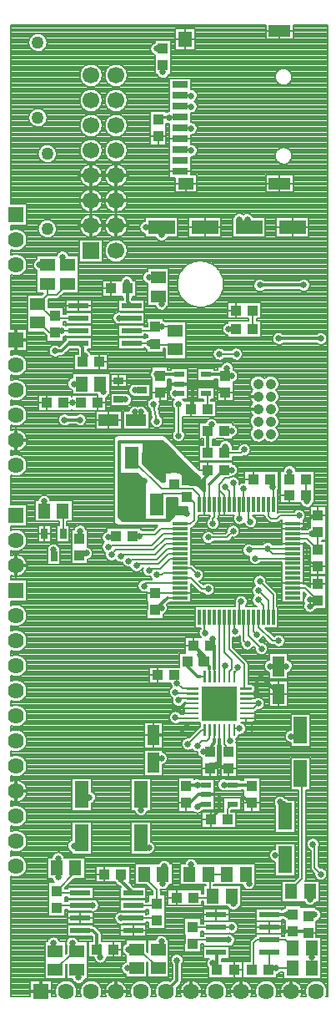
<source format=gtl>
G04 DipTrace 2.4.0.2*
%INcodec_rev2.GTL*%
%MOIN*%
%ADD13C,0.012*%
%ADD14C,0.0079*%
%ADD15C,0.0071*%
%ADD16C,0.006*%
%ADD17C,0.0118*%
%ADD18C,0.01*%
%ADD20R,0.0394X0.0433*%
%ADD22R,0.0787X0.0472*%
%ADD23R,0.0433X0.0394*%
%ADD25R,0.1063X0.0551*%
%ADD26R,0.0551X0.1063*%
%ADD27R,0.0472X0.0787*%
%ADD29R,0.0413X0.0256*%
%ADD30R,0.0638X0.0638*%
%ADD31C,0.0638*%
%ADD32R,0.0669X0.0669*%
%ADD33C,0.0669*%
%ADD34R,0.063X0.0276*%
%ADD35R,0.063X0.0472*%
%ADD36R,0.0866X0.0472*%
%ADD37R,0.0551X0.063*%
%ADD39C,0.05*%
%ADD40C,0.05*%
%ADD41R,0.0256X0.0413*%
%ADD42R,0.0512X0.0591*%
%ADD43R,0.0591X0.0512*%
%ADD45C,0.042*%
%ADD46R,0.0787X0.0236*%
%ADD47R,0.0433X0.0236*%
%ADD48R,0.063X0.0118*%
%ADD49R,0.0118X0.063*%
%ADD50R,0.0551X0.0866*%
%ADD51C,0.026*%
%FSLAX44Y44*%
G04*
G70*
G90*
G75*
G01*
%LNTop*%
%LPD*%
X7302Y8030D2*
D13*
X7467D1*
X7802Y8364D1*
X8083D1*
X8614D1*
X9489D1*
X9824Y8030D1*
X9927D1*
X8614Y8364D2*
Y7739D1*
X8280Y7405D1*
Y7364D1*
X7032Y24753D2*
X7574D1*
X8438D1*
X8773Y24418D1*
X8876D1*
X6251D2*
X6354D1*
X6688Y24753D1*
X7032D1*
X7574D2*
Y24263D1*
X7563Y24253D1*
Y23752D1*
X7479D1*
X8238Y13064D2*
D14*
Y13376D1*
D13*
Y13474D1*
X8023Y13689D1*
Y13895D1*
X7604Y14314D1*
X8631Y10938D2*
D14*
Y10564D1*
D13*
Y9694D1*
X8251Y9313D1*
Y9416D1*
Y9564D1*
X8563D1*
Y9479D1*
X9001D1*
Y9416D1*
X6001Y10740D2*
X6989D1*
X7313Y11064D1*
X8631Y11626D2*
Y12001D1*
X10626Y3063D2*
X11126D1*
X11273Y2916D1*
X11564D1*
X12189Y2853D2*
X12126Y2916D1*
X11564D1*
X8023Y13689D2*
X7876Y13542D1*
Y13939D1*
X8626Y12376D2*
X8438D1*
X8631Y12183D1*
Y12001D1*
X11001Y12388D2*
X10325Y13064D1*
X10251D1*
X10126Y12939D1*
Y12376D1*
X9063D2*
X8688Y12001D1*
X8631D1*
X7568D2*
D14*
X7251D1*
D13*
X7063Y11814D1*
X6813D1*
X8188Y12376D2*
X8563Y12001D1*
X8631D1*
X7069Y16410D2*
D14*
X6074D1*
D15*
X6063Y16399D1*
X11558Y18969D2*
D14*
X11933D1*
D13*
X12031D1*
X12189Y19127D1*
Y19315D1*
X12398Y19524D1*
X12564D1*
X11558Y18378D2*
D14*
X12062D1*
X12126Y18314D1*
Y17814D1*
X12461Y17480D1*
X12564D1*
X8166Y21315D2*
D13*
Y21105D1*
X8001Y20940D1*
X7938Y20877D1*
X7813Y20752D1*
X8034Y19933D2*
D14*
Y20469D1*
D13*
X7952Y20551D1*
X7925Y20578D1*
X7813Y20690D1*
Y20996D1*
X7609Y21201D1*
X7109Y21701D1*
X6828Y21981D1*
X6813Y21996D1*
X6370Y22440D1*
X6118D1*
X5626D1*
X4625D1*
Y21127D1*
Y21059D1*
Y20877D1*
Y20784D1*
Y20745D1*
Y20690D1*
Y19932D1*
Y19440D1*
X4750Y19315D1*
X5133D1*
X5626D1*
X6563D1*
X6626D1*
X6876Y19565D1*
X6951D1*
X7059D1*
X7313D1*
X6118Y21822D2*
Y22440D1*
X6813Y21399D2*
X6710Y21502D1*
X6313D1*
X5993Y21822D1*
X6118D1*
X7313Y20899D2*
Y21002D1*
X7063Y21252D1*
X6960D1*
X6813Y21399D1*
X7313Y20899D2*
X7460Y20752D1*
X7813D1*
X7313Y20899D2*
X7609Y21201D1*
X6813Y21399D2*
X7109Y21701D1*
X6813Y21399D2*
Y21654D1*
Y21996D1*
X6828Y21981D2*
X6277D1*
X6118Y21822D1*
X5133Y19932D2*
Y20677D1*
Y20751D1*
Y21127D1*
X4625D1*
X5133D2*
X5376D1*
X5626Y20877D1*
Y20687D1*
Y19932D1*
Y19315D1*
X5133Y19932D2*
X5514D1*
X5626D1*
X5133D2*
Y19315D1*
Y19932D2*
X4625D1*
X7313Y20899D2*
Y21190D1*
X6118Y21822D2*
X5751D1*
X7313Y19565D2*
Y19815D1*
X7035D1*
X6938D1*
Y20190D1*
X6835D1*
X6740D1*
X6645D1*
X6563D1*
Y19315D1*
X6835Y20190D2*
Y19752D1*
X7251D1*
X7126Y19627D1*
X6813D1*
X6645Y19458D1*
Y19620D1*
Y20190D1*
X6740D2*
Y19715D1*
X6645Y19620D1*
X6835Y19752D2*
X6769Y19686D1*
X6740Y19715D1*
X6938Y19815D2*
X6951Y19565D1*
X7035Y19815D2*
X7059Y19791D1*
Y19565D1*
X6835Y19752D2*
X6876Y19711D1*
Y19565D1*
X6626Y19315D2*
X6645Y19458D1*
X5133Y20677D2*
X5121Y20690D1*
X4724D1*
X4625D1*
X5133Y20677D2*
X5455Y20687D1*
X5507D1*
X5626D1*
Y20877D2*
X5436D1*
X4625D1*
Y21059D2*
X5319D1*
X5438Y20940D1*
X4688D1*
X4625Y20784D2*
X4656Y20815D1*
X5501D1*
X5563Y20752D1*
Y20065D1*
X5501Y20002D1*
X4688D1*
Y20627D1*
X5501D1*
Y20065D1*
X5438D1*
Y20565D1*
X4750D1*
Y20065D1*
X4813D1*
Y20502D1*
X5376D1*
Y20377D1*
X5313Y20440D1*
X4876D1*
X4938Y20377D1*
X5251D1*
X4625Y20784D2*
X4724Y20690D1*
X5436Y20877D2*
X5455Y20858D1*
Y20687D1*
X5507D2*
X5443Y20751D1*
X5133D1*
X4625Y20745D1*
X5133Y19932D2*
X5016Y19815D1*
X4688D1*
Y19502D1*
X4813Y19377D1*
X5563D1*
Y19815D1*
X5438D1*
Y19752D1*
X5501Y19690D1*
Y19502D1*
X5438Y19440D1*
X4876D1*
X4750Y19565D1*
Y19690D1*
X4813Y19752D1*
Y19565D1*
X5376D1*
X5438Y19502D1*
Y19752D1*
X7813Y20752D2*
X7751Y20815D1*
Y20940D1*
X6313Y22377D1*
X6188D1*
Y22252D1*
X6251Y22315D1*
X6443Y22122D1*
X7688Y20877D1*
Y20815D1*
X7501D1*
Y20940D1*
X7563Y20877D1*
X7313Y21190D2*
X7063Y21440D1*
X7001D1*
X7063Y21377D1*
Y21315D1*
X7126Y21252D1*
X7188D1*
X6813Y21654D2*
X6724Y21565D1*
X6438D1*
Y21877D1*
X6563D1*
X6688Y21752D1*
Y21627D1*
X6501D1*
Y21815D1*
X6563Y21752D1*
X6626D1*
X6563Y21690D1*
X6438Y21877D2*
X6443Y22122D1*
X5751Y21822D2*
X5626Y21947D1*
Y22342D1*
Y22440D1*
Y22342D2*
X5661Y22377D1*
X6001D1*
X6063Y22315D1*
Y22252D1*
X6001Y22315D1*
X5688D1*
Y22002D1*
X5751Y21940D1*
X5813D1*
Y22252D1*
X5751D1*
Y22065D1*
X5626Y21947D2*
X5606Y21967D1*
Y21584D1*
X6313Y20877D1*
X6438D1*
Y21440D1*
X6376Y21377D1*
Y20940D1*
X6313Y21002D1*
Y21377D1*
X6251D1*
Y21065D1*
X6188Y21127D1*
Y21377D1*
X6126D1*
Y21190D1*
X6063Y21252D1*
Y21377D1*
X6001Y21315D1*
Y21377D1*
X5876D1*
X5813Y21440D1*
Y21690D1*
X5688D1*
Y21627D1*
X5751Y21565D1*
X6813Y21399D2*
X6666Y21252D1*
X6501D1*
Y21440D1*
X6563D1*
Y21315D1*
X9694Y12395D2*
D14*
X10126Y12376D1*
X8034Y20469D2*
X8063Y20498D1*
Y21212D1*
X8166Y21315D1*
X8001Y20940D2*
Y20600D1*
X7952Y20551D1*
X7938Y20877D2*
X7925Y20578D1*
X8821Y19933D2*
D16*
Y20307D1*
X8626Y20502D1*
Y20752D1*
X8876Y21002D1*
X9001D1*
X9188Y21065D1*
X9313D1*
X9438Y20940D1*
X9979D1*
X8625Y19933D2*
X8626Y20502D1*
X8180Y11626D2*
X8256D1*
X8631Y12001D1*
X9063Y11626D2*
X9006D1*
X8631Y12001D1*
X9939Y11001D2*
D13*
X10376D1*
X2938Y1376D2*
D16*
Y1063D1*
X3000D1*
X8501Y2563D2*
X7710D1*
X7563Y2416D1*
X8501Y2563D2*
X9001D1*
X9814Y4813D2*
Y5188D1*
X9687D1*
X9025Y10938D2*
Y10540D1*
X9063Y10501D1*
X11064Y8063D2*
X11251D1*
Y7492D1*
X9025Y13064D2*
Y13275D1*
X9126Y13376D1*
Y13751D1*
X8821Y14056D1*
Y15445D1*
X8438Y19933D2*
X8428D1*
Y19429D1*
X8376Y19377D1*
Y19190D1*
X2000Y18127D2*
Y17863D1*
X2015D1*
X3041Y18587D2*
D14*
Y18855D1*
X3063Y18877D1*
X9694Y12592D2*
D16*
X9626D1*
Y13564D1*
X9018Y14172D1*
Y15445D1*
X9916Y1375D2*
X10001D1*
Y2438D1*
X10126Y2563D1*
X10626D1*
X11252D1*
X11565Y2250D1*
X12250Y4500D2*
Y4187D1*
X12439Y3563D2*
X12189D1*
Y3522D1*
X12313Y2250D2*
Y1438D1*
X12314Y1875D2*
X12313Y1876D1*
Y2250D1*
X11502Y4500D2*
X11439D1*
X11939Y5001D1*
Y9135D1*
X11876Y9197D1*
X8631Y13064D2*
Y15445D1*
X8625D1*
X7069Y17000D2*
X7502D1*
X7938Y16564D1*
X8188D1*
X8876Y13501D2*
X8828Y13454D1*
Y13064D1*
X9222D2*
Y13222D1*
X9376Y13376D1*
Y13439D1*
X8063Y14814D2*
X8034Y14843D1*
Y15445D1*
X7069Y19166D2*
X7477D1*
X7626Y19315D1*
Y20002D1*
X7398Y20230D1*
X7313D1*
X7166Y20377D1*
X6313D1*
X6118Y20182D1*
Y19932D1*
X7837Y19933D2*
X7813D1*
X7837D2*
Y20291D1*
X7563Y20565D1*
X6979D1*
X6813Y20730D1*
Y20565D1*
X6313D1*
X5133Y21744D1*
Y21822D1*
X8095Y25127D2*
D13*
X8837D1*
X8876Y25087D1*
X8434Y13064D2*
D14*
Y13376D1*
D13*
Y14314D1*
X8273D1*
X8376Y14417D1*
Y14564D1*
X10677Y13490D2*
X11001D1*
X10189Y12001D2*
D15*
X9694D1*
Y11804D2*
X9992D1*
X10189Y12001D1*
X7568Y11411D2*
X6904D1*
X6876Y11439D1*
X7069Y16213D2*
D14*
X6547D1*
D13*
X6063Y15730D1*
X11558Y16607D2*
D15*
X12062D1*
X12564Y16105D1*
X8231Y19933D2*
D14*
Y20732D1*
D13*
X8836Y21337D1*
Y21315D1*
X5302Y23315D2*
X5501D1*
Y23627D1*
X8938Y25378D2*
Y25087D1*
X8876D1*
X9104D1*
X9126Y25065D1*
X8166Y21984D2*
Y22002D1*
Y22877D2*
Y22002D1*
X8836Y21315D2*
X9126D1*
X4478Y18689D2*
D15*
Y18627D1*
X4188D1*
X6313Y15814D2*
X6229Y15730D1*
X6063D1*
X11001Y13490D2*
D13*
X11302D1*
X12251Y15877D2*
X12336D1*
X12564Y16105D1*
X11417Y20940D2*
X11439Y20962D1*
Y21252D1*
X3041Y17917D2*
D15*
X3313D1*
Y18002D1*
X12564Y16105D2*
D13*
X12542Y16127D1*
X12251D1*
X2438Y23315D2*
X3063D1*
X5251Y23627D2*
Y23315D1*
X5302D1*
X9291Y26940D2*
X9001D1*
X7063Y35392D2*
D14*
X6282D1*
X6188Y35298D1*
X6626Y35379D2*
X6470D1*
X6282Y35392D1*
X6376Y38129D2*
X6126D1*
X4610Y24129D2*
X4609Y24128D1*
X4876D1*
X8166Y22877D2*
D16*
Y22980D1*
X8313Y23127D1*
X7069Y18969D2*
X6280D1*
X6063Y18752D1*
X5148D1*
Y18689D1*
X9188Y18877D2*
X8938Y18627D1*
X8188D1*
X5438Y18689D2*
X5148D1*
X7354Y13689D2*
D13*
Y13461D1*
X7750Y13064D1*
D17*
X7876D1*
D14*
X8041D1*
X9018Y19933D2*
D16*
Y20485D1*
X8876Y20627D1*
Y22252D2*
Y22043D1*
X8836Y22002D1*
X9501D1*
X9626Y22127D1*
X1625Y20065D2*
D14*
Y19690D1*
X2125Y4523D2*
D16*
X2210Y4438D1*
X3062D1*
X2125Y4523D2*
X2874Y5272D1*
Y5438D1*
X2125Y3853D2*
X2210Y3938D1*
X3062D1*
X2063Y1376D2*
X2811Y2124D1*
X2938D1*
X2750Y2312D1*
Y2438D1*
X3563Y3938D2*
X3062D1*
X2126Y5438D2*
X2188D1*
Y5063D1*
X2000Y2438D2*
Y2124D1*
X2063D1*
X2126Y5438D2*
X2188Y5813D1*
X2813Y6313D2*
X3125D1*
Y6635D1*
X5188Y3438D2*
X6041D1*
X6126Y3353D1*
X6188Y1439D2*
X5440Y2187D1*
X5313D1*
X5312Y2188D1*
X5001D1*
X4688Y3438D2*
X5188D1*
X7439Y5188D2*
X7501Y5563D1*
X10876Y5938D2*
X11251D1*
Y5760D1*
X9961Y26940D2*
D14*
Y27690D1*
X10199Y15445D2*
Y15053D1*
X10751Y14502D1*
X11001D1*
X6376Y37191D2*
Y37460D1*
X7501Y36254D2*
X7496Y36258D1*
X7063D1*
X9806Y15445D2*
Y14697D1*
X10314Y14189D1*
X7501Y35816D2*
X7492Y35825D1*
X7063D1*
X9146Y8738D2*
D13*
X9888D1*
X9927Y8699D1*
X8434Y10938D2*
D14*
Y10571D1*
D13*
Y10435D1*
X8313Y10314D1*
Y10148D1*
X8251Y10086D1*
X8229Y10064D1*
X8001D1*
X8813Y8751D2*
X9875D1*
X6001Y9637D2*
X6075D1*
X6313Y9876D1*
Y9814D1*
X7069Y17394D2*
D16*
X7484D1*
X7751Y17127D1*
X6938Y12814D2*
X7160Y12592D1*
X7568D1*
X6938Y12814D2*
Y13023D1*
X6835Y13126D1*
X9412Y15445D2*
Y15975D1*
X9501Y16064D1*
X6876Y12439D2*
X6920Y12395D1*
X7568D1*
X9215Y15445D2*
Y14912D1*
X9251Y14877D1*
X7001Y12126D2*
X7073Y12198D1*
X7568D1*
X9222Y10938D2*
D14*
Y10972D1*
X9251Y11001D1*
D16*
X9438D1*
X11501Y10689D2*
Y10626D1*
X11689D1*
X11876Y10814D1*
Y10930D1*
X8828Y10938D2*
Y10361D1*
X9001Y10189D1*
Y10086D1*
X11558Y18575D2*
D15*
X12138D1*
X12564Y18149D1*
X11558Y18772D2*
X12323D1*
X12481D1*
X12564Y18855D1*
X12126Y20065D2*
Y20274D1*
X12086Y20315D1*
Y20940D1*
X12564Y18855D2*
D16*
Y18149D1*
X11564Y3585D2*
D13*
X11542Y3563D1*
X10626D1*
X3728Y2188D2*
Y2772D1*
X3563Y2938D1*
X3062D1*
X3728Y2188D2*
X3875Y2335D1*
Y1875D1*
X6938Y1750D2*
Y938D1*
X6501Y500D1*
X4960Y28565D2*
Y28044D1*
X5126Y27878D1*
X4960Y28565D2*
X4938D1*
Y28816D1*
X6322Y30700D2*
Y31003D1*
X10251Y28691D2*
X12001D1*
X11314Y3585D2*
X11564D1*
X6322Y31003D2*
X5688D1*
X8083Y8738D2*
X7341D1*
X7302Y8699D1*
X8083Y7990D2*
X7865D1*
X7751Y7876D1*
Y8751D2*
X8070D1*
X8083Y8738D1*
X7032Y25127D2*
X6290D1*
X6251Y25087D1*
X8501Y2063D2*
X8541Y2022D1*
Y1375D1*
X5188Y4438D2*
X4710Y4916D1*
Y5188D1*
X8376Y1625D2*
X8626Y1375D1*
X8541D1*
X3166Y25628D2*
Y26212D1*
X3000Y26378D1*
X3166Y25628D2*
X3250D1*
Y25878D1*
X6126Y25128D2*
X6166Y25087D1*
X6251D1*
X7032Y24379D2*
X6876D1*
X11001Y26565D2*
X12689D1*
X4710Y5188D2*
Y4960D1*
X9822Y31003D2*
X9438D1*
Y31316D1*
X9822Y31003D2*
D14*
Y31244D1*
X9751Y31316D1*
X3000Y26378D2*
D13*
X2625D1*
X2313Y26065D1*
X2063D1*
X8501Y3063D2*
D16*
X7585D1*
X7563Y3085D1*
X8501Y3063D2*
X9126D1*
X9188Y4000D2*
X9125Y4313D1*
X7585Y4250D2*
X8314D1*
X8377Y4313D1*
X8251D1*
Y5125D1*
X8187Y5188D1*
X8939D1*
X3000Y27378D2*
X2147D1*
X2063Y27462D1*
X1852D1*
X1375Y27939D1*
X2563Y28754D2*
D14*
Y28753D1*
X2125Y28315D1*
X1751D1*
X1375Y27939D1*
X1749Y28754D2*
Y28313D1*
X3000Y26878D2*
D16*
X2327D1*
X2147D1*
X2063Y26793D1*
Y26815D1*
X1813D1*
X1625Y27003D1*
Y27191D1*
X1375D1*
X5812Y29002D2*
D14*
X6188D1*
X5126Y26878D2*
D16*
X5916D1*
X6063Y27025D1*
X6323D1*
X6728D1*
X6876Y26877D1*
X6313Y27940D2*
X6188Y28065D1*
Y28254D1*
X5126Y26378D2*
X6041D1*
X6063Y26356D1*
Y26315D1*
X6689D1*
X6876Y26129D1*
X3125Y24753D2*
Y24940D1*
X3313Y24753D1*
X2813D1*
X5813Y26378D2*
X6041D1*
X2375Y29816D2*
D18*
X2313D1*
X2563Y29566D1*
Y29502D1*
X4188Y18252D2*
D16*
X4250D1*
X4313Y18314D1*
X5938D1*
X6396Y18772D1*
X7069D1*
X4313Y17939D2*
X4500Y18127D1*
X6001D1*
X6449Y18575D1*
X7069D1*
X4688Y17877D2*
X4750Y17939D1*
X6063D1*
X6502Y18378D1*
X7069D1*
X5001Y17689D2*
X5063D1*
X5126Y17752D1*
X6126D1*
X6555Y18181D1*
X7069D1*
X5313Y17502D2*
X5251D1*
X5313Y17564D1*
X6188D1*
X6608Y17985D1*
X7069D1*
X5813Y17314D2*
X5876Y17377D1*
X6251D1*
X6662Y17788D1*
X7069D1*
X6126Y17127D2*
X6313D1*
X6384Y17197D1*
X7069D1*
X5626Y16689D2*
Y16752D1*
X5677Y16804D1*
X7069D1*
X5188Y3938D2*
X6041D1*
X6126Y4023D1*
Y4563D1*
X5627Y5062D1*
Y5188D1*
X6375D2*
Y4814D1*
X6313Y2500D2*
Y2187D1*
X6188D1*
X6375Y5188D2*
X6438Y5501D1*
X5813Y6251D2*
X5501D1*
Y6635D1*
X8041Y10938D2*
X7938D1*
X7376Y10376D1*
X3438Y8251D2*
X3125D1*
Y8367D1*
X8238Y10938D2*
Y10613D1*
X8126Y10501D1*
X7938D1*
X7751Y10314D1*
X5501Y7751D2*
Y8367D1*
X10002Y15445D2*
D14*
Y14875D1*
X10126Y14752D1*
X7501Y34066D2*
X7528Y34093D1*
X7063D1*
X9609Y15445D2*
Y14519D1*
X9751Y14377D1*
X7501Y34941D2*
X7483Y34959D1*
X7063D1*
X10251Y16877D2*
D16*
X10790Y16338D1*
Y15445D1*
X10189Y16502D2*
X10593Y16097D1*
Y15445D1*
X9412Y19933D2*
Y19404D1*
X9438Y19377D1*
X10189Y16127D2*
X10396Y15919D1*
Y15445D1*
X9313Y25940D2*
D14*
X8626D1*
X7001Y23940D2*
Y22690D1*
X9806Y19933D2*
D16*
Y19385D1*
X9876Y19315D1*
Y19252D1*
X9215Y19933D2*
Y20788D1*
X9188Y20815D1*
X8836Y22877D2*
X9126D1*
X9609Y19933D2*
Y20565D1*
X9146Y7990D2*
X8949Y7793D1*
Y7364D1*
X8148Y23752D2*
Y24325D1*
X8095Y24379D1*
X1438Y29502D2*
D18*
X1749D1*
X10593Y19933D2*
D16*
Y19473D1*
X10689Y19377D1*
X10939D1*
X11064Y19502D1*
X11814D1*
X12376Y6376D2*
X12439D1*
Y5438D1*
X12689Y5188D1*
X2389Y18768D2*
Y19673D1*
X2373Y19690D1*
X11558Y17788D2*
D14*
X10064D1*
X6126Y23252D2*
X6001Y23940D1*
X5251Y24503D2*
X5516D1*
X4000Y24440D2*
D16*
Y24626D1*
X3873Y24753D1*
X5313Y1439D2*
X4955D1*
X10586Y1375D2*
X10626Y1416D1*
Y2063D1*
X10586Y1375D2*
X10501Y1290D1*
X10586Y1375D2*
X10648Y1438D1*
X10887D1*
X11565D1*
X10648Y20940D2*
D15*
X10790Y20798D1*
Y19933D1*
X11558Y18181D2*
D14*
X11550Y18189D1*
X10564D1*
X10751Y20627D2*
X10648Y20730D1*
Y20940D1*
X11558Y17985D2*
D16*
X10768D1*
X10564Y18189D1*
X5126Y27378D2*
D14*
X4625D1*
X2750Y24003D2*
D16*
X3081D1*
X10564Y18189D2*
D14*
X9751D1*
X9814Y18127D1*
X2750Y24003D2*
X2397D1*
D51*
X7313Y11064D3*
X8631Y11626D3*
X8563Y9564D3*
X7876Y13939D3*
X8626Y12376D3*
X10126D3*
X9063D3*
X6813Y11814D3*
X8188Y12376D3*
X7813Y20752D3*
X7313Y19565D3*
X5626Y20877D3*
X6813Y21654D3*
X7313Y21190D3*
X5751Y21822D3*
X5514Y19932D3*
X8180Y11626D3*
X9063D3*
X9939Y11001D3*
X3000Y1063D3*
X9001Y2563D3*
X9814Y4813D3*
X9001Y2563D3*
X9063Y10501D3*
X11064Y8063D3*
X8376Y19190D3*
X2000Y18127D3*
X3063Y18877D3*
X12250Y4187D3*
X12439Y3563D3*
X12314Y1875D3*
X8188Y16564D3*
X8876Y13501D3*
X9376Y13439D3*
X8063Y14814D3*
X8376Y14564D3*
X10677Y13490D3*
X10189Y12001D3*
D3*
X6876Y11439D3*
X5501Y23627D3*
X8938Y25378D3*
X9126Y25065D3*
Y21315D3*
Y25065D3*
X4188Y18627D3*
X6313Y15814D3*
X11302Y13490D3*
X12251Y15877D3*
X11439Y21252D3*
X9126Y25065D3*
X3313Y18002D3*
X4188Y18627D3*
X11439Y21252D3*
X12251Y16127D3*
X2438Y23315D3*
X3063D3*
X5251Y23627D3*
X9001Y26940D3*
X11302Y13490D3*
X6626Y35379D3*
X6126Y38129D3*
X4876Y24128D3*
X8313Y23127D3*
X5501Y23627D3*
X9188Y18877D3*
X8188Y18627D3*
X5438Y18689D3*
X8876Y20627D3*
Y22252D3*
X9626Y22127D3*
X1625Y20065D3*
X2750Y2438D3*
X3563Y3938D3*
X2188Y5063D3*
X2000Y2438D3*
X2188Y5813D3*
X2813Y6313D3*
X2188Y5813D3*
Y5063D3*
X5001Y2188D3*
X4688Y3438D3*
X7501Y5563D3*
X10876Y5938D3*
X11001Y14502D3*
X6376Y37191D3*
X7501Y36254D3*
X10314Y14189D3*
X7501Y35816D3*
X8001Y10064D3*
X8813Y8751D3*
X6313Y9814D3*
X8001Y10064D3*
X7751Y17127D3*
X6938Y12814D3*
D3*
X9501Y16064D3*
X6876Y12439D3*
X9251Y14877D3*
X7001Y12126D3*
X9438Y11001D3*
X11501Y10689D3*
X12126Y20065D3*
X12323Y18772D3*
X3875Y1875D3*
X6938Y1750D3*
X4938Y28816D3*
X6322Y30700D3*
X10251Y28691D3*
X12001D3*
X11314Y3585D3*
X5688Y31003D3*
X4938Y28816D3*
X5688Y31003D3*
D3*
X7751Y7876D3*
Y8751D3*
X8376Y1625D3*
X7751Y7876D3*
X3250Y25878D3*
X6126Y25128D3*
X6876Y24379D3*
X11001Y26565D3*
X12689D3*
X4710Y4960D3*
X9438Y31316D3*
X9751D3*
X9438D3*
D3*
X2063Y26065D3*
X9751Y31316D3*
X9438D3*
X9126Y3063D3*
X9188Y4000D3*
X5812Y29002D3*
X2327Y26878D3*
X6313Y27940D3*
X6323Y27025D3*
X2813Y24753D3*
X5813Y26378D3*
X2375Y29816D3*
X4188Y18252D3*
X4313Y17939D3*
X4688Y17877D3*
X5001Y17689D3*
X5313Y17502D3*
X5813Y17314D3*
X6126Y17127D3*
X5626Y16689D3*
X6375Y4814D3*
X6313Y2500D3*
X6438Y5501D3*
X5813Y6251D3*
X7376Y10376D3*
X3438Y8251D3*
X7751Y10314D3*
X5501Y7751D3*
X10126Y14752D3*
X7501Y34066D3*
X9751Y14377D3*
X7501Y34941D3*
X10251Y16877D3*
X10189Y16502D3*
X9438Y19377D3*
X10189Y16127D3*
X9313Y25940D3*
X8626D3*
X7001Y23940D3*
Y22690D3*
X9876Y19252D3*
X9188Y20815D3*
X9126Y22877D3*
X9609Y20565D3*
X1438Y29502D3*
X11814Y19502D3*
X12376Y6376D3*
X12689Y5188D3*
X10064Y17788D3*
X6126Y23252D3*
X6001Y23940D3*
X5251Y24503D3*
X4000Y24440D3*
X4955Y1439D3*
X10887Y1438D3*
X10564Y18189D3*
X10751Y20627D3*
X4625Y27378D3*
X2750Y24003D3*
X9814Y18127D3*
X2750Y24003D3*
X308Y38992D2*
D14*
X10476D1*
X11604D2*
X12942D1*
X308Y38913D2*
X6853D1*
X7666D2*
X10476D1*
X11604D2*
X12942D1*
X308Y38834D2*
X6853D1*
X7666D2*
X10476D1*
X11604D2*
X12942D1*
X308Y38756D2*
X6853D1*
X7666D2*
X10476D1*
X11604D2*
X12942D1*
X308Y38677D2*
X1143D1*
X1607D2*
X6853D1*
X7666D2*
X10476D1*
X11604D2*
X12942D1*
X308Y38599D2*
X1065D1*
X1685D2*
X6853D1*
X7666D2*
X10476D1*
X11604D2*
X12942D1*
X308Y38520D2*
X1022D1*
X1728D2*
X6853D1*
X7666D2*
X10476D1*
X11604D2*
X12942D1*
X308Y38441D2*
X999D1*
X1751D2*
X6048D1*
X6703D2*
X6853D1*
X7666D2*
X12942D1*
X308Y38363D2*
X994D1*
X1756D2*
X6021D1*
X6703D2*
X6853D1*
X7666D2*
X12942D1*
X308Y38284D2*
X1007D1*
X1743D2*
X5918D1*
X6703D2*
X6853D1*
X7666D2*
X12942D1*
X308Y38206D2*
X1037D1*
X1713D2*
X5877D1*
X6703D2*
X6853D1*
X7666D2*
X12942D1*
X308Y38127D2*
X1092D1*
X1658D2*
X5864D1*
X6703D2*
X6853D1*
X7666D2*
X12942D1*
X308Y38048D2*
X1194D1*
X1556D2*
X5878D1*
X6703D2*
X12942D1*
X308Y37970D2*
X5921D1*
X6703D2*
X12942D1*
X308Y37891D2*
X6032D1*
X6703D2*
X12942D1*
X308Y37813D2*
X6048D1*
X6703D2*
X12942D1*
X308Y37734D2*
X6048D1*
X6703D2*
X12942D1*
X308Y37655D2*
X6048D1*
X6703D2*
X12942D1*
X308Y37577D2*
X6048D1*
X6703D2*
X12942D1*
X308Y37498D2*
X3342D1*
X3659D2*
X4342D1*
X4659D2*
X6048D1*
X6703D2*
X12942D1*
X308Y37419D2*
X3202D1*
X3799D2*
X4202D1*
X4799D2*
X6048D1*
X6703D2*
X12942D1*
X308Y37341D2*
X3127D1*
X3874D2*
X4126D1*
X4874D2*
X6048D1*
X6703D2*
X11154D1*
X11240D2*
X12942D1*
X308Y37262D2*
X3078D1*
X3922D2*
X4079D1*
X4921D2*
X6048D1*
X6703D2*
X10971D1*
X11424D2*
X12942D1*
X308Y37184D2*
X3050D1*
X3951D2*
X4050D1*
X4950D2*
X6048D1*
X6703D2*
X10903D1*
X11491D2*
X12942D1*
X308Y37105D2*
X3036D1*
X3965D2*
X4036D1*
X4964D2*
X6130D1*
X6621D2*
X10867D1*
X11526D2*
X12942D1*
X308Y37026D2*
X3036D1*
X3965D2*
X4036D1*
X4964D2*
X6175D1*
X6576D2*
X10853D1*
X11541D2*
X12942D1*
X308Y36948D2*
X3051D1*
X3951D2*
X4050D1*
X4950D2*
X6299D1*
X6452D2*
X6617D1*
X7509D2*
X10858D1*
X11536D2*
X12942D1*
X308Y36869D2*
X3080D1*
X3921D2*
X4079D1*
X4921D2*
X6617D1*
X7509D2*
X10882D1*
X11512D2*
X12942D1*
X308Y36791D2*
X3127D1*
X3874D2*
X4127D1*
X4874D2*
X6617D1*
X7509D2*
X10931D1*
X11464D2*
X12942D1*
X308Y36712D2*
X3202D1*
X3799D2*
X4202D1*
X4798D2*
X6617D1*
X7509D2*
X11026D1*
X11368D2*
X12942D1*
X308Y36633D2*
X3343D1*
X3658D2*
X4343D1*
X4658D2*
X6617D1*
X7509D2*
X12942D1*
X308Y36555D2*
X6617D1*
X7509D2*
X12942D1*
X308Y36476D2*
X3289D1*
X3711D2*
X4290D1*
X4712D2*
X6617D1*
X7629D2*
X12942D1*
X308Y36398D2*
X3177D1*
X3824D2*
X4177D1*
X4824D2*
X6617D1*
X7717D2*
X12942D1*
X308Y36319D2*
X3111D1*
X3890D2*
X4111D1*
X4890D2*
X6617D1*
X7754D2*
X12942D1*
X308Y36240D2*
X3070D1*
X3931D2*
X4070D1*
X4931D2*
X6617D1*
X7761D2*
X12942D1*
X308Y36162D2*
X3045D1*
X3956D2*
X4045D1*
X4956D2*
X6617D1*
X7745D2*
X12942D1*
X308Y36083D2*
X3035D1*
X3966D2*
X4035D1*
X4965D2*
X6617D1*
X7695D2*
X12942D1*
X308Y36005D2*
X3038D1*
X3962D2*
X4039D1*
X4961D2*
X6617D1*
X7677D2*
X12942D1*
X308Y35926D2*
X3057D1*
X3944D2*
X4056D1*
X4944D2*
X6617D1*
X7736D2*
X12942D1*
X308Y35847D2*
X3091D1*
X3910D2*
X4090D1*
X4910D2*
X6617D1*
X7760D2*
X12942D1*
X308Y35769D2*
X3145D1*
X3856D2*
X4145D1*
X4856D2*
X6617D1*
X7757D2*
X12942D1*
X308Y35690D2*
X1162D1*
X1588D2*
X3232D1*
X3769D2*
X4231D1*
X4769D2*
X6617D1*
X7729D2*
X12942D1*
X308Y35611D2*
X1075D1*
X1675D2*
X3439D1*
X3561D2*
X4440D1*
X4562D2*
X5861D1*
X7657D2*
X12942D1*
X308Y35533D2*
X1028D1*
X1723D2*
X5861D1*
X7509D2*
X12942D1*
X308Y35454D2*
X1002D1*
X1748D2*
X3251D1*
X3750D2*
X4250D1*
X4750D2*
X5861D1*
X7509D2*
X12942D1*
X308Y35376D2*
X994D1*
X1756D2*
X3156D1*
X3845D2*
X4155D1*
X4845D2*
X5861D1*
X7509D2*
X12942D1*
X308Y35297D2*
X1003D1*
X1747D2*
X3097D1*
X3904D2*
X4097D1*
X4904D2*
X5861D1*
X7509D2*
X12942D1*
X308Y35218D2*
X1030D1*
X1720D2*
X3061D1*
X3940D2*
X4061D1*
X4940D2*
X5861D1*
X7509D2*
X12942D1*
X308Y35140D2*
X1080D1*
X1670D2*
X3041D1*
X3960D2*
X4041D1*
X4960D2*
X5861D1*
X7665D2*
X12942D1*
X308Y35061D2*
X1172D1*
X1578D2*
X3035D1*
X3966D2*
X4035D1*
X4966D2*
X5861D1*
X6516D2*
X6617D1*
X7731D2*
X12942D1*
X308Y34983D2*
X3042D1*
X3959D2*
X4042D1*
X4959D2*
X5861D1*
X6516D2*
X6617D1*
X7759D2*
X12942D1*
X308Y34904D2*
X3065D1*
X3936D2*
X4065D1*
X4936D2*
X5861D1*
X6516D2*
X6617D1*
X7759D2*
X12942D1*
X308Y34825D2*
X3103D1*
X3897D2*
X4104D1*
X4898D2*
X5861D1*
X6516D2*
X6617D1*
X7734D2*
X12942D1*
X308Y34747D2*
X3165D1*
X3836D2*
X4165D1*
X4836D2*
X5861D1*
X6516D2*
X6617D1*
X7671D2*
X12942D1*
X308Y34668D2*
X3266D1*
X3735D2*
X4266D1*
X4734D2*
X5861D1*
X6516D2*
X6617D1*
X7509D2*
X12942D1*
X308Y34590D2*
X5861D1*
X6516D2*
X6617D1*
X7509D2*
X12942D1*
X308Y34511D2*
X3386D1*
X3615D2*
X4386D1*
X4615D2*
X5861D1*
X6516D2*
X6617D1*
X7509D2*
X12942D1*
X308Y34432D2*
X3218D1*
X3782D2*
X4219D1*
X4783D2*
X5861D1*
X6516D2*
X6617D1*
X7509D2*
X12942D1*
X308Y34354D2*
X3137D1*
X3864D2*
X4136D1*
X4864D2*
X5861D1*
X6516D2*
X6617D1*
X7509D2*
X12942D1*
X308Y34275D2*
X1576D1*
X1923D2*
X3086D1*
X3915D2*
X4085D1*
X4915D2*
X6617D1*
X7651D2*
X12942D1*
X308Y34197D2*
X1470D1*
X2029D2*
X3053D1*
X3947D2*
X4054D1*
X4948D2*
X6617D1*
X7726D2*
X12942D1*
X308Y34118D2*
X1414D1*
X2087D2*
X3037D1*
X3964D2*
X4037D1*
X4963D2*
X6617D1*
X7756D2*
X10977D1*
X11417D2*
X12942D1*
X308Y34039D2*
X1383D1*
X2118D2*
X3036D1*
X3965D2*
X4035D1*
X4965D2*
X6617D1*
X7760D2*
X10907D1*
X11487D2*
X12942D1*
X308Y33961D2*
X1370D1*
X2130D2*
X3047D1*
X3954D2*
X4047D1*
X4954D2*
X6617D1*
X7739D2*
X10870D1*
X11525D2*
X12942D1*
X308Y33882D2*
X1374D1*
X2127D2*
X3073D1*
X3927D2*
X4074D1*
X4928D2*
X6617D1*
X7682D2*
X10853D1*
X11541D2*
X12942D1*
X308Y33803D2*
X1395D1*
X2105D2*
X3117D1*
X3884D2*
X4117D1*
X4883D2*
X6617D1*
X7509D2*
X10857D1*
X11537D2*
X12942D1*
X308Y33725D2*
X1439D1*
X2062D2*
X3187D1*
X3814D2*
X4187D1*
X4814D2*
X6617D1*
X7509D2*
X10880D1*
X11515D2*
X12942D1*
X308Y33646D2*
X1514D1*
X1987D2*
X3311D1*
X3690D2*
X4310D1*
X4690D2*
X6617D1*
X7509D2*
X10927D1*
X11467D2*
X12942D1*
X308Y33568D2*
X6617D1*
X7509D2*
X11017D1*
X11378D2*
X12942D1*
X308Y33489D2*
X3318D1*
X3683D2*
X4318D1*
X4683D2*
X6617D1*
X7509D2*
X12942D1*
X308Y33410D2*
X3191D1*
X3810D2*
X4191D1*
X4810D2*
X6617D1*
X7509D2*
X12942D1*
X308Y33332D2*
X3120D1*
X3881D2*
X4120D1*
X4881D2*
X6617D1*
X7509D2*
X12942D1*
X308Y33253D2*
X3075D1*
X3926D2*
X4075D1*
X4926D2*
X6617D1*
X7509D2*
X12942D1*
X308Y33175D2*
X3048D1*
X3952D2*
X4047D1*
X4953D2*
X6617D1*
X7509D2*
X12942D1*
X308Y33096D2*
X3036D1*
X3965D2*
X4036D1*
X4965D2*
X6617D1*
X7745D2*
X10476D1*
X11604D2*
X12942D1*
X308Y33017D2*
X3037D1*
X3964D2*
X4037D1*
X4964D2*
X6617D1*
X7745D2*
X10476D1*
X11604D2*
X12942D1*
X308Y32939D2*
X3053D1*
X3947D2*
X4052D1*
X4948D2*
X6853D1*
X7745D2*
X10476D1*
X11604D2*
X12942D1*
X308Y32860D2*
X3083D1*
X3917D2*
X4084D1*
X4918D2*
X6853D1*
X7745D2*
X10476D1*
X11604D2*
X12942D1*
X308Y32782D2*
X3133D1*
X3867D2*
X4134D1*
X4866D2*
X6853D1*
X7745D2*
X10476D1*
X11604D2*
X12942D1*
X308Y32703D2*
X3213D1*
X3787D2*
X4214D1*
X4787D2*
X6853D1*
X7745D2*
X10476D1*
X11604D2*
X12942D1*
X308Y32624D2*
X3373D1*
X3628D2*
X4373D1*
X4628D2*
X6853D1*
X7745D2*
X10476D1*
X11604D2*
X12942D1*
X308Y32546D2*
X6853D1*
X7745D2*
X10476D1*
X11604D2*
X12942D1*
X308Y32467D2*
X3272D1*
X3729D2*
X4272D1*
X4729D2*
X6853D1*
X7745D2*
X10476D1*
X11604D2*
X12942D1*
X308Y32389D2*
X3168D1*
X3832D2*
X4167D1*
X4833D2*
X12942D1*
X308Y32310D2*
X3105D1*
X3896D2*
X4105D1*
X4895D2*
X12942D1*
X308Y32231D2*
X3066D1*
X3935D2*
X4066D1*
X4935D2*
X12942D1*
X308Y32153D2*
X3043D1*
X3957D2*
X4044D1*
X4958D2*
X12942D1*
X308Y32074D2*
X3035D1*
X3966D2*
X4035D1*
X4966D2*
X12942D1*
X308Y31995D2*
X3040D1*
X3961D2*
X4040D1*
X4960D2*
X12942D1*
X950Y31917D2*
X3060D1*
X3941D2*
X4060D1*
X4941D2*
X12942D1*
X950Y31838D2*
X3096D1*
X3905D2*
X4095D1*
X4905D2*
X12942D1*
X950Y31760D2*
X3152D1*
X3849D2*
X4152D1*
X4848D2*
X12942D1*
X950Y31681D2*
X3245D1*
X3756D2*
X4245D1*
X4755D2*
X12942D1*
X950Y31602D2*
X12942D1*
X950Y31524D2*
X9286D1*
X9903D2*
X12942D1*
X950Y31445D2*
X3236D1*
X3765D2*
X4236D1*
X4764D2*
X9214D1*
X9976D2*
X12942D1*
X950Y31367D2*
X3147D1*
X3854D2*
X4147D1*
X4854D2*
X5660D1*
X6984D2*
X7392D1*
X8716D2*
X9160D1*
X10485D2*
X10892D1*
X12217D2*
X12942D1*
X950Y31288D2*
X1606D1*
X1894D2*
X3092D1*
X3909D2*
X4092D1*
X4909D2*
X5660D1*
X6984D2*
X7392D1*
X8716D2*
X9160D1*
X10485D2*
X10892D1*
X12217D2*
X12942D1*
X950Y31209D2*
X1484D1*
X2017D2*
X3058D1*
X3944D2*
X4057D1*
X4943D2*
X5534D1*
X6984D2*
X7392D1*
X8716D2*
X9160D1*
X10485D2*
X10892D1*
X12217D2*
X12942D1*
X950Y31131D2*
X1421D1*
X2079D2*
X3040D1*
X3961D2*
X4040D1*
X4961D2*
X5461D1*
X6984D2*
X7392D1*
X8716D2*
X9160D1*
X10485D2*
X10892D1*
X12217D2*
X12942D1*
X308Y31052D2*
X1386D1*
X2114D2*
X3035D1*
X3966D2*
X4035D1*
X4966D2*
X5432D1*
X6984D2*
X7392D1*
X8716D2*
X9160D1*
X10485D2*
X10892D1*
X12217D2*
X12942D1*
X308Y30974D2*
X1370D1*
X2129D2*
X3045D1*
X3956D2*
X4044D1*
X4956D2*
X5429D1*
X6984D2*
X7392D1*
X8716D2*
X9160D1*
X10485D2*
X10892D1*
X12217D2*
X12942D1*
X706Y30895D2*
X1373D1*
X2128D2*
X3068D1*
X3932D2*
X4067D1*
X4933D2*
X5451D1*
X6984D2*
X7392D1*
X8716D2*
X9160D1*
X10485D2*
X10892D1*
X12217D2*
X12942D1*
X817Y30816D2*
X1390D1*
X2109D2*
X3108D1*
X3892D2*
X4109D1*
X4891D2*
X5510D1*
X6984D2*
X7392D1*
X8716D2*
X9160D1*
X10485D2*
X10892D1*
X12217D2*
X12942D1*
X880Y30738D2*
X1430D1*
X2070D2*
X3173D1*
X3827D2*
X4174D1*
X4828D2*
X5660D1*
X6984D2*
X7392D1*
X8716D2*
X9160D1*
X10485D2*
X10892D1*
X12217D2*
X12942D1*
X920Y30659D2*
X1497D1*
X2003D2*
X3283D1*
X3718D2*
X4284D1*
X4718D2*
X5660D1*
X6984D2*
X7392D1*
X8716D2*
X9160D1*
X10485D2*
X10892D1*
X12217D2*
X12942D1*
X943Y30581D2*
X1646D1*
X1854D2*
X6090D1*
X6554D2*
X12942D1*
X950Y30502D2*
X3035D1*
X3966D2*
X4353D1*
X4648D2*
X6157D1*
X6487D2*
X12942D1*
X943Y30423D2*
X3035D1*
X3966D2*
X4206D1*
X4794D2*
X12942D1*
X922Y30345D2*
X3035D1*
X3966D2*
X4130D1*
X4871D2*
X12942D1*
X883Y30266D2*
X3035D1*
X3966D2*
X4081D1*
X4920D2*
X12942D1*
X820Y30187D2*
X3035D1*
X3966D2*
X4051D1*
X4950D2*
X12942D1*
X713Y30109D2*
X3035D1*
X3966D2*
X4036D1*
X4964D2*
X12942D1*
X308Y30030D2*
X2233D1*
X2517D2*
X3035D1*
X3966D2*
X4036D1*
X4965D2*
X12942D1*
X308Y29952D2*
X2154D1*
X2596D2*
X3035D1*
X3966D2*
X4050D1*
X4951D2*
X12942D1*
X744Y29873D2*
X1323D1*
X2990D2*
X3034D1*
X3966D2*
X4077D1*
X4924D2*
X12942D1*
X838Y29794D2*
X1323D1*
X2990D2*
X3034D1*
X3966D2*
X4124D1*
X4876D2*
X12942D1*
X894Y29716D2*
X1294D1*
X2990D2*
X3034D1*
X3966D2*
X4197D1*
X4803D2*
X12942D1*
X928Y29637D2*
X1215D1*
X2990D2*
X3034D1*
X3966D2*
X4332D1*
X4668D2*
X7633D1*
X8116D2*
X12942D1*
X947Y29559D2*
X1183D1*
X2990D2*
X7430D1*
X8317D2*
X12942D1*
X949Y29480D2*
X1178D1*
X2990D2*
X7308D1*
X8440D2*
X12942D1*
X939Y29401D2*
X1198D1*
X2990D2*
X7217D1*
X8532D2*
X12942D1*
X913Y29323D2*
X1251D1*
X2990D2*
X5762D1*
X6615D2*
X7144D1*
X8603D2*
X12942D1*
X868Y29244D2*
X1323D1*
X2990D2*
X5731D1*
X6615D2*
X7088D1*
X8660D2*
X12942D1*
X797Y29166D2*
X1323D1*
X2990D2*
X5611D1*
X6615D2*
X7042D1*
X8705D2*
X12942D1*
X664Y29087D2*
X1323D1*
X2990D2*
X5566D1*
X6615D2*
X7006D1*
X8741D2*
X12942D1*
X308Y29008D2*
X1323D1*
X2990D2*
X4767D1*
X5110D2*
X5551D1*
X6615D2*
X6978D1*
X8769D2*
X12942D1*
X308Y28930D2*
X1323D1*
X2990D2*
X4704D1*
X5171D2*
X5562D1*
X6615D2*
X6958D1*
X8789D2*
X10161D1*
X10341D2*
X11911D1*
X12092D2*
X12942D1*
X308Y28851D2*
X1323D1*
X2990D2*
X3944D1*
X5307D2*
X5601D1*
X6615D2*
X6946D1*
X8803D2*
X10048D1*
X12204D2*
X12942D1*
X308Y28773D2*
X1323D1*
X2990D2*
X3944D1*
X5307D2*
X5698D1*
X6615D2*
X6940D1*
X8809D2*
X10004D1*
X12249D2*
X12942D1*
X308Y28694D2*
X1323D1*
X2990D2*
X3944D1*
X5307D2*
X5762D1*
X6615D2*
X6940D1*
X8808D2*
X9990D1*
X12262D2*
X12942D1*
X308Y28615D2*
X1323D1*
X2990D2*
X3944D1*
X5307D2*
X5762D1*
X6615D2*
X6947D1*
X8800D2*
X10002D1*
X12250D2*
X12942D1*
X308Y28537D2*
X1323D1*
X2990D2*
X3944D1*
X5307D2*
X5762D1*
X6615D2*
X6962D1*
X8786D2*
X10043D1*
X12210D2*
X12942D1*
X308Y28458D2*
X1323D1*
X2990D2*
X3944D1*
X5307D2*
X5762D1*
X6615D2*
X6983D1*
X8765D2*
X10143D1*
X10359D2*
X11894D1*
X12109D2*
X12942D1*
X308Y28379D2*
X1323D1*
X2990D2*
X3944D1*
X5307D2*
X5762D1*
X6615D2*
X7012D1*
X8736D2*
X12942D1*
X308Y28301D2*
X949D1*
X2349D2*
X3944D1*
X5307D2*
X5762D1*
X6615D2*
X7050D1*
X8698D2*
X12942D1*
X308Y28222D2*
X949D1*
X2270D2*
X4769D1*
X5151D2*
X5762D1*
X6615D2*
X7097D1*
X8650D2*
X12942D1*
X308Y28144D2*
X949D1*
X1818D2*
X4769D1*
X5151D2*
X5762D1*
X6615D2*
X7157D1*
X8592D2*
X12942D1*
X308Y28065D2*
X949D1*
X1802D2*
X2475D1*
X3524D2*
X4601D1*
X5651D2*
X5762D1*
X6615D2*
X7231D1*
X8517D2*
X12942D1*
X308Y27986D2*
X949D1*
X1802D2*
X2475D1*
X3524D2*
X4601D1*
X5651D2*
X5762D1*
X6615D2*
X7327D1*
X8422D2*
X8944D1*
X10309D2*
X12942D1*
X308Y27908D2*
X949D1*
X1802D2*
X2475D1*
X3524D2*
X4601D1*
X5651D2*
X5762D1*
X6615D2*
X7458D1*
X8291D2*
X8944D1*
X10309D2*
X12942D1*
X308Y27829D2*
X949D1*
X1802D2*
X2475D1*
X3524D2*
X4601D1*
X5651D2*
X6078D1*
X6549D2*
X7694D1*
X8053D2*
X8944D1*
X10309D2*
X12942D1*
X308Y27751D2*
X949D1*
X2390D2*
X2475D1*
X3524D2*
X4601D1*
X5651D2*
X6138D1*
X6489D2*
X8944D1*
X10309D2*
X12942D1*
X308Y27672D2*
X949D1*
X2390D2*
X2475D1*
X3524D2*
X4601D1*
X5651D2*
X8944D1*
X10309D2*
X12942D1*
X308Y27593D2*
X949D1*
X2390D2*
X2475D1*
X3524D2*
X4485D1*
X5651D2*
X8944D1*
X10309D2*
X12942D1*
X308Y27515D2*
X949D1*
X3524D2*
X4405D1*
X5651D2*
X8944D1*
X10309D2*
X12942D1*
X308Y27436D2*
X949D1*
X3524D2*
X4371D1*
X5651D2*
X8944D1*
X10309D2*
X12942D1*
X308Y27358D2*
X949D1*
X3524D2*
X4366D1*
X5651D2*
X5736D1*
X6391D2*
X9789D1*
X10131D2*
X12942D1*
X308Y27279D2*
X949D1*
X3524D2*
X4385D1*
X5651D2*
X5736D1*
X6391D2*
X9789D1*
X10131D2*
X12942D1*
X308Y27200D2*
X949D1*
X2390D2*
X2475D1*
X3524D2*
X4437D1*
X5651D2*
X5736D1*
X7302D2*
X8944D1*
X10309D2*
X12942D1*
X308Y27122D2*
X949D1*
X2401D2*
X5736D1*
X7302D2*
X8817D1*
X10309D2*
X12942D1*
X308Y27043D2*
X949D1*
X3524D2*
X4601D1*
X5651D2*
X5736D1*
X7302D2*
X8762D1*
X10309D2*
X12942D1*
X308Y26965D2*
X949D1*
X3524D2*
X4601D1*
X7302D2*
X8742D1*
X10309D2*
X12942D1*
X3524Y26886D2*
X4601D1*
X7302D2*
X8745D1*
X10309D2*
X12942D1*
X950Y26807D2*
X1596D1*
X3524D2*
X4601D1*
X7302D2*
X8778D1*
X10309D2*
X10919D1*
X11083D2*
X12608D1*
X12770D2*
X12942D1*
X950Y26729D2*
X1675D1*
X3524D2*
X4601D1*
X7302D2*
X8854D1*
X10309D2*
X10800D1*
X12890D2*
X12942D1*
X950Y26650D2*
X1735D1*
X3524D2*
X4601D1*
X5651D2*
X5736D1*
X7302D2*
X8944D1*
X10309D2*
X10755D1*
X950Y26571D2*
X1735D1*
X2390D2*
X2475D1*
X3524D2*
X4601D1*
X7302D2*
X10741D1*
X950Y26493D2*
X1735D1*
X2390D2*
X2474D1*
X3524D2*
X4601D1*
X7302D2*
X10751D1*
X950Y26414D2*
X2395D1*
X3524D2*
X4601D1*
X7302D2*
X10791D1*
X12900D2*
X12942D1*
X950Y26336D2*
X2317D1*
X3524D2*
X4601D1*
X7302D2*
X10887D1*
X11115D2*
X12575D1*
X12802D2*
X12942D1*
X950Y26257D2*
X1890D1*
X3524D2*
X4601D1*
X7302D2*
X12942D1*
X950Y26178D2*
X1828D1*
X3524D2*
X4601D1*
X7302D2*
X8533D1*
X8719D2*
X9220D1*
X9407D2*
X12942D1*
X950Y26100D2*
X1805D1*
X2614D2*
X2975D1*
X3379D2*
X5736D1*
X6391D2*
X6450D1*
X7302D2*
X8422D1*
X9518D2*
X12942D1*
X308Y26021D2*
X1806D1*
X2535D2*
X2975D1*
X3467D2*
X5736D1*
X6391D2*
X6450D1*
X7302D2*
X8378D1*
X9561D2*
X12942D1*
X308Y25943D2*
X1833D1*
X2456D2*
X2819D1*
X4182D2*
X6450D1*
X7302D2*
X8364D1*
X9574D2*
X12942D1*
X758Y25864D2*
X1902D1*
X2224D2*
X2819D1*
X4182D2*
X6450D1*
X7302D2*
X8377D1*
X9563D2*
X12942D1*
X845Y25785D2*
X2819D1*
X4182D2*
X6450D1*
X7302D2*
X8418D1*
X9522D2*
X12942D1*
X899Y25707D2*
X2819D1*
X4182D2*
X8521D1*
X8731D2*
X9209D1*
X9418D2*
X12942D1*
X930Y25628D2*
X2819D1*
X4182D2*
X8895D1*
X8981D2*
X12942D1*
X947Y25550D2*
X2819D1*
X4182D2*
X8745D1*
X9132D2*
X12942D1*
X949Y25471D2*
X2819D1*
X4182D2*
X8695D1*
X9182D2*
X12942D1*
X937Y25392D2*
X2819D1*
X4182D2*
X5923D1*
X6578D2*
X8548D1*
X9203D2*
X12942D1*
X909Y25314D2*
X2819D1*
X4182D2*
X5923D1*
X6578D2*
X6685D1*
X7379D2*
X7748D1*
X8442D2*
X8548D1*
X9203D2*
X12942D1*
X862Y25235D2*
X5888D1*
X7379D2*
X7748D1*
X9321D2*
X12942D1*
X785Y25156D2*
X2739D1*
X4261D2*
X5867D1*
X7379D2*
X7748D1*
X9369D2*
X12942D1*
X308Y25078D2*
X361D1*
X638D2*
X2739D1*
X4948D2*
X5869D1*
X7379D2*
X7748D1*
X9387D2*
X10109D1*
X10269D2*
X10609D1*
X10768D2*
X12942D1*
X308Y24999D2*
X2739D1*
X4948D2*
X5899D1*
X7379D2*
X7748D1*
X9378D2*
X9957D1*
X10920D2*
X12942D1*
X308Y24921D2*
X357D1*
X643D2*
X2615D1*
X4948D2*
X5923D1*
X6578D2*
X6685D1*
X7379D2*
X7748D1*
X8442D2*
X8548D1*
X9342D2*
X9893D1*
X10984D2*
X12942D1*
X788Y24842D2*
X2568D1*
X4948D2*
X5923D1*
X6578D2*
X6685D1*
X7379D2*
X8548D1*
X9253D2*
X9859D1*
X11018D2*
X12942D1*
X863Y24763D2*
X2553D1*
X4948D2*
X5923D1*
X6578D2*
X6685D1*
X7379D2*
X8548D1*
X9203D2*
X9848D1*
X11029D2*
X12942D1*
X909Y24685D2*
X2561D1*
X4948D2*
X5068D1*
X5853D2*
X5923D1*
X6578D2*
X6685D1*
X7379D2*
X8548D1*
X9203D2*
X9854D1*
X11023D2*
X12942D1*
X937Y24606D2*
X2599D1*
X4261D2*
X5012D1*
X5853D2*
X5923D1*
X6578D2*
X6685D1*
X7379D2*
X7748D1*
X8442D2*
X8548D1*
X9203D2*
X9882D1*
X10995D2*
X12942D1*
X949Y24528D2*
X2689D1*
X4261D2*
X4990D1*
X5853D2*
X5923D1*
X6578D2*
X6664D1*
X7379D2*
X7748D1*
X8442D2*
X8548D1*
X9203D2*
X9935D1*
X10943D2*
X12942D1*
X947Y24449D2*
X2739D1*
X4261D2*
X4995D1*
X5853D2*
X5923D1*
X6578D2*
X6625D1*
X7379D2*
X7748D1*
X8442D2*
X8548D1*
X9203D2*
X9912D1*
X10965D2*
X12942D1*
X930Y24370D2*
X2739D1*
X4954D2*
X5027D1*
X5853D2*
X5923D1*
X7379D2*
X7748D1*
X8442D2*
X8548D1*
X9203D2*
X9869D1*
X11008D2*
X12942D1*
X898Y24292D2*
X1380D1*
X4213D2*
X4272D1*
X5853D2*
X5923D1*
X6578D2*
X6630D1*
X7379D2*
X7748D1*
X8442D2*
X8548D1*
X9203D2*
X9849D1*
X11028D2*
X12942D1*
X844Y24213D2*
X1380D1*
X4120D2*
X4272D1*
X5121D2*
X5923D1*
X6578D2*
X6676D1*
X7379D2*
X7748D1*
X8442D2*
X8548D1*
X9203D2*
X9849D1*
X11028D2*
X12942D1*
X757Y24135D2*
X1380D1*
X4098D2*
X4272D1*
X5136D2*
X5831D1*
X6578D2*
X6801D1*
X7170D2*
X7987D1*
X8309D2*
X8548D1*
X9203D2*
X9869D1*
X11008D2*
X12942D1*
X308Y24056D2*
X1380D1*
X4098D2*
X4272D1*
X5126D2*
X5768D1*
X6234D2*
X6769D1*
X8495D2*
X9912D1*
X10965D2*
X12942D1*
X308Y23977D2*
X1380D1*
X4098D2*
X4272D1*
X5087D2*
X5742D1*
X6259D2*
X6742D1*
X8495D2*
X9934D1*
X10943D2*
X12942D1*
X698Y23899D2*
X1380D1*
X4098D2*
X4272D1*
X4991D2*
X5743D1*
X6258D2*
X6744D1*
X8495D2*
X9882D1*
X10995D2*
X12942D1*
X813Y23820D2*
X1380D1*
X4098D2*
X5079D1*
X5672D2*
X5770D1*
X6231D2*
X6770D1*
X8495D2*
X9854D1*
X11023D2*
X12942D1*
X878Y23742D2*
X1380D1*
X4098D2*
X5017D1*
X5734D2*
X5836D1*
X6210D2*
X6830D1*
X8495D2*
X9848D1*
X11029D2*
X12942D1*
X919Y23663D2*
X3674D1*
X4724D2*
X4777D1*
X5827D2*
X5878D1*
X6225D2*
X6830D1*
X8495D2*
X9859D1*
X11018D2*
X12942D1*
X942Y23584D2*
X3674D1*
X4724D2*
X4777D1*
X5827D2*
X5892D1*
X6239D2*
X6830D1*
X8495D2*
X9893D1*
X10984D2*
X12942D1*
X950Y23506D2*
X2264D1*
X2612D2*
X2889D1*
X3237D2*
X3674D1*
X4724D2*
X4777D1*
X5827D2*
X5906D1*
X6254D2*
X6830D1*
X8495D2*
X9957D1*
X10920D2*
X12942D1*
X944Y23427D2*
X2203D1*
X3298D2*
X3674D1*
X4724D2*
X4777D1*
X5827D2*
X5921D1*
X6316D2*
X6830D1*
X7172D2*
X9897D1*
X10980D2*
X12942D1*
X923Y23348D2*
X2179D1*
X3322D2*
X3674D1*
X4724D2*
X4777D1*
X5827D2*
X5883D1*
X6367D2*
X6830D1*
X7172D2*
X8182D1*
X8444D2*
X9862D1*
X11015D2*
X12942D1*
X885Y23270D2*
X2181D1*
X3319D2*
X3674D1*
X4724D2*
X4777D1*
X6386D2*
X6830D1*
X7172D2*
X8096D1*
X8530D2*
X9848D1*
X11029D2*
X12942D1*
X824Y23191D2*
X2209D1*
X3292D2*
X3674D1*
X4724D2*
X4777D1*
X5827D2*
X5873D1*
X6379D2*
X6830D1*
X7172D2*
X7819D1*
X9183D2*
X9853D1*
X11024D2*
X12942D1*
X721Y23113D2*
X2278D1*
X2597D2*
X2902D1*
X3223D2*
X3674D1*
X4724D2*
X4777D1*
X5827D2*
X5907D1*
X6345D2*
X6830D1*
X7172D2*
X7819D1*
X9227D2*
X9878D1*
X10999D2*
X12942D1*
X308Y23034D2*
X3674D1*
X4724D2*
X4777D1*
X5827D2*
X5991D1*
X6261D2*
X6830D1*
X7172D2*
X7819D1*
X9332D2*
X9929D1*
X10948D2*
X12942D1*
X308Y22955D2*
X6830D1*
X7172D2*
X7819D1*
X9374D2*
X9917D1*
X10960D2*
X12942D1*
X739Y22877D2*
X6822D1*
X7179D2*
X7819D1*
X9387D2*
X9872D1*
X11005D2*
X12942D1*
X834Y22798D2*
X6764D1*
X7238D2*
X7819D1*
X9374D2*
X9851D1*
X11027D2*
X12942D1*
X892Y22720D2*
X6741D1*
X7260D2*
X7819D1*
X9332D2*
X9849D1*
X11028D2*
X12942D1*
X927Y22641D2*
X4451D1*
X6490D2*
X6745D1*
X7257D2*
X7819D1*
X9223D2*
X9867D1*
X11010D2*
X12942D1*
X945Y22562D2*
X4426D1*
X6569D2*
X6775D1*
X7227D2*
X7819D1*
X9183D2*
X9907D1*
X10970D2*
X12942D1*
X949Y22484D2*
X4426D1*
X6647D2*
X6846D1*
X7155D2*
X7975D1*
X8357D2*
X8765D1*
X8986D2*
X9984D1*
X10393D2*
X10484D1*
X10893D2*
X12942D1*
X939Y22405D2*
X4426D1*
X6726D2*
X7975D1*
X8357D2*
X8667D1*
X9086D2*
X12942D1*
X914Y22327D2*
X4426D1*
X6805D2*
X7975D1*
X8357D2*
X8627D1*
X9126D2*
X9462D1*
X9790D2*
X12942D1*
X870Y22248D2*
X4426D1*
X6883D2*
X7819D1*
X9183D2*
X9396D1*
X9857D2*
X12942D1*
X802Y22169D2*
X4426D1*
X6962D2*
X7819D1*
X9183D2*
X9368D1*
X9884D2*
X12942D1*
X674Y22091D2*
X4426D1*
X7041D2*
X7819D1*
X9884D2*
X12942D1*
X308Y22012D2*
X4426D1*
X7119D2*
X7819D1*
X9859D2*
X12942D1*
X308Y21934D2*
X407D1*
X593D2*
X4426D1*
X7198D2*
X7819D1*
X9797D2*
X12942D1*
X772Y21855D2*
X4426D1*
X7277D2*
X7819D1*
X9549D2*
X12942D1*
X853Y21776D2*
X4426D1*
X7355D2*
X7819D1*
X9183D2*
X12942D1*
X903Y21698D2*
X4426D1*
X7433D2*
X7819D1*
X9183D2*
X12942D1*
X934Y21619D2*
X4426D1*
X7511D2*
X7819D1*
X9183D2*
X12942D1*
X948Y21540D2*
X4426D1*
X7590D2*
X7819D1*
X9248D2*
X12942D1*
X948Y21462D2*
X4426D1*
X7669D2*
X7819D1*
X9340D2*
X11289D1*
X11589D2*
X12942D1*
X934Y21383D2*
X4426D1*
X7747D2*
X7819D1*
X9377D2*
X11214D1*
X11663D2*
X12942D1*
X904Y21305D2*
X4426D1*
X9387D2*
X11183D1*
X11695D2*
X12942D1*
X854Y21226D2*
X4426D1*
X9371D2*
X9632D1*
X10995D2*
X11069D1*
X12434D2*
X12942D1*
X774Y21147D2*
X4426D1*
X9323D2*
X9632D1*
X10995D2*
X11069D1*
X12434D2*
X12942D1*
X308Y21069D2*
X396D1*
X604D2*
X4426D1*
X9193D2*
X9632D1*
X10995D2*
X11069D1*
X12434D2*
X12942D1*
X308Y20990D2*
X4426D1*
X9378D2*
X9632D1*
X10995D2*
X11069D1*
X12434D2*
X12942D1*
X308Y20912D2*
X4426D1*
X9431D2*
X9632D1*
X10995D2*
X11069D1*
X12434D2*
X12942D1*
X308Y20833D2*
X4426D1*
X9448D2*
X9632D1*
X10995D2*
X11069D1*
X12434D2*
X12942D1*
X308Y20754D2*
X4426D1*
X10995D2*
X11069D1*
X12434D2*
X12942D1*
X308Y20676D2*
X4426D1*
X11008D2*
X11069D1*
X12434D2*
X12942D1*
X308Y20597D2*
X4426D1*
X11010D2*
X11069D1*
X12434D2*
X12942D1*
X308Y20519D2*
X4426D1*
X10988D2*
X11069D1*
X12434D2*
X12942D1*
X308Y20440D2*
X4426D1*
X10957D2*
X11069D1*
X12434D2*
X12942D1*
X308Y20361D2*
X4426D1*
X10980D2*
X11069D1*
X12434D2*
X12942D1*
X308Y20283D2*
X1489D1*
X1761D2*
X4426D1*
X10980D2*
X11069D1*
X12434D2*
X12942D1*
X308Y20204D2*
X1406D1*
X1844D2*
X4426D1*
X10980D2*
X11069D1*
X12434D2*
X12942D1*
X308Y20126D2*
X1371D1*
X1878D2*
X4426D1*
X10980D2*
X11069D1*
X12434D2*
X12942D1*
X308Y20047D2*
X1238D1*
X2760D2*
X4426D1*
X10980D2*
X11069D1*
X12434D2*
X12942D1*
X308Y19968D2*
X1238D1*
X2760D2*
X4426D1*
X10980D2*
X11885D1*
X12368D2*
X12942D1*
X950Y19890D2*
X1238D1*
X2760D2*
X4426D1*
X10980D2*
X11936D1*
X12317D2*
X12942D1*
X950Y19811D2*
X1238D1*
X2760D2*
X4426D1*
X10980D2*
X12236D1*
X12891D2*
X12942D1*
X950Y19732D2*
X1238D1*
X2760D2*
X4426D1*
X10980D2*
X11701D1*
X11926D2*
X12236D1*
X12891D2*
X12942D1*
X950Y19654D2*
X1238D1*
X2760D2*
X4426D1*
X10980D2*
X11038D1*
X12024D2*
X12236D1*
X12891D2*
X12942D1*
X950Y19575D2*
X1238D1*
X2760D2*
X4426D1*
X12064D2*
X12236D1*
X12891D2*
X12942D1*
X950Y19497D2*
X1238D1*
X2760D2*
X4426D1*
X12074D2*
X12236D1*
X12891D2*
X12942D1*
X950Y19418D2*
X1238D1*
X2760D2*
X4426D1*
X7787D2*
X8221D1*
X8588D2*
X9181D1*
X10075D2*
X10442D1*
X12061D2*
X12236D1*
X12891D2*
X12942D1*
X950Y19339D2*
X1238D1*
X2760D2*
X4426D1*
X7787D2*
X8165D1*
X8588D2*
X9180D1*
X10121D2*
X10502D1*
X12016D2*
X12236D1*
X12891D2*
X12942D1*
X950Y19261D2*
X2228D1*
X2550D2*
X4426D1*
X7777D2*
X8125D1*
X8626D2*
X9206D1*
X10136D2*
X10581D1*
X11047D2*
X11112D1*
X12003D2*
X12236D1*
X12891D2*
X12942D1*
X950Y19182D2*
X2228D1*
X2550D2*
X4447D1*
X7717D2*
X8115D1*
X8636D2*
X9269D1*
X10127D2*
X11112D1*
X12003D2*
X12236D1*
X12891D2*
X12942D1*
X950Y19104D2*
X2228D1*
X2550D2*
X2942D1*
X3183D2*
X6093D1*
X7639D2*
X8130D1*
X8621D2*
X9068D1*
X9308D2*
X9663D1*
X10089D2*
X11112D1*
X12003D2*
X12236D1*
X12891D2*
X12942D1*
X308Y19025D2*
X1383D1*
X1901D2*
X2131D1*
X2649D2*
X2850D1*
X3275D2*
X6112D1*
X7545D2*
X8176D1*
X8577D2*
X8975D1*
X9402D2*
X9757D1*
X9995D2*
X11112D1*
X12003D2*
X12236D1*
X12891D2*
X12942D1*
X308Y18946D2*
X1383D1*
X1901D2*
X2131D1*
X2649D2*
X2811D1*
X3314D2*
X4131D1*
X5495D2*
X6033D1*
X7515D2*
X8298D1*
X8454D2*
X8938D1*
X9439D2*
X11112D1*
X12003D2*
X12132D1*
X12891D2*
X12942D1*
X755Y18868D2*
X1383D1*
X1901D2*
X2131D1*
X2649D2*
X2713D1*
X3368D2*
X4102D1*
X7515D2*
X8103D1*
X8274D2*
X8928D1*
X9449D2*
X11112D1*
X12891D2*
X12942D1*
X844Y18789D2*
X1383D1*
X1901D2*
X2131D1*
X2649D2*
X2713D1*
X3368D2*
X3986D1*
X7515D2*
X7986D1*
X8390D2*
X8876D1*
X9433D2*
X11112D1*
X12891D2*
X12942D1*
X898Y18711D2*
X1383D1*
X1901D2*
X2131D1*
X2649D2*
X2713D1*
X3368D2*
X3941D1*
X7515D2*
X7941D1*
X9387D2*
X11112D1*
X12891D2*
X12942D1*
X930Y18632D2*
X1383D1*
X1901D2*
X2131D1*
X2649D2*
X2713D1*
X3368D2*
X3928D1*
X7515D2*
X7927D1*
X9260D2*
X11112D1*
X12891D2*
X12942D1*
X947Y18553D2*
X1383D1*
X1901D2*
X2131D1*
X2649D2*
X2713D1*
X3368D2*
X3938D1*
X7515D2*
X7939D1*
X9089D2*
X11112D1*
X12891D2*
X12942D1*
X949Y18475D2*
X1383D1*
X1901D2*
X2131D1*
X2649D2*
X2713D1*
X3368D2*
X3978D1*
X7515D2*
X7979D1*
X8961D2*
X11112D1*
X12891D2*
X12942D1*
X937Y18396D2*
X2713D1*
X3368D2*
X3973D1*
X7515D2*
X8077D1*
X8299D2*
X10410D1*
X10717D2*
X11112D1*
X12003D2*
X12085D1*
X12891D2*
X12942D1*
X909Y18318D2*
X1826D1*
X2174D2*
X2713D1*
X3368D2*
X3935D1*
X7515D2*
X9639D1*
X12003D2*
X12163D1*
X12891D2*
X12942D1*
X863Y18239D2*
X1766D1*
X2235D2*
X2713D1*
X3409D2*
X3928D1*
X7515D2*
X9578D1*
X12003D2*
X12236D1*
X12891D2*
X12942D1*
X788Y18160D2*
X1741D1*
X2274D2*
X2713D1*
X3518D2*
X3944D1*
X7515D2*
X9555D1*
X12003D2*
X12236D1*
X12891D2*
X12942D1*
X308Y18082D2*
X356D1*
X644D2*
X1744D1*
X2274D2*
X2713D1*
X3561D2*
X3993D1*
X7515D2*
X9557D1*
X12003D2*
X12236D1*
X12891D2*
X12942D1*
X308Y18003D2*
X1756D1*
X2274D2*
X2713D1*
X3574D2*
X4060D1*
X7515D2*
X9585D1*
X12003D2*
X12236D1*
X12891D2*
X12942D1*
X308Y17924D2*
X362D1*
X637D2*
X1756D1*
X2274D2*
X2713D1*
X3561D2*
X4052D1*
X7515D2*
X9654D1*
X12003D2*
X12236D1*
X12891D2*
X12942D1*
X785Y17846D2*
X1756D1*
X2274D2*
X2713D1*
X3520D2*
X4070D1*
X7515D2*
X9809D1*
X12003D2*
X12236D1*
X12891D2*
X12942D1*
X862Y17767D2*
X1756D1*
X2274D2*
X2713D1*
X3415D2*
X4120D1*
X7515D2*
X9803D1*
X12003D2*
X12236D1*
X12891D2*
X12942D1*
X909Y17689D2*
X1756D1*
X2274D2*
X2713D1*
X3368D2*
X4271D1*
X4354D2*
X4511D1*
X7515D2*
X9823D1*
X12003D2*
X12236D1*
X12891D2*
X12942D1*
X937Y17610D2*
X1756D1*
X2274D2*
X2713D1*
X3368D2*
X4752D1*
X7515D2*
X9875D1*
X10251D2*
X11112D1*
X12003D2*
X12236D1*
X12891D2*
X12942D1*
X949Y17531D2*
X4795D1*
X7559D2*
X11112D1*
X12003D2*
X12236D1*
X12891D2*
X12942D1*
X947Y17453D2*
X4903D1*
X7649D2*
X11112D1*
X12003D2*
X12236D1*
X12891D2*
X12942D1*
X932Y17374D2*
X5086D1*
X7811D2*
X11112D1*
X12003D2*
X12236D1*
X12891D2*
X12942D1*
X899Y17296D2*
X5159D1*
X5467D2*
X5552D1*
X7947D2*
X11112D1*
X12003D2*
X12236D1*
X12891D2*
X12942D1*
X845Y17217D2*
X5572D1*
X7995D2*
X11112D1*
X12003D2*
X12236D1*
X12891D2*
X12942D1*
X759Y17138D2*
X5623D1*
X8012D2*
X11112D1*
X12003D2*
X12942D1*
X308Y17060D2*
X5873D1*
X8002D2*
X10069D1*
X10433D2*
X11112D1*
X12003D2*
X12236D1*
X12891D2*
X12942D1*
X308Y16981D2*
X5911D1*
X7966D2*
X10013D1*
X10490D2*
X11112D1*
X12003D2*
X12236D1*
X12891D2*
X12942D1*
X950Y16903D2*
X5481D1*
X7876D2*
X9992D1*
X10511D2*
X11112D1*
X12003D2*
X12236D1*
X12891D2*
X12942D1*
X950Y16824D2*
X5404D1*
X7903D2*
X9995D1*
X10528D2*
X11112D1*
X12003D2*
X12236D1*
X12891D2*
X12942D1*
X950Y16745D2*
X5371D1*
X8373D2*
X10027D1*
X10607D2*
X11112D1*
X12147D2*
X12236D1*
X12891D2*
X12942D1*
X950Y16667D2*
X5366D1*
X7515D2*
X7611D1*
X8428D2*
X9989D1*
X10686D2*
X11112D1*
X12891D2*
X12942D1*
X950Y16588D2*
X5386D1*
X7515D2*
X7690D1*
X8448D2*
X9943D1*
X10764D2*
X11112D1*
X12891D2*
X12942D1*
X950Y16510D2*
X5440D1*
X7515D2*
X7769D1*
X8443D2*
X9928D1*
X10843D2*
X11112D1*
X12891D2*
X12942D1*
X950Y16431D2*
X5736D1*
X7515D2*
X7855D1*
X8412D2*
X9938D1*
X10919D2*
X11112D1*
X12891D2*
X12942D1*
X950Y16352D2*
X5736D1*
X7515D2*
X8042D1*
X8334D2*
X9977D1*
X10950D2*
X11112D1*
X12003D2*
X12085D1*
X12891D2*
X12942D1*
X950Y16274D2*
X5736D1*
X7515D2*
X9351D1*
X9650D2*
X9974D1*
X10950D2*
X11112D1*
X12891D2*
X12942D1*
X950Y16195D2*
X5736D1*
X7515D2*
X9276D1*
X9725D2*
X9937D1*
X10950D2*
X11112D1*
X12891D2*
X12942D1*
X950Y16116D2*
X5736D1*
X7515D2*
X9246D1*
X9757D2*
X9928D1*
X10950D2*
X11112D1*
X12891D2*
X12942D1*
X308Y16038D2*
X5736D1*
X7515D2*
X9241D1*
X9760D2*
X9944D1*
X10950D2*
X11112D1*
X12891D2*
X12942D1*
X308Y15959D2*
X5736D1*
X6560D2*
X9251D1*
X9739D2*
X9990D1*
X10950D2*
X12005D1*
X12891D2*
X12942D1*
X733Y15881D2*
X5736D1*
X6565D2*
X7648D1*
X10980D2*
X11991D1*
X12891D2*
X12942D1*
X830Y15802D2*
X5736D1*
X6573D2*
X7648D1*
X10980D2*
X12002D1*
X12891D2*
X12942D1*
X889Y15723D2*
X5736D1*
X6557D2*
X7648D1*
X10980D2*
X12042D1*
X12460D2*
X12942D1*
X925Y15645D2*
X5736D1*
X6509D2*
X7648D1*
X10980D2*
X12142D1*
X12360D2*
X12942D1*
X945Y15566D2*
X5736D1*
X6391D2*
X7648D1*
X10980D2*
X12942D1*
X950Y15488D2*
X5736D1*
X6391D2*
X7648D1*
X10980D2*
X12942D1*
X940Y15409D2*
X5736D1*
X6391D2*
X7648D1*
X10980D2*
X12942D1*
X917Y15330D2*
X7648D1*
X10980D2*
X12942D1*
X874Y15252D2*
X7648D1*
X10980D2*
X12942D1*
X805Y15173D2*
X7648D1*
X10980D2*
X12942D1*
X683Y15095D2*
X7648D1*
X10980D2*
X12942D1*
X308Y15016D2*
X7648D1*
X10980D2*
X12942D1*
X308Y14937D2*
X429D1*
X571D2*
X7835D1*
X10553D2*
X12942D1*
X765Y14859D2*
X7806D1*
X10632D2*
X12942D1*
X849Y14780D2*
X7805D1*
X10711D2*
X12942D1*
X902Y14702D2*
X7829D1*
X10789D2*
X10838D1*
X11164D2*
X12942D1*
X933Y14623D2*
X7257D1*
X9180D2*
X9438D1*
X11231D2*
X12942D1*
X948Y14544D2*
X7257D1*
X9180D2*
X9438D1*
X10279D2*
X10470D1*
X11259D2*
X12942D1*
X949Y14466D2*
X7257D1*
X9180D2*
X9447D1*
X10275D2*
X10549D1*
X11260D2*
X12942D1*
X935Y14387D2*
X7257D1*
X9180D2*
X9491D1*
X10478D2*
X10627D1*
X11235D2*
X12942D1*
X907Y14308D2*
X7257D1*
X9180D2*
X9500D1*
X10545D2*
X10830D1*
X11173D2*
X12942D1*
X858Y14230D2*
X7257D1*
X9185D2*
X9537D1*
X9965D2*
X10034D1*
X10571D2*
X12942D1*
X779Y14151D2*
X7257D1*
X9263D2*
X9628D1*
X9874D2*
X10055D1*
X10572D2*
X12942D1*
X308Y14073D2*
X380D1*
X621D2*
X7257D1*
X9342D2*
X10082D1*
X10546D2*
X12942D1*
X308Y13994D2*
X7006D1*
X9421D2*
X10144D1*
X10482D2*
X10633D1*
X11369D2*
X12942D1*
X658Y13915D2*
X7006D1*
X9499D2*
X10633D1*
X11369D2*
X12942D1*
X794Y13837D2*
X7006D1*
X9578D2*
X10633D1*
X11369D2*
X12942D1*
X867Y13758D2*
X7006D1*
X9655D2*
X10633D1*
X11369D2*
X12942D1*
X912Y13680D2*
X7006D1*
X9734D2*
X10502D1*
X11477D2*
X12942D1*
X938Y13601D2*
X7006D1*
X9783D2*
X10442D1*
X11537D2*
X12942D1*
X949Y13522D2*
X7006D1*
X9787D2*
X10419D1*
X11561D2*
X12942D1*
X947Y13444D2*
X5818D1*
X9787D2*
X10420D1*
X11559D2*
X12942D1*
X929Y13365D2*
X5818D1*
X9787D2*
X10449D1*
X11530D2*
X12942D1*
X895Y13287D2*
X5818D1*
X9787D2*
X10519D1*
X11460D2*
X12942D1*
X839Y13208D2*
X5818D1*
X9787D2*
X10633D1*
X11369D2*
X12942D1*
X748Y13129D2*
X5818D1*
X9787D2*
X10633D1*
X11369D2*
X12942D1*
X308Y13051D2*
X5818D1*
X9787D2*
X10633D1*
X11369D2*
X12942D1*
X308Y12972D2*
X5818D1*
X9787D2*
X12942D1*
X709Y12894D2*
X5818D1*
X9787D2*
X10633D1*
X11369D2*
X12942D1*
X818Y12815D2*
X5818D1*
X9787D2*
X10633D1*
X11369D2*
X12942D1*
X882Y12736D2*
X6690D1*
X10009D2*
X10633D1*
X11369D2*
X12942D1*
X920Y12658D2*
X6731D1*
X10059D2*
X10633D1*
X11369D2*
X12942D1*
X943Y12579D2*
X6657D1*
X10061D2*
X10633D1*
X11369D2*
X12942D1*
X950Y12500D2*
X6622D1*
X10051D2*
X10633D1*
X11369D2*
X12942D1*
X943Y12422D2*
X6615D1*
X10061D2*
X10633D1*
X11369D2*
X12942D1*
X922Y12343D2*
X6634D1*
X10061D2*
X10633D1*
X11369D2*
X12942D1*
X882Y12265D2*
X6685D1*
X10059D2*
X10633D1*
X11369D2*
X12942D1*
X819Y12186D2*
X6747D1*
X10370D2*
X10633D1*
X11369D2*
X12942D1*
X711Y12107D2*
X6741D1*
X10426D2*
X10633D1*
X11369D2*
X12942D1*
X308Y12029D2*
X6760D1*
X10448D2*
X10633D1*
X11369D2*
X12942D1*
X308Y11950D2*
X6811D1*
X10445D2*
X10633D1*
X11369D2*
X12942D1*
X747Y11872D2*
X7203D1*
X10413D2*
X10633D1*
X11369D2*
X12942D1*
X839Y11793D2*
X7201D1*
X10340D2*
X12942D1*
X894Y11714D2*
X7211D1*
X10134D2*
X12942D1*
X929Y11636D2*
X6709D1*
X7042D2*
X7201D1*
X10061D2*
X12942D1*
X947Y11557D2*
X6644D1*
X10061D2*
X11470D1*
X12283D2*
X12942D1*
X949Y11479D2*
X6617D1*
X10059D2*
X11470D1*
X12283D2*
X12942D1*
X938Y11400D2*
X6617D1*
X10061D2*
X11470D1*
X12283D2*
X12942D1*
X912Y11321D2*
X6644D1*
X10053D2*
X11470D1*
X12283D2*
X12942D1*
X868Y11243D2*
X5633D1*
X6367D2*
X6707D1*
X7043D2*
X7833D1*
X9522D2*
X11470D1*
X12283D2*
X12942D1*
X795Y11164D2*
X5633D1*
X6367D2*
X7866D1*
X9640D2*
X11470D1*
X12283D2*
X12942D1*
X661Y11085D2*
X5633D1*
X6367D2*
X7866D1*
X9685D2*
X11470D1*
X12283D2*
X12942D1*
X308Y11007D2*
X5633D1*
X6367D2*
X7783D1*
X9699D2*
X11470D1*
X12283D2*
X12942D1*
X308Y10928D2*
X384D1*
X617D2*
X5633D1*
X6367D2*
X7704D1*
X9689D2*
X11413D1*
X12283D2*
X12942D1*
X778Y10850D2*
X5633D1*
X6367D2*
X7625D1*
X9649D2*
X11298D1*
X12283D2*
X12942D1*
X857Y10771D2*
X5633D1*
X6367D2*
X7547D1*
X9552D2*
X11254D1*
X12283D2*
X12942D1*
X905Y10692D2*
X5633D1*
X6367D2*
X7468D1*
X9396D2*
X11240D1*
X12283D2*
X12942D1*
X935Y10614D2*
X5633D1*
X6367D2*
X7282D1*
X9358D2*
X11252D1*
X12283D2*
X12942D1*
X949Y10535D2*
X5633D1*
X6367D2*
X7171D1*
X8625D2*
X8666D1*
X9322D2*
X11292D1*
X12283D2*
X12942D1*
X948Y10457D2*
X5633D1*
X6367D2*
X7128D1*
X8625D2*
X8666D1*
X9321D2*
X11393D1*
X12283D2*
X12942D1*
X933Y10378D2*
X5633D1*
X6367D2*
X7114D1*
X8616D2*
X8667D1*
X9328D2*
X11470D1*
X12283D2*
X12942D1*
X902Y10299D2*
X5633D1*
X6367D2*
X7127D1*
X8579D2*
X8673D1*
X9328D2*
X11470D1*
X12283D2*
X12942D1*
X850Y10221D2*
X7168D1*
X8579D2*
X8673D1*
X9328D2*
X12942D1*
X767Y10142D2*
X5633D1*
X6367D2*
X7272D1*
X7480D2*
X7557D1*
X8579D2*
X8673D1*
X9328D2*
X12942D1*
X308Y10064D2*
X424D1*
X577D2*
X5633D1*
X6367D2*
X7704D1*
X8579D2*
X8673D1*
X9328D2*
X12942D1*
X308Y9985D2*
X5633D1*
X6507D2*
X7753D1*
X8579D2*
X8673D1*
X9328D2*
X12942D1*
X682Y9906D2*
X5633D1*
X6556D2*
X7795D1*
X8579D2*
X8673D1*
X9328D2*
X12942D1*
X804Y9828D2*
X5633D1*
X6573D2*
X7901D1*
X8579D2*
X8673D1*
X9328D2*
X11470D1*
X12283D2*
X12942D1*
X873Y9749D2*
X5633D1*
X6566D2*
X7924D1*
X8579D2*
X8673D1*
X9328D2*
X11470D1*
X12283D2*
X12942D1*
X915Y9671D2*
X5633D1*
X6530D2*
X7924D1*
X8579D2*
X8673D1*
X9328D2*
X11470D1*
X12283D2*
X12942D1*
X940Y9592D2*
X5633D1*
X6444D2*
X7924D1*
X8579D2*
X8673D1*
X9328D2*
X11470D1*
X12283D2*
X12942D1*
X950Y9513D2*
X5633D1*
X6367D2*
X7924D1*
X8579D2*
X8673D1*
X9328D2*
X11470D1*
X12283D2*
X12942D1*
X945Y9435D2*
X5633D1*
X6367D2*
X7924D1*
X8579D2*
X8673D1*
X9328D2*
X11470D1*
X12283D2*
X12942D1*
X925Y9356D2*
X5633D1*
X6367D2*
X7924D1*
X8579D2*
X8673D1*
X9328D2*
X11470D1*
X12283D2*
X12942D1*
X890Y9277D2*
X5633D1*
X6367D2*
X7924D1*
X8579D2*
X8673D1*
X9328D2*
X11470D1*
X12283D2*
X12942D1*
X832Y9199D2*
X5633D1*
X6367D2*
X7924D1*
X8579D2*
X8673D1*
X9328D2*
X11470D1*
X12283D2*
X12942D1*
X734Y9120D2*
X7924D1*
X8579D2*
X8673D1*
X9328D2*
X11470D1*
X12283D2*
X12942D1*
X308Y9042D2*
X11470D1*
X12283D2*
X12942D1*
X308Y8963D2*
X2719D1*
X3531D2*
X5094D1*
X5907D2*
X6973D1*
X8430D2*
X8668D1*
X9493D2*
X9600D1*
X10255D2*
X11470D1*
X12283D2*
X12942D1*
X726Y8884D2*
X2719D1*
X3531D2*
X5094D1*
X5907D2*
X6973D1*
X8430D2*
X8591D1*
X10255D2*
X11470D1*
X12283D2*
X12942D1*
X827Y8806D2*
X2719D1*
X3531D2*
X5094D1*
X5907D2*
X6973D1*
X8430D2*
X8558D1*
X10255D2*
X11470D1*
X12283D2*
X12942D1*
X887Y8727D2*
X2719D1*
X3531D2*
X5094D1*
X5907D2*
X6973D1*
X8430D2*
X8553D1*
X10255D2*
X11470D1*
X12283D2*
X12942D1*
X924Y8649D2*
X2719D1*
X3531D2*
X5094D1*
X5907D2*
X6973D1*
X8430D2*
X8574D1*
X10255D2*
X11470D1*
X12283D2*
X12942D1*
X944Y8570D2*
X2719D1*
X3531D2*
X5094D1*
X5907D2*
X6973D1*
X8430D2*
X8629D1*
X10255D2*
X11470D1*
X12283D2*
X12942D1*
X950Y8491D2*
X2719D1*
X3531D2*
X5094D1*
X5907D2*
X6973D1*
X8430D2*
X9600D1*
X10255D2*
X11777D1*
X12099D2*
X12942D1*
X942Y8413D2*
X2719D1*
X3640D2*
X5094D1*
X5907D2*
X6973D1*
X8430D2*
X9600D1*
X10255D2*
X11777D1*
X12099D2*
X12942D1*
X918Y8334D2*
X2719D1*
X3685D2*
X5094D1*
X5907D2*
X6973D1*
X8430D2*
X9600D1*
X10255D2*
X11777D1*
X12099D2*
X12942D1*
X877Y8256D2*
X2719D1*
X3699D2*
X5094D1*
X5907D2*
X6973D1*
X8430D2*
X9600D1*
X10255D2*
X10891D1*
X11236D2*
X11777D1*
X12099D2*
X12942D1*
X809Y8177D2*
X2719D1*
X3688D2*
X5094D1*
X5907D2*
X6973D1*
X8430D2*
X8798D1*
X9493D2*
X9600D1*
X10255D2*
X10830D1*
X11361D2*
X11777D1*
X12099D2*
X12942D1*
X692Y8098D2*
X2719D1*
X3648D2*
X5094D1*
X5907D2*
X6973D1*
X8430D2*
X8798D1*
X9493D2*
X9600D1*
X10255D2*
X10805D1*
X11657D2*
X11777D1*
X12099D2*
X12942D1*
X308Y8020D2*
X2719D1*
X3549D2*
X5094D1*
X5907D2*
X6973D1*
X8430D2*
X8798D1*
X9493D2*
X9600D1*
X10255D2*
X10807D1*
X11657D2*
X11777D1*
X12099D2*
X12942D1*
X308Y7941D2*
X467D1*
X532D2*
X2719D1*
X3531D2*
X5094D1*
X5907D2*
X6973D1*
X8430D2*
X8798D1*
X9493D2*
X9600D1*
X10255D2*
X10835D1*
X11657D2*
X11777D1*
X12099D2*
X12942D1*
X760Y7863D2*
X2719D1*
X3531D2*
X5094D1*
X5907D2*
X6973D1*
X8430D2*
X8798D1*
X9493D2*
X9600D1*
X10255D2*
X10845D1*
X11657D2*
X11777D1*
X12099D2*
X12942D1*
X847Y7784D2*
X2719D1*
X3531D2*
X5094D1*
X5907D2*
X6973D1*
X8430D2*
X8788D1*
X9493D2*
X9600D1*
X10255D2*
X10845D1*
X11657D2*
X11777D1*
X12099D2*
X12942D1*
X899Y7705D2*
X5244D1*
X5757D2*
X6973D1*
X7946D2*
X8788D1*
X9110D2*
X9600D1*
X10255D2*
X10845D1*
X11657D2*
X11777D1*
X12099D2*
X12942D1*
X932Y7627D2*
X5273D1*
X5729D2*
X7699D1*
X7802D2*
X7932D1*
X9296D2*
X10845D1*
X11657D2*
X11777D1*
X12099D2*
X12942D1*
X948Y7548D2*
X5341D1*
X5659D2*
X7932D1*
X9296D2*
X10845D1*
X11657D2*
X11777D1*
X12099D2*
X12942D1*
X949Y7469D2*
X7932D1*
X9296D2*
X10845D1*
X11657D2*
X11777D1*
X12099D2*
X12942D1*
X937Y7391D2*
X7932D1*
X9296D2*
X10845D1*
X11657D2*
X11777D1*
X12099D2*
X12942D1*
X908Y7312D2*
X7932D1*
X9296D2*
X10845D1*
X11657D2*
X11777D1*
X12099D2*
X12942D1*
X860Y7234D2*
X2719D1*
X3531D2*
X5094D1*
X5907D2*
X7932D1*
X9296D2*
X10845D1*
X11657D2*
X11777D1*
X12099D2*
X12942D1*
X784Y7155D2*
X2719D1*
X3531D2*
X5094D1*
X5907D2*
X7932D1*
X9296D2*
X10845D1*
X11657D2*
X11777D1*
X12099D2*
X12942D1*
X308Y7076D2*
X366D1*
X634D2*
X2719D1*
X3531D2*
X5094D1*
X5907D2*
X7932D1*
X9296D2*
X10845D1*
X11657D2*
X11777D1*
X12099D2*
X12942D1*
X308Y6998D2*
X2719D1*
X3531D2*
X5094D1*
X5907D2*
X10845D1*
X11657D2*
X11777D1*
X12099D2*
X12942D1*
X308Y6919D2*
X352D1*
X648D2*
X2719D1*
X3531D2*
X5094D1*
X5907D2*
X10845D1*
X11657D2*
X11777D1*
X12099D2*
X12942D1*
X789Y6841D2*
X2719D1*
X3531D2*
X5094D1*
X5907D2*
X10845D1*
X11657D2*
X11777D1*
X12099D2*
X12942D1*
X864Y6762D2*
X2719D1*
X3531D2*
X5094D1*
X5907D2*
X11777D1*
X12099D2*
X12942D1*
X910Y6683D2*
X2719D1*
X3531D2*
X5094D1*
X5907D2*
X11777D1*
X12099D2*
X12942D1*
X938Y6605D2*
X2719D1*
X3531D2*
X5094D1*
X5907D2*
X11777D1*
X12099D2*
X12261D1*
X12491D2*
X12942D1*
X949Y6526D2*
X2669D1*
X3531D2*
X5094D1*
X5907D2*
X11777D1*
X12099D2*
X12164D1*
X12588D2*
X12942D1*
X947Y6448D2*
X2590D1*
X3531D2*
X5094D1*
X5980D2*
X11777D1*
X12626D2*
X12942D1*
X930Y6369D2*
X2558D1*
X3531D2*
X5094D1*
X6045D2*
X10845D1*
X11657D2*
X11777D1*
X12638D2*
X12942D1*
X897Y6290D2*
X2553D1*
X3531D2*
X5094D1*
X6071D2*
X10845D1*
X11657D2*
X11777D1*
X12623D2*
X12942D1*
X843Y6212D2*
X2573D1*
X3531D2*
X5094D1*
X6071D2*
X10845D1*
X11657D2*
X11777D1*
X12099D2*
X12176D1*
X12600D2*
X12942D1*
X754Y6133D2*
X2628D1*
X3531D2*
X5094D1*
X6045D2*
X10707D1*
X11657D2*
X11777D1*
X12099D2*
X12278D1*
X12600D2*
X12942D1*
X308Y6055D2*
X2104D1*
X2271D2*
X2719D1*
X3531D2*
X5094D1*
X5980D2*
X10643D1*
X11657D2*
X11777D1*
X12099D2*
X12278D1*
X12600D2*
X12942D1*
X308Y5976D2*
X1986D1*
X2389D2*
X10619D1*
X11657D2*
X11777D1*
X12099D2*
X12278D1*
X12600D2*
X12942D1*
X702Y5897D2*
X1941D1*
X2434D2*
X10619D1*
X11657D2*
X11777D1*
X12099D2*
X12278D1*
X12600D2*
X12942D1*
X814Y5819D2*
X1740D1*
X3261D2*
X10645D1*
X11657D2*
X11777D1*
X12099D2*
X12278D1*
X12600D2*
X12942D1*
X879Y5740D2*
X1740D1*
X3261D2*
X6349D1*
X6527D2*
X7312D1*
X7690D2*
X10711D1*
X11657D2*
X11777D1*
X12099D2*
X12278D1*
X12600D2*
X12942D1*
X919Y5661D2*
X1740D1*
X3261D2*
X6235D1*
X6641D2*
X7259D1*
X7742D2*
X10845D1*
X11657D2*
X11777D1*
X12099D2*
X12278D1*
X12600D2*
X12942D1*
X942Y5583D2*
X1740D1*
X3261D2*
X5240D1*
X6762D2*
X7052D1*
X10074D2*
X10845D1*
X11657D2*
X11777D1*
X12099D2*
X12278D1*
X12600D2*
X12942D1*
X950Y5504D2*
X1740D1*
X3261D2*
X3693D1*
X5057D2*
X5240D1*
X6762D2*
X7052D1*
X10074D2*
X10845D1*
X11657D2*
X11777D1*
X12099D2*
X12278D1*
X12600D2*
X12942D1*
X944Y5426D2*
X1740D1*
X3261D2*
X3693D1*
X5057D2*
X5240D1*
X6762D2*
X7052D1*
X10074D2*
X10845D1*
X11657D2*
X11777D1*
X12099D2*
X12278D1*
X12784D2*
X12942D1*
X923Y5347D2*
X1740D1*
X3261D2*
X3693D1*
X5057D2*
X5240D1*
X6762D2*
X7052D1*
X10074D2*
X10845D1*
X11657D2*
X11777D1*
X12099D2*
X12308D1*
X12894D2*
X12942D1*
X884Y5268D2*
X1740D1*
X3261D2*
X3693D1*
X5057D2*
X5240D1*
X6762D2*
X7052D1*
X10074D2*
X10845D1*
X11657D2*
X11777D1*
X12099D2*
X12384D1*
X823Y5190D2*
X1740D1*
X3261D2*
X3693D1*
X5057D2*
X5240D1*
X6762D2*
X7052D1*
X10074D2*
X10845D1*
X11657D2*
X11777D1*
X12099D2*
X12428D1*
X718Y5111D2*
X1740D1*
X3261D2*
X3693D1*
X5057D2*
X5240D1*
X6762D2*
X7052D1*
X10074D2*
X10845D1*
X11657D2*
X11777D1*
X12099D2*
X12439D1*
X308Y5033D2*
X1740D1*
X3261D2*
X3693D1*
X5057D2*
X5240D1*
X6762D2*
X7052D1*
X10074D2*
X11746D1*
X12099D2*
X12482D1*
X12896D2*
X12943D1*
X308Y4954D2*
X1952D1*
X2781D2*
X3693D1*
X5057D2*
X5240D1*
X6762D2*
X7052D1*
X10074D2*
X11667D1*
X12093D2*
X12585D1*
X12792D2*
X12942D1*
X308Y4875D2*
X2009D1*
X2702D2*
X3693D1*
X5057D2*
X5240D1*
X6762D2*
X7052D1*
X10074D2*
X11116D1*
X12638D2*
X12942D1*
X308Y4797D2*
X1797D1*
X2624D2*
X4510D1*
X5096D2*
X5240D1*
X6762D2*
X7052D1*
X10074D2*
X11116D1*
X12638D2*
X12942D1*
X308Y4718D2*
X1797D1*
X2545D2*
X4628D1*
X5175D2*
X5746D1*
X6617D2*
X7990D1*
X9512D2*
X9571D1*
X10056D2*
X11116D1*
X12638D2*
X12942D1*
X308Y4640D2*
X1797D1*
X2466D2*
X2538D1*
X3588D2*
X4664D1*
X5713D2*
X5824D1*
X6566D2*
X7990D1*
X9512D2*
X9622D1*
X10005D2*
X11116D1*
X12638D2*
X12942D1*
X308Y4561D2*
X1797D1*
X3588D2*
X4664D1*
X5713D2*
X5903D1*
X6286D2*
X6569D1*
X7933D2*
X7990D1*
X9512D2*
X9784D1*
X9843D2*
X11116D1*
X12638D2*
X12942D1*
X308Y4482D2*
X1797D1*
X3588D2*
X4664D1*
X5713D2*
X5964D1*
X6286D2*
X6569D1*
X7933D2*
X7990D1*
X9512D2*
X11116D1*
X12638D2*
X12942D1*
X308Y4404D2*
X1797D1*
X3588D2*
X4664D1*
X5713D2*
X5964D1*
X6286D2*
X6569D1*
X7933D2*
X7990D1*
X9512D2*
X11116D1*
X12638D2*
X12942D1*
X308Y4325D2*
X1797D1*
X3588D2*
X4664D1*
X5713D2*
X5798D1*
X6454D2*
X6569D1*
X9512D2*
X11116D1*
X12638D2*
X12942D1*
X308Y4247D2*
X1797D1*
X2453D2*
X2538D1*
X3588D2*
X4664D1*
X5713D2*
X5798D1*
X6454D2*
X6569D1*
X9512D2*
X11116D1*
X12638D2*
X12942D1*
X308Y4168D2*
X1797D1*
X2453D2*
X2538D1*
X3676D2*
X4664D1*
X5713D2*
X5798D1*
X6454D2*
X6569D1*
X9512D2*
X11116D1*
X12638D2*
X12942D1*
X308Y4089D2*
X1797D1*
X3774D2*
X4664D1*
X6454D2*
X6569D1*
X7933D2*
X7990D1*
X9512D2*
X11116D1*
X12638D2*
X12942D1*
X308Y4011D2*
X1797D1*
X3814D2*
X4664D1*
X6454D2*
X6569D1*
X7933D2*
X7990D1*
X9512D2*
X12061D1*
X12440D2*
X12942D1*
X308Y3932D2*
X1797D1*
X3824D2*
X4664D1*
X6454D2*
X6569D1*
X7933D2*
X7990D1*
X9512D2*
X12942D1*
X308Y3853D2*
X1797D1*
X3809D2*
X4664D1*
X6454D2*
X8975D1*
X9402D2*
X11235D1*
X12516D2*
X12942D1*
X308Y3775D2*
X1797D1*
X2453D2*
X2538D1*
X3764D2*
X4664D1*
X5713D2*
X5798D1*
X6454D2*
X7976D1*
X9025D2*
X9066D1*
X9311D2*
X10102D1*
X12585D2*
X12942D1*
X308Y3696D2*
X1797D1*
X2453D2*
X3481D1*
X3645D2*
X5798D1*
X6454D2*
X7976D1*
X9025D2*
X10102D1*
X12661D2*
X12942D1*
X308Y3618D2*
X1797D1*
X2453D2*
X2538D1*
X3588D2*
X4502D1*
X5713D2*
X5798D1*
X6454D2*
X7976D1*
X9025D2*
X10102D1*
X12694D2*
X12942D1*
X308Y3539D2*
X1797D1*
X2453D2*
X2538D1*
X3588D2*
X4448D1*
X6454D2*
X7976D1*
X9025D2*
X10102D1*
X12699D2*
X12942D1*
X308Y3460D2*
X2538D1*
X3588D2*
X4428D1*
X6454D2*
X7976D1*
X9025D2*
X10102D1*
X12677D2*
X12942D1*
X308Y3382D2*
X2538D1*
X3588D2*
X4433D1*
X6454D2*
X7236D1*
X7891D2*
X7976D1*
X9025D2*
X10102D1*
X12624D2*
X12942D1*
X308Y3303D2*
X2538D1*
X3588D2*
X4466D1*
X6454D2*
X7236D1*
X7891D2*
X7976D1*
X9212D2*
X10102D1*
X11151D2*
X11235D1*
X12516D2*
X12942D1*
X308Y3225D2*
X2538D1*
X3588D2*
X4544D1*
X5713D2*
X5798D1*
X6454D2*
X7236D1*
X7891D2*
X7976D1*
X9328D2*
X10102D1*
X11151D2*
X11235D1*
X12516D2*
X12942D1*
X308Y3146D2*
X2538D1*
X3588D2*
X4664D1*
X5713D2*
X5798D1*
X6454D2*
X7236D1*
X9373D2*
X10102D1*
X11151D2*
X11235D1*
X12516D2*
X12942D1*
X308Y3067D2*
X2538D1*
X3700D2*
X4664D1*
X5713D2*
X5798D1*
X6454D2*
X7236D1*
X9387D2*
X10102D1*
X11151D2*
X11235D1*
X12516D2*
X12942D1*
X308Y2989D2*
X2538D1*
X3779D2*
X4664D1*
X5713D2*
X7236D1*
X9376D2*
X10102D1*
X11151D2*
X11235D1*
X12516D2*
X12942D1*
X308Y2910D2*
X2538D1*
X3857D2*
X4664D1*
X5713D2*
X7236D1*
X9336D2*
X10102D1*
X11151D2*
X11235D1*
X12516D2*
X12942D1*
X308Y2832D2*
X2538D1*
X3910D2*
X4664D1*
X5713D2*
X7236D1*
X7891D2*
X7976D1*
X9236D2*
X10102D1*
X11151D2*
X11235D1*
X12516D2*
X12942D1*
X308Y2753D2*
X2538D1*
X3919D2*
X4664D1*
X5713D2*
X7236D1*
X7891D2*
X7976D1*
X9176D2*
X10102D1*
X11151D2*
X11235D1*
X12516D2*
X12942D1*
X308Y2674D2*
X1903D1*
X2098D2*
X2653D1*
X2847D2*
X3537D1*
X3919D2*
X6122D1*
X6505D2*
X7236D1*
X9236D2*
X10013D1*
X12516D2*
X12942D1*
X308Y2596D2*
X1795D1*
X2205D2*
X2545D1*
X2956D2*
X3537D1*
X3919D2*
X6070D1*
X6556D2*
X7236D1*
X9260D2*
X9934D1*
X12700D2*
X12942D1*
X308Y2517D2*
X1752D1*
X2248D2*
X2502D1*
X2998D2*
X3537D1*
X3919D2*
X4887D1*
X6615D2*
X7236D1*
X9257D2*
X9862D1*
X12700D2*
X12942D1*
X308Y2439D2*
X1636D1*
X4745D2*
X4887D1*
X6615D2*
X7236D1*
X9230D2*
X9841D1*
X12700D2*
X12942D1*
X308Y2360D2*
X1636D1*
X4745D2*
X4806D1*
X6615D2*
X7236D1*
X7891D2*
X7976D1*
X9160D2*
X9841D1*
X12700D2*
X12942D1*
X308Y2281D2*
X1636D1*
X6615D2*
X7236D1*
X7891D2*
X7976D1*
X9025D2*
X9841D1*
X12700D2*
X12942D1*
X308Y2203D2*
X1636D1*
X6615D2*
X7236D1*
X7891D2*
X7976D1*
X9025D2*
X9841D1*
X12700D2*
X12942D1*
X308Y2124D2*
X1636D1*
X6615D2*
X7236D1*
X7891D2*
X7976D1*
X9025D2*
X9841D1*
X12700D2*
X12942D1*
X308Y2045D2*
X1636D1*
X6615D2*
X7976D1*
X9025D2*
X9841D1*
X12700D2*
X12942D1*
X308Y1967D2*
X1636D1*
X4745D2*
X4869D1*
X6615D2*
X6800D1*
X7077D2*
X7976D1*
X9025D2*
X9841D1*
X12700D2*
X12942D1*
X308Y1888D2*
X1636D1*
X4745D2*
X4887D1*
X6615D2*
X6719D1*
X7158D2*
X7976D1*
X9025D2*
X9841D1*
X12700D2*
X12942D1*
X308Y1810D2*
X1636D1*
X3364D2*
X3623D1*
X4127D2*
X4887D1*
X6615D2*
X6685D1*
X7192D2*
X8195D1*
X8733D2*
X9841D1*
X12700D2*
X12942D1*
X308Y1731D2*
X1636D1*
X3364D2*
X3659D1*
X4091D2*
X4887D1*
X6615D2*
X6677D1*
X7198D2*
X8138D1*
X8733D2*
X9841D1*
X12700D2*
X12942D1*
X308Y1652D2*
X1636D1*
X3364D2*
X3748D1*
X4004D2*
X4812D1*
X6615D2*
X6697D1*
X7179D2*
X8116D1*
X12700D2*
X12942D1*
X308Y1574D2*
X1636D1*
X3364D2*
X4733D1*
X6615D2*
X6747D1*
X7129D2*
X8120D1*
X12700D2*
X12942D1*
X308Y1495D2*
X1636D1*
X3364D2*
X4701D1*
X6615D2*
X6747D1*
X7129D2*
X8151D1*
X12700D2*
X12942D1*
X308Y1417D2*
X1636D1*
X3364D2*
X4696D1*
X6615D2*
X6747D1*
X7129D2*
X8193D1*
X12700D2*
X12942D1*
X308Y1338D2*
X1636D1*
X3364D2*
X4716D1*
X6615D2*
X6747D1*
X7129D2*
X8193D1*
X12700D2*
X12942D1*
X308Y1259D2*
X1636D1*
X3364D2*
X4769D1*
X6615D2*
X6747D1*
X7129D2*
X8193D1*
X11075D2*
X11178D1*
X12700D2*
X12942D1*
X308Y1181D2*
X1636D1*
X3364D2*
X4887D1*
X6615D2*
X6747D1*
X7129D2*
X8193D1*
X10933D2*
X11178D1*
X12700D2*
X12942D1*
X308Y1102D2*
X1636D1*
X3364D2*
X4887D1*
X6615D2*
X6747D1*
X7129D2*
X8193D1*
X10933D2*
X11178D1*
X12700D2*
X12942D1*
X308Y1024D2*
X1636D1*
X3364D2*
X6747D1*
X7129D2*
X11178D1*
X12700D2*
X12942D1*
X308Y945D2*
X2769D1*
X3232D2*
X6679D1*
X7129D2*
X12942D1*
X308Y866D2*
X1050D1*
X1951D2*
X2246D1*
X2756D2*
X2832D1*
X3168D2*
X3246D1*
X3756D2*
X4246D1*
X4755D2*
X5245D1*
X5756D2*
X6245D1*
X7114D2*
X7246D1*
X7756D2*
X8246D1*
X8756D2*
X9246D1*
X9755D2*
X10245D1*
X10756D2*
X11245D1*
X11756D2*
X12246D1*
X12756D2*
X12942D1*
X308Y788D2*
X1050D1*
X1951D2*
X2157D1*
X2845D2*
X3157D1*
X3844D2*
X4157D1*
X4844D2*
X5158D1*
X5844D2*
X6158D1*
X7056D2*
X7157D1*
X7843D2*
X8157D1*
X8844D2*
X9157D1*
X9844D2*
X10158D1*
X10844D2*
X11158D1*
X11845D2*
X12157D1*
X12844D2*
X12942D1*
X308Y709D2*
X1050D1*
X1951D2*
X2103D1*
X2898D2*
X3103D1*
X3897D2*
X4104D1*
X4898D2*
X5104D1*
X5898D2*
X6103D1*
X6977D2*
X7103D1*
X7898D2*
X8103D1*
X8897D2*
X9104D1*
X9898D2*
X10104D1*
X10898D2*
X11103D1*
X11898D2*
X12103D1*
X12899D2*
X12941D1*
X308Y631D2*
X1050D1*
X1951D2*
X2071D1*
X2931D2*
X3071D1*
X3931D2*
X4071D1*
X4931D2*
X5070D1*
X5930D2*
X6070D1*
X6931D2*
X7071D1*
X7931D2*
X8071D1*
X8931D2*
X9070D1*
X9931D2*
X10070D1*
X10930D2*
X11071D1*
X11931D2*
X12071D1*
X308Y552D2*
X1050D1*
X1951D2*
X2054D1*
X2947D2*
X3053D1*
X3947D2*
X4054D1*
X4948D2*
X5054D1*
X5948D2*
X6054D1*
X6948D2*
X7055D1*
X7947D2*
X8054D1*
X8947D2*
X9054D1*
X9948D2*
X10054D1*
X10948D2*
X11054D1*
X11947D2*
X12053D1*
X308Y473D2*
X1050D1*
X1951D2*
X2052D1*
X2950D2*
X3052D1*
X3950D2*
X4051D1*
X4950D2*
X5051D1*
X5950D2*
X6052D1*
X6949D2*
X7052D1*
X7950D2*
X8052D1*
X8950D2*
X9051D1*
X9950D2*
X10052D1*
X10949D2*
X11052D1*
X11949D2*
X12052D1*
X308Y395D2*
X1050D1*
X1951D2*
X2063D1*
X2938D2*
X3063D1*
X3937D2*
X4064D1*
X4938D2*
X5064D1*
X5938D2*
X6064D1*
X6938D2*
X7063D1*
X7938D2*
X8064D1*
X8937D2*
X9064D1*
X9938D2*
X10064D1*
X10938D2*
X11063D1*
X11938D2*
X12063D1*
X308Y316D2*
X1050D1*
X1951D2*
X2091D1*
X2911D2*
X3091D1*
X3910D2*
X4091D1*
X4910D2*
X5091D1*
X5910D2*
X6090D1*
X6911D2*
X7091D1*
X7911D2*
X8091D1*
X8910D2*
X9091D1*
X9910D2*
X10092D1*
X10910D2*
X11091D1*
X11911D2*
X12091D1*
X1794Y27802D2*
X2383D1*
Y27531D1*
X2483D1*
Y27619D1*
X3517D1*
Y27137D1*
X2483D1*
Y27225D1*
X2382D1*
X2383Y27124D1*
X2411Y27116D1*
X2448Y27100D1*
X2484Y27076D1*
X2483Y27119D1*
X3517D1*
Y26637D1*
X2483D1*
Y26680D1*
X2440Y26652D1*
X2403Y26637D1*
X2383Y26632D1*
Y26454D1*
X1743D1*
Y26680D1*
X1704Y26707D1*
X1599Y26812D1*
X957D1*
X958Y27570D1*
X957Y27600D1*
Y28318D1*
X1522D1*
X1580Y28375D1*
X1331D1*
X1332Y29133D1*
X1331Y29163D1*
Y29272D1*
X1287Y29299D1*
X1257Y29325D1*
X1231Y29356D1*
X1211Y29390D1*
X1196Y29427D1*
X1187Y29466D1*
X1185Y29506D1*
X1188Y29546D1*
X1198Y29585D1*
X1214Y29621D1*
X1236Y29655D1*
X1262Y29685D1*
X1293Y29710D1*
X1331Y29731D1*
Y29881D1*
X2131D1*
X2152Y29935D1*
X2173Y29968D1*
X2200Y29998D1*
X2231Y30023D1*
X2265Y30044D1*
X2303Y30058D1*
X2342Y30066D1*
X2381Y30069D1*
X2421Y30065D1*
X2460Y30054D1*
X2496Y30038D1*
X2530Y30016D1*
X2559Y29989D1*
X2584Y29958D1*
X2604Y29924D1*
X2620Y29880D1*
X2864Y29881D1*
X2981D1*
X2980Y29123D1*
X2981Y29093D1*
Y28375D1*
X2415D1*
X2241Y28200D1*
X2209Y28176D1*
X2173Y28159D1*
X2125Y28152D1*
X1819D1*
X1793Y28127D1*
Y27803D1*
X5783Y27365D2*
X6383D1*
Y27271D1*
X6408Y27264D1*
X6458Y27238D1*
X6457Y27256D1*
X7294D1*
X7293Y26498D1*
X7294Y26468D1*
Y25750D1*
X6457D1*
Y26163D1*
X6383Y26162D1*
Y26016D1*
X5743D1*
Y26135D1*
X5696Y26154D1*
X5662Y26175D1*
X5642Y26192D1*
X5643Y26137D1*
X4609D1*
Y26619D1*
X5643D1*
Y26565D1*
X5669Y26586D1*
X5703Y26606D1*
X5744Y26621D1*
Y26695D1*
X5743Y26724D1*
X5643Y26725D1*
Y26637D1*
X4609D1*
Y27119D1*
X5643D1*
Y27030D1*
X5744Y27031D1*
X5743Y27365D1*
X5783D1*
X4825Y23674D2*
X5001D1*
X5011Y23710D1*
X5027Y23747D1*
X5049Y23780D1*
X5075Y23810D1*
X5106Y23835D1*
X5141Y23855D1*
X5178Y23870D1*
X5217Y23878D1*
X5257Y23880D1*
X5296Y23876D1*
X5335Y23866D1*
X5375Y23848D1*
X5428Y23870D1*
X5467Y23878D1*
X5507Y23880D1*
X5546Y23876D1*
X5585Y23866D1*
X5622Y23850D1*
X5655Y23828D1*
X5685Y23801D1*
X5710Y23770D1*
X5729Y23735D1*
X5744Y23698D1*
X5748Y23675D1*
X5818Y23674D1*
Y22956D1*
X4785D1*
Y23674D1*
X4825D1*
X3691D2*
X4716D1*
Y22956D1*
X3683D1*
Y23674D1*
X3691D1*
X5743Y16059D2*
Y16465D1*
X5702Y16448D1*
X5663Y16439D1*
X5624Y16436D1*
X5584Y16440D1*
X5545Y16449D1*
X5508Y16465D1*
X5474Y16486D1*
X5444Y16513D1*
X5419Y16543D1*
X5399Y16578D1*
X5384Y16615D1*
X5375Y16654D1*
X5373Y16693D1*
X5376Y16733D1*
X5386Y16772D1*
X5402Y16808D1*
X5424Y16842D1*
X5450Y16872D1*
X5481Y16897D1*
X5516Y16917D1*
X5553Y16932D1*
X5592Y16940D1*
X5611Y16941D1*
X5637Y16951D1*
X5677Y16957D1*
X5938D1*
X5919Y16981D1*
X5899Y17015D1*
X5884Y17052D1*
X5880Y17070D1*
X5851Y17064D1*
X5811Y17061D1*
X5771Y17065D1*
X5733Y17074D1*
X5696Y17090D1*
X5662Y17111D1*
X5632Y17138D1*
X5606Y17168D1*
X5586Y17203D1*
X5571Y17240D1*
X5563Y17279D1*
X5560Y17318D1*
X5564Y17358D1*
X5580Y17412D1*
X5538Y17386D1*
X5517Y17352D1*
X5491Y17322D1*
X5461Y17296D1*
X5427Y17276D1*
X5390Y17261D1*
X5351Y17252D1*
X5311Y17249D1*
X5271Y17252D1*
X5232Y17262D1*
X5196Y17278D1*
X5162Y17299D1*
X5132Y17325D1*
X5106Y17356D1*
X5086Y17390D1*
X5071Y17427D1*
X5067Y17445D1*
X5038Y17439D1*
X4998Y17436D1*
X4959Y17440D1*
X4920Y17449D1*
X4883Y17465D1*
X4849Y17486D1*
X4819Y17513D1*
X4794Y17543D1*
X4773Y17578D1*
X4759Y17615D1*
X4755Y17633D1*
X4726Y17627D1*
X4686Y17624D1*
X4646Y17627D1*
X4607Y17637D1*
X4571Y17653D1*
X4537Y17674D1*
X4507Y17700D1*
X4473Y17745D1*
X4461Y17734D1*
X4427Y17713D1*
X4390Y17698D1*
X4351Y17689D1*
X4311Y17686D1*
X4271Y17690D1*
X4232Y17699D1*
X4196Y17715D1*
X4162Y17736D1*
X4132Y17763D1*
X4106Y17793D1*
X4086Y17828D1*
X4071Y17865D1*
X4062Y17904D1*
X4060Y17944D1*
X4064Y17983D1*
X4075Y18025D1*
X4037Y18049D1*
X4007Y18075D1*
X3981Y18106D1*
X3961Y18140D1*
X3946Y18177D1*
X3937Y18216D1*
X3935Y18256D1*
X3939Y18296D1*
X3949Y18334D1*
X3965Y18371D1*
X3986Y18405D1*
X4018Y18438D1*
X3981Y18481D1*
X3961Y18515D1*
X3946Y18552D1*
X3937Y18591D1*
X3935Y18631D1*
X3939Y18671D1*
X3949Y18709D1*
X3965Y18746D1*
X3986Y18780D1*
X4013Y18810D1*
X4044Y18835D1*
X4078Y18855D1*
X4115Y18869D1*
X4138Y18874D1*
X4139Y19009D1*
X4818Y19008D1*
X4848Y19009D1*
X5487D1*
Y18938D1*
X5523Y18928D1*
X5571Y18904D1*
X6001Y18905D1*
X6173Y19078D1*
X6134Y19092D1*
X6041Y19123D1*
X4563D1*
X4524Y19129D1*
X4488Y19147D1*
X4460Y19175D1*
X4441Y19210D1*
X4434Y19252D1*
Y22565D1*
X4440Y22604D1*
X4458Y22640D1*
X4486Y22668D1*
X4521Y22687D1*
X4563Y22694D1*
X6376D1*
X6415Y22688D1*
X6451Y22669D1*
X6495Y22628D1*
X7827Y21299D1*
Y21635D1*
X9175D1*
Y21563D1*
X9210Y21553D1*
X9247Y21537D1*
X9280Y21515D1*
X9310Y21488D1*
X9335Y21457D1*
X9355Y21423D1*
X9369Y21385D1*
X9377Y21346D1*
X9379Y21315D1*
X9376Y21275D1*
X9367Y21236D1*
X9351Y21199D1*
X9330Y21165D1*
X9304Y21135D1*
X9274Y21109D1*
X9240Y21089D1*
X9203Y21074D1*
X9177Y21068D1*
X9234Y21064D1*
X9273Y21053D1*
X9309Y21037D1*
X9343Y21015D1*
X9372Y20988D1*
X9398Y20957D1*
X9417Y20923D1*
X9431Y20885D1*
X9440Y20846D1*
X9442Y20815D1*
X9438Y20775D1*
X9433Y20747D1*
X9464Y20773D1*
X9499Y20793D1*
X9536Y20807D1*
X9575Y20815D1*
X9615Y20818D1*
X9639Y20815D1*
Y20915D1*
Y21260D1*
X10988D1*
Y20716D1*
X11002Y20659D1*
X11004Y20627D1*
X11001Y20587D1*
X10992Y20549D1*
X10976Y20512D1*
X10948Y20469D1*
Y20372D1*
X10972Y20371D1*
Y19623D1*
X10986Y19634D1*
X11023Y19650D1*
X11064Y19655D1*
X11612D1*
X11638Y19685D1*
X11669Y19710D1*
X11704Y19730D1*
X11741Y19744D1*
X11780Y19753D1*
X11820Y19755D1*
X11860Y19751D1*
X11898Y19741D1*
X11935Y19724D1*
X11968Y19703D1*
X11998Y19676D1*
X12023Y19645D1*
X12043Y19610D1*
X12057Y19573D1*
X12065Y19534D1*
X12067Y19502D1*
X12064Y19462D1*
X12054Y19423D1*
X12039Y19387D1*
X12018Y19353D1*
X11996Y19324D1*
Y18930D1*
X12126Y18931D1*
X12148Y18955D1*
X12179Y18980D1*
X12213Y19000D1*
X12245Y19012D1*
X12244Y19194D1*
Y19841D1*
X12203Y19823D1*
X12164Y19814D1*
X12124Y19812D1*
X12084Y19815D1*
X12046Y19825D1*
X12009Y19840D1*
X11975Y19862D1*
X11945Y19888D1*
X11920Y19919D1*
X11899Y19953D1*
X11883Y19996D1*
X11746Y19995D1*
X11077D1*
Y21260D1*
X11186D1*
X11189Y21296D1*
X11199Y21335D1*
X11215Y21371D1*
X11237Y21405D1*
X11263Y21435D1*
X11294Y21460D1*
X11329Y21480D1*
X11366Y21495D1*
X11405Y21503D1*
X11445Y21505D1*
X11485Y21501D1*
X11523Y21491D1*
X11560Y21475D1*
X11593Y21453D1*
X11623Y21426D1*
X11648Y21395D1*
X11668Y21360D1*
X11682Y21323D1*
X11690Y21284D1*
X11691Y21259D1*
X11756Y21258D1*
X11786Y21260D1*
X12425D1*
X12424Y20620D1*
X12425Y20595D1*
Y19995D1*
X12369D1*
X12351Y19949D1*
X12331Y19915D1*
X12304Y19885D1*
X12279Y19863D1*
X12516Y19864D1*
X12884D1*
Y18515D1*
X12718D1*
X12717Y18489D1*
X12884D1*
X12882Y17809D1*
X12884Y17803D1*
Y17140D1*
X12244D1*
Y18245D1*
X12071Y18418D1*
X11996Y18417D1*
X11994Y17999D1*
X11996Y17967D1*
X11994Y17802D1*
X11996Y17770D1*
X11994Y17606D1*
X11996Y17573D1*
X11994Y17409D1*
X11996Y17376D1*
X11994Y17212D1*
X11996Y17180D1*
X11994Y17015D1*
X11996Y16983D1*
X11994Y16818D1*
X11996Y16802D1*
X11997Y16765D1*
X12062D1*
X12101Y16760D1*
X12138Y16745D1*
X12174Y16719D1*
X12244Y16650D1*
Y17113D1*
X12884D1*
Y15765D1*
X12483D1*
X12430Y15697D1*
X12399Y15671D1*
X12365Y15651D1*
X12328Y15635D1*
X12289Y15626D1*
X12249Y15624D1*
X12209Y15627D1*
X12171Y15637D1*
X12134Y15652D1*
X12100Y15674D1*
X12070Y15700D1*
X12045Y15731D1*
X12024Y15765D1*
X12009Y15802D1*
X12001Y15841D1*
X11998Y15881D1*
X12002Y15921D1*
X12012Y15959D1*
X12031Y16001D1*
X12009Y16052D1*
X12001Y16091D1*
X11998Y16131D1*
X12002Y16171D1*
X12012Y16209D1*
X12028Y16246D1*
X12050Y16279D1*
X12076Y16309D1*
X12108Y16335D1*
X11995Y16449D1*
X11994Y16228D1*
X11996Y16195D1*
Y16031D1*
X11120D1*
X11121Y16395D1*
X11120Y16427D1*
X11121Y16592D1*
X11120Y16624D1*
X11121Y16789D1*
X11120Y16805D1*
X11121Y17183D1*
X11120Y17215D1*
X11121Y17379D1*
X11120Y17412D1*
X11121Y17576D1*
X11120Y17625D1*
X10258D1*
X10211Y17582D1*
X10177Y17562D1*
X10140Y17547D1*
X10101Y17538D1*
X10061Y17535D1*
X10022Y17538D1*
X9983Y17548D1*
X9946Y17564D1*
X9912Y17585D1*
X9882Y17611D1*
X9857Y17642D1*
X9836Y17676D1*
X9822Y17713D1*
X9813Y17752D1*
X9811Y17792D1*
X9814Y17832D1*
X9826Y17874D1*
X9772Y17877D1*
X9733Y17887D1*
X9696Y17903D1*
X9662Y17924D1*
X9632Y17950D1*
X9607Y17981D1*
X9586Y18015D1*
X9572Y18052D1*
X9563Y18091D1*
X9560Y18131D1*
X9564Y18171D1*
X9574Y18209D1*
X9590Y18246D1*
X9612Y18280D1*
X9638Y18309D1*
X9669Y18335D1*
X9704Y18355D1*
X9741Y18369D1*
X9780Y18378D1*
X9820Y18380D1*
X9859Y18376D1*
X9898Y18365D1*
X9926Y18353D1*
X10369Y18352D1*
X10419Y18397D1*
X10454Y18417D1*
X10491Y18432D1*
X10530Y18440D1*
X10570Y18442D1*
X10610Y18438D1*
X10648Y18428D1*
X10685Y18412D1*
X10718Y18390D1*
X10756Y18352D1*
X11119D1*
X11120Y18757D1*
Y18954D1*
Y19341D1*
X11047Y19269D1*
X11015Y19245D1*
X10978Y19229D1*
X10939Y19224D1*
X10689D1*
X10649Y19229D1*
X10612Y19244D1*
X10580Y19269D1*
X10485Y19364D1*
X10460Y19396D1*
X10445Y19433D1*
X10440Y19473D1*
Y19496D1*
X10214Y19495D1*
X10017D1*
X9959D1*
X9961Y19491D1*
X9997Y19474D1*
X10030Y19453D1*
X10060Y19426D1*
X10085Y19395D1*
X10105Y19360D1*
X10119Y19323D1*
X10127Y19284D1*
X10129Y19252D1*
X10126Y19212D1*
X10117Y19173D1*
X10101Y19137D1*
X10080Y19103D1*
X10054Y19072D1*
X10024Y19047D1*
X9990Y19026D1*
X9953Y19011D1*
X9914Y19002D1*
X9874Y18999D1*
X9834Y19002D1*
X9795Y19012D1*
X9759Y19028D1*
X9725Y19049D1*
X9695Y19075D1*
X9669Y19106D1*
X9649Y19140D1*
X9634Y19177D1*
X9627Y19208D1*
X9586Y19172D1*
X9552Y19151D1*
X9515Y19136D1*
X9476Y19127D1*
X9436Y19124D1*
X9397Y19127D1*
X9358Y19137D1*
X9321Y19153D1*
X9287Y19174D1*
X9257Y19200D1*
X9232Y19231D1*
X9211Y19265D1*
X9197Y19302D1*
X9188Y19341D1*
X9185Y19381D1*
X9189Y19421D1*
X9199Y19460D1*
X9215Y19495D1*
X8836D1*
X8581D1*
Y19429D1*
X8575Y19389D1*
X8585Y19332D1*
X8605Y19298D1*
X8619Y19260D1*
X8627Y19221D1*
X8629Y19190D1*
X8626Y19150D1*
X8616Y19111D1*
X8601Y19074D1*
X8580Y19040D1*
X8554Y19010D1*
X8524Y18984D1*
X8489Y18963D1*
X8453Y18948D1*
X8414Y18939D1*
X8374Y18936D1*
X8334Y18940D1*
X8295Y18950D1*
X8259Y18965D1*
X8225Y18986D1*
X8195Y19013D1*
X8169Y19043D1*
X8149Y19078D1*
X8134Y19115D1*
X8125Y19154D1*
X8123Y19194D1*
X8127Y19233D1*
X8137Y19272D1*
X8153Y19309D1*
X8174Y19342D1*
X8201Y19372D1*
X8223Y19390D1*
X8228Y19416D1*
X8243Y19452D1*
X8276Y19493D1*
X8268Y19486D1*
X8253Y19495D1*
X8049Y19497D1*
X8032Y19495D1*
X7778D1*
X7779Y19315D1*
X7774Y19275D1*
X7758Y19238D1*
X7734Y19206D1*
X7585Y19057D1*
X7554Y19033D1*
X7517Y19018D1*
X7507Y18991D1*
X7506Y18787D1*
X7507Y18754D1*
X7506Y18590D1*
X7507Y18558D1*
X7506Y18393D1*
X7507Y18361D1*
X7506Y18196D1*
X7507Y18164D1*
X7506Y17999D1*
X7507Y17967D1*
X7506Y17802D1*
X7507Y17770D1*
X7506Y17606D1*
X7507Y17573D1*
Y17545D1*
X7522Y17542D1*
X7559Y17527D1*
X7592Y17502D1*
X7717Y17378D1*
X7757Y17380D1*
X7797Y17376D1*
X7835Y17365D1*
X7872Y17349D1*
X7905Y17327D1*
X7935Y17301D1*
X7960Y17269D1*
X7980Y17235D1*
X7994Y17197D1*
X8002Y17158D1*
X8004Y17127D1*
X8001Y17087D1*
X7991Y17048D1*
X7976Y17011D1*
X7955Y16977D1*
X7929Y16947D1*
X7899Y16921D1*
X7864Y16901D1*
X7831Y16887D1*
X7993Y16726D1*
X8044Y16772D1*
X8078Y16792D1*
X8116Y16807D1*
X8155Y16815D1*
X8195Y16817D1*
X8234Y16813D1*
X8273Y16803D1*
X8309Y16787D1*
X8343Y16765D1*
X8372Y16738D1*
X8397Y16707D1*
X8417Y16672D1*
X8431Y16635D1*
X8439Y16596D1*
X8441Y16564D1*
X8438Y16524D1*
X8429Y16486D1*
X8414Y16449D1*
X8393Y16415D1*
X8367Y16385D1*
X8336Y16359D1*
X8302Y16338D1*
X8265Y16323D1*
X8226Y16314D1*
X8186Y16311D1*
X8147Y16315D1*
X8108Y16324D1*
X8071Y16340D1*
X8037Y16361D1*
X8007Y16387D1*
X7987Y16411D1*
X7938D1*
X7899Y16416D1*
X7862Y16432D1*
X7830Y16456D1*
X7508Y16778D1*
X7506Y16425D1*
X7507Y16408D1*
Y16031D1*
X6631D1*
Y16040D1*
X6532Y15940D1*
X6542Y15922D1*
X6556Y15885D1*
X6564Y15846D1*
X6566Y15814D1*
X6563Y15774D1*
X6554Y15736D1*
X6538Y15699D1*
X6517Y15665D1*
X6491Y15634D1*
X6461Y15609D1*
X6427Y15588D1*
X6384Y15572D1*
X6383Y15390D1*
X5743D1*
X5744Y16069D1*
X10908Y31402D2*
X12209D1*
Y30605D1*
X10900D1*
Y31402D1*
X10908D1*
X7408D2*
X8709D1*
Y30605D1*
X7400D1*
Y31402D1*
X7408D1*
X5707D2*
X6977D1*
Y30605D1*
X6556D1*
X6547Y30584D1*
X6526Y30550D1*
X6500Y30520D1*
X6470Y30494D1*
X6436Y30474D1*
X6399Y30458D1*
X6360Y30449D1*
X6320Y30447D1*
X6280Y30450D1*
X6242Y30460D1*
X6205Y30475D1*
X6171Y30497D1*
X6141Y30523D1*
X6115Y30554D1*
X6095Y30588D1*
X6088Y30605D1*
X5668D1*
Y30751D1*
X5608Y30763D1*
X5571Y30779D1*
X5537Y30800D1*
X5507Y30827D1*
X5481Y30857D1*
X5461Y30892D1*
X5446Y30929D1*
X5438Y30968D1*
X5435Y31007D1*
X5439Y31047D1*
X5449Y31086D1*
X5465Y31122D1*
X5486Y31156D1*
X5513Y31186D1*
X5544Y31211D1*
X5578Y31231D1*
X5615Y31246D1*
X5668Y31255D1*
Y31402D1*
X5707D1*
X6508Y34968D2*
Y34289D1*
X5868D1*
Y35638D1*
X6508D1*
Y35604D1*
X6553Y35621D1*
X6592Y35630D1*
X6626Y35631D1*
X6625Y36086D1*
Y36519D1*
Y36952D1*
X7501D1*
Y36506D1*
X7547Y36503D1*
X7585Y36492D1*
X7622Y36476D1*
X7655Y36454D1*
X7685Y36428D1*
X7710Y36396D1*
X7730Y36362D1*
X7744Y36324D1*
X7752Y36285D1*
X7754Y36254D1*
X7751Y36214D1*
X7741Y36175D1*
X7726Y36138D1*
X7705Y36104D1*
X7679Y36074D1*
X7649Y36048D1*
X7626Y36035D1*
X7655Y36017D1*
X7685Y35990D1*
X7710Y35959D1*
X7730Y35924D1*
X7744Y35887D1*
X7752Y35848D1*
X7754Y35816D1*
X7751Y35776D1*
X7741Y35738D1*
X7726Y35701D1*
X7705Y35667D1*
X7679Y35637D1*
X7649Y35611D1*
X7614Y35590D1*
X7577Y35575D1*
X7539Y35566D1*
X7500Y35563D1*
X7501Y35373D1*
Y35195D1*
X7547Y35190D1*
X7585Y35180D1*
X7622Y35163D1*
X7655Y35142D1*
X7685Y35115D1*
X7710Y35084D1*
X7730Y35049D1*
X7744Y35012D1*
X7752Y34973D1*
X7754Y34941D1*
X7751Y34901D1*
X7741Y34863D1*
X7726Y34826D1*
X7705Y34792D1*
X7679Y34761D1*
X7649Y34736D1*
X7614Y34715D1*
X7577Y34700D1*
X7539Y34691D1*
X7500Y34688D1*
X7501Y34651D1*
Y34319D1*
X7547Y34315D1*
X7585Y34305D1*
X7622Y34288D1*
X7655Y34267D1*
X7685Y34240D1*
X7710Y34209D1*
X7730Y34174D1*
X7744Y34137D1*
X7752Y34098D1*
X7754Y34066D1*
X7751Y34026D1*
X7741Y33987D1*
X7726Y33951D1*
X7705Y33917D1*
X7679Y33886D1*
X7649Y33861D1*
X7614Y33840D1*
X7577Y33825D1*
X7539Y33816D1*
X7500Y33813D1*
X7501Y33681D1*
X7500Y33399D1*
X7501Y33392D1*
Y33113D1*
X7738Y33114D1*
Y32395D1*
X6861D1*
Y32966D1*
X6625D1*
X6626Y33921D1*
X6625Y33952D1*
X6626Y34354D1*
X6625Y34361D1*
Y35127D1*
X6584Y35129D1*
X6545Y35139D1*
X6507Y35155D1*
X6508Y34958D1*
X6507D1*
X7948Y7684D2*
X8795D1*
X8796Y7793D1*
X8806Y7869D1*
Y8231D1*
X9485D1*
Y7749D1*
X9122D1*
X9101Y7729D1*
X9102Y7685D1*
X9289Y7684D1*
Y7044D1*
X8609Y7045D1*
X8603Y7044D1*
X7940D1*
Y7684D1*
X7948D1*
X10247Y8369D2*
Y7690D1*
X9607D1*
Y8555D1*
X9484D1*
X9485Y8497D1*
X8806Y8498D1*
X8772Y8501D1*
X8733Y8511D1*
X8696Y8527D1*
X8662Y8548D1*
X8632Y8574D1*
X8607Y8605D1*
X8586Y8639D1*
X8572Y8676D1*
X8563Y8715D1*
X8560Y8755D1*
X8564Y8795D1*
X8574Y8833D1*
X8590Y8870D1*
X8612Y8904D1*
X8638Y8933D1*
X8669Y8959D1*
X8704Y8979D1*
X8741Y8993D1*
X8780Y9002D1*
X8820Y9004D1*
X8859Y9000D1*
X8898Y8989D1*
X8926Y8979D1*
X9485D1*
Y8933D1*
X9606Y8934D1*
X9607Y9039D1*
X10247D1*
X10246Y8359D1*
X2445Y3785D2*
Y3514D1*
X1805D1*
X1807Y4193D1*
X1805Y4223D1*
Y4862D1*
X2034D1*
X2007Y4886D1*
X1981Y4917D1*
X1961Y4951D1*
X1946Y4988D1*
X1939Y5019D1*
X1747Y5020D1*
Y5856D1*
X1938Y5857D1*
X1948Y5896D1*
X1964Y5932D1*
X1986Y5966D1*
X2012Y5996D1*
X2043Y6021D1*
X2078Y6041D1*
X2115Y6056D1*
X2154Y6064D1*
X2194Y6066D1*
X2234Y6062D1*
X2272Y6052D1*
X2309Y6035D1*
X2342Y6014D1*
X2372Y5987D1*
X2397Y5956D1*
X2417Y5921D1*
X2431Y5884D1*
X2437Y5856D1*
X2505Y5855D1*
X2535Y5856D1*
X3253D1*
Y5020D1*
X2837D1*
X2559Y4740D1*
X2445Y4626D1*
Y4591D1*
X2546D1*
Y4679D1*
X3579D1*
Y4197D1*
X2546D1*
Y4285D1*
X2444D1*
X2445Y4183D1*
Y4092D1*
X2546Y4091D1*
Y4179D1*
X3490Y4180D1*
X3529Y4189D1*
X3569Y4191D1*
X3609Y4187D1*
X3647Y4176D1*
X3684Y4160D1*
X3717Y4138D1*
X3747Y4112D1*
X3772Y4081D1*
X3792Y4046D1*
X3806Y4009D1*
X3814Y3969D1*
X3816Y3938D1*
X3813Y3898D1*
X3803Y3859D1*
X3788Y3822D1*
X3767Y3788D1*
X3741Y3758D1*
X3711Y3732D1*
X3676Y3712D1*
X3640Y3697D1*
X3601Y3688D1*
X3561Y3685D1*
X3521Y3688D1*
X3486Y3697D1*
X3489Y3679D1*
X3579D1*
Y3197D1*
X2546D1*
Y3679D1*
X3489D1*
X3486Y3697D1*
X2546D1*
Y3785D1*
X2444D1*
X2767Y9022D2*
X3524D1*
Y8488D1*
X3559Y8473D1*
X3592Y8451D1*
X3622Y8425D1*
X3647Y8394D1*
X3667Y8359D1*
X3681Y8322D1*
X3689Y8282D1*
X3691Y8251D1*
X3688Y8211D1*
X3678Y8172D1*
X3663Y8135D1*
X3642Y8101D1*
X3616Y8071D1*
X3586Y8045D1*
X3551Y8025D1*
X3525Y8014D1*
X3524Y7712D1*
X2727D1*
Y9022D1*
X2767D1*
Y7289D2*
X3524D1*
Y5980D1*
X2727D1*
Y6076D1*
X2696Y6089D1*
X2662Y6110D1*
X2632Y6136D1*
X2606Y6167D1*
X2586Y6201D1*
X2571Y6239D1*
X2562Y6277D1*
X2560Y6317D1*
X2564Y6357D1*
X2574Y6396D1*
X2590Y6432D1*
X2611Y6466D1*
X2638Y6496D1*
X2668Y6521D1*
X2703Y6541D1*
X2727Y6551D1*
Y7289D1*
X2767D1*
X6445Y3693D2*
X6446Y3014D1*
X5806D1*
Y3285D1*
X5705D1*
Y3197D1*
X4765D1*
X4726Y3188D1*
X4686Y3185D1*
X4646Y3188D1*
X4607Y3198D1*
X4571Y3214D1*
X4537Y3235D1*
X4507Y3261D1*
X4481Y3292D1*
X4461Y3326D1*
X4446Y3363D1*
X4437Y3402D1*
X4435Y3442D1*
X4439Y3482D1*
X4449Y3520D1*
X4465Y3557D1*
X4486Y3591D1*
X4513Y3620D1*
X4544Y3646D1*
X4578Y3666D1*
X4615Y3680D1*
X4654Y3689D1*
X4694Y3691D1*
X4734Y3687D1*
X4764Y3679D1*
X4746Y3697D1*
X4672D1*
Y4179D1*
X5705D1*
Y4090D1*
X5807Y4091D1*
X5806Y4362D1*
X5972D1*
X5973Y4501D1*
X5735Y4737D1*
X5702Y4770D1*
X5248D1*
Y5606D1*
X6006Y5605D1*
X6036Y5606D1*
X6209D1*
X6236Y5653D1*
X6263Y5683D1*
X6294Y5708D1*
X6328Y5729D1*
X6366Y5743D1*
X6405Y5751D1*
X6444Y5754D1*
X6484Y5749D1*
X6523Y5739D1*
X6559Y5723D1*
X6593Y5701D1*
X6622Y5674D1*
X6647Y5643D1*
X6667Y5607D1*
X6754Y5606D1*
Y4770D1*
X6623D1*
X6615Y4735D1*
X6600Y4699D1*
X6579Y4665D1*
X6553Y4634D1*
X6522Y4609D1*
X6488Y4588D1*
X6451Y4573D1*
X6412Y4564D1*
X6373Y4561D1*
X6333Y4564D1*
X6294Y4574D1*
X6277Y4581D1*
X6279Y4523D1*
Y4362D1*
X6446D1*
X6444Y3683D1*
X5806Y3592D2*
X5807Y3693D1*
X5806Y3723D1*
Y3784D1*
X5705Y3785D1*
Y3697D1*
X4746D1*
X4765Y3679D1*
X5705D1*
Y3590D1*
X5807Y3591D1*
X5142Y9022D2*
X5899D1*
Y7712D1*
X5751Y7711D1*
X5741Y7672D1*
X5726Y7635D1*
X5705Y7601D1*
X5679Y7571D1*
X5648Y7545D1*
X5614Y7525D1*
X5577Y7510D1*
X5538Y7501D1*
X5499Y7498D1*
X5459Y7501D1*
X5420Y7511D1*
X5383Y7527D1*
X5349Y7548D1*
X5319Y7574D1*
X5294Y7605D1*
X5274Y7639D1*
X5259Y7676D1*
X5251Y7711D1*
X5102Y7712D1*
Y9022D1*
X5142D1*
Y7289D2*
X5899D1*
Y6489D1*
X5934Y6473D1*
X5968Y6451D1*
X5997Y6424D1*
X6022Y6393D1*
X6042Y6359D1*
X6056Y6321D1*
X6064Y6282D1*
X6066Y6251D1*
X6063Y6211D1*
X6054Y6172D1*
X6038Y6135D1*
X6017Y6101D1*
X5991Y6071D1*
X5961Y6045D1*
X5927Y6025D1*
X5900Y6014D1*
X5899Y5980D1*
X5102D1*
Y7289D1*
X5142D1*
X7054Y14009D2*
X7264Y14010D1*
Y14634D1*
X7886D1*
X7857Y14668D1*
X7836Y14702D1*
X7822Y14739D1*
X7813Y14778D1*
X7810Y14818D1*
X7814Y14858D1*
X7824Y14897D1*
X7840Y14933D1*
X7862Y14967D1*
X7881Y14988D1*
Y15007D1*
X7655D1*
Y15883D1*
X8019Y15882D1*
X8052Y15883D1*
X8216Y15882D1*
X8248Y15883D1*
X8413Y15882D1*
X8445Y15883D1*
X8610Y15882D1*
X8642Y15883D1*
X8807Y15882D1*
X8839Y15883D1*
X9003Y15882D1*
X9036Y15883D1*
X9200Y15882D1*
X9233Y15883D1*
X9259Y15885D1*
Y15990D1*
X9250Y16028D1*
X9248Y16068D1*
X9252Y16108D1*
X9262Y16147D1*
X9278Y16183D1*
X9299Y16217D1*
X9326Y16247D1*
X9357Y16272D1*
X9391Y16292D1*
X9428Y16307D1*
X9467Y16315D1*
X9507Y16317D1*
X9547Y16313D1*
X9585Y16303D1*
X9622Y16286D1*
X9655Y16265D1*
X9685Y16238D1*
X9710Y16207D1*
X9730Y16172D1*
X9744Y16135D1*
X9752Y16096D1*
X9754Y16064D1*
X9751Y16024D1*
X9742Y15986D1*
X9726Y15949D1*
X9705Y15915D1*
X9678Y15884D1*
X9988Y15883D1*
X10119D1*
X10071Y15902D1*
X10037Y15924D1*
X10007Y15950D1*
X9982Y15981D1*
X9961Y16015D1*
X9947Y16052D1*
X9938Y16091D1*
X9936Y16131D1*
X9939Y16171D1*
X9949Y16209D1*
X9965Y16246D1*
X9987Y16279D1*
X10018Y16313D1*
X9982Y16356D1*
X9961Y16390D1*
X9947Y16427D1*
X9938Y16466D1*
X9936Y16506D1*
X9939Y16546D1*
X9949Y16584D1*
X9965Y16621D1*
X9987Y16654D1*
X10013Y16684D1*
X10056Y16717D1*
X10024Y16765D1*
X10009Y16802D1*
X10001Y16841D1*
X9998Y16881D1*
X10002Y16921D1*
X10012Y16959D1*
X10028Y16996D1*
X10049Y17030D1*
X10076Y17059D1*
X10107Y17085D1*
X10141Y17105D1*
X10178Y17119D1*
X10217Y17128D1*
X10257Y17130D1*
X10297Y17126D1*
X10336Y17115D1*
X10372Y17099D1*
X10405Y17077D1*
X10435Y17051D1*
X10460Y17019D1*
X10480Y16985D1*
X10494Y16947D1*
X10502Y16908D1*
X10504Y16877D1*
X10501Y16843D1*
X10898Y16446D1*
X10922Y16415D1*
X10938Y16378D1*
X10943Y16338D1*
Y15882D1*
X10972Y15883D1*
Y15007D1*
X10608Y15008D1*
X10575Y15007D1*
X10477D1*
X10814Y14670D1*
X10826Y14684D1*
X10857Y14709D1*
X10891Y14730D1*
X10928Y14744D1*
X10968Y14752D1*
X11007Y14755D1*
X11047Y14750D1*
X11086Y14740D1*
X11122Y14724D1*
X11156Y14702D1*
X11185Y14675D1*
X11210Y14644D1*
X11230Y14610D1*
X11244Y14572D1*
X11252Y14533D1*
X11254Y14502D1*
X11251Y14462D1*
X11242Y14423D1*
X11226Y14386D1*
X11205Y14352D1*
X11179Y14322D1*
X11149Y14296D1*
X11115Y14275D1*
X11078Y14260D1*
X11039Y14251D1*
X10999Y14248D1*
X10959Y14252D1*
X10921Y14262D1*
X10884Y14277D1*
X10850Y14298D1*
X10820Y14325D1*
X10808Y14339D1*
X10751Y14338D1*
X10712Y14343D1*
X10674Y14358D1*
X10636Y14386D1*
X10361Y14661D1*
X10351Y14636D1*
X10330Y14602D1*
X10304Y14572D1*
X10274Y14546D1*
X10240Y14525D1*
X10218Y14516D1*
X10293Y14441D1*
X10320Y14442D1*
X10360Y14438D1*
X10398Y14428D1*
X10435Y14411D1*
X10468Y14390D1*
X10498Y14363D1*
X10523Y14332D1*
X10542Y14297D1*
X10557Y14260D1*
X10565Y14221D1*
X10567Y14189D1*
X10564Y14149D1*
X10554Y14110D1*
X10539Y14074D1*
X10518Y14040D1*
X10492Y14009D1*
X10461Y13984D1*
X10427Y13963D1*
X10390Y13948D1*
X10351Y13939D1*
X10312Y13936D1*
X10272Y13939D1*
X10233Y13949D1*
X10196Y13965D1*
X10162Y13986D1*
X10132Y14012D1*
X10107Y14043D1*
X10087Y14077D1*
X10072Y14114D1*
X10063Y14153D1*
X10062Y14209D1*
X9987Y14285D1*
X9955Y14227D1*
X9929Y14197D1*
X9899Y14171D1*
X9865Y14150D1*
X9828Y14135D1*
X9789Y14126D1*
X9749Y14123D1*
X9709Y14127D1*
X9670Y14137D1*
X9634Y14152D1*
X9600Y14173D1*
X9570Y14200D1*
X9544Y14230D1*
X9524Y14265D1*
X9509Y14302D1*
X9500Y14341D1*
Y14397D1*
X9469Y14435D1*
X9453Y14471D1*
X9446Y14519D1*
Y14715D1*
X9399Y14671D1*
X9365Y14650D1*
X9328Y14635D1*
X9289Y14626D1*
X9249Y14623D1*
X9209Y14627D1*
X9172Y14636D1*
X9171Y14235D1*
X9734Y13672D1*
X9759Y13641D1*
X9774Y13604D1*
X9779Y13564D1*
Y12758D1*
X9930D1*
X9970Y12752D1*
X10005Y12733D1*
X10032Y12704D1*
X10051Y12662D1*
X10054Y12595D1*
Y12549D1*
X10044Y12502D1*
X10043Y12488D1*
X10052Y12457D1*
X10054Y12398D1*
X10051Y12328D1*
X10040Y12297D1*
X10042Y12299D1*
X10043Y12291D1*
X10052Y12260D1*
X10054Y12215D1*
X10053Y12237D1*
X10079Y12229D1*
X10116Y12244D1*
X10155Y12252D1*
X10195Y12254D1*
X10234Y12250D1*
X10273Y12240D1*
X10310Y12224D1*
X10343Y12202D1*
X10373Y12175D1*
X10398Y12144D1*
X10417Y12109D1*
X10432Y12072D1*
X10440Y12033D1*
X10442Y12001D1*
X10438Y11961D1*
X10429Y11923D1*
X10414Y11886D1*
X10393Y11852D1*
X10367Y11822D1*
X10336Y11796D1*
X10302Y11775D1*
X10265Y11760D1*
X10226Y11751D1*
X10186Y11748D1*
X10163Y11750D1*
X10104Y11692D1*
X10071Y11667D1*
X10053Y11654D1*
X10052Y11548D1*
X10044Y11518D1*
X10040Y11509D1*
X10051Y11481D1*
X10054Y11446D1*
X10052Y11351D1*
X10044Y11321D1*
X10028Y11293D1*
X10006Y11270D1*
X9979Y11254D1*
X9948Y11246D1*
X9875Y11244D1*
X9508D1*
X9559Y11223D1*
X9593Y11202D1*
X9622Y11175D1*
X9648Y11144D1*
X9667Y11109D1*
X9681Y11072D1*
X9690Y11033D1*
X9692Y11001D1*
X9688Y10961D1*
X9679Y10923D1*
X9664Y10886D1*
X9643Y10852D1*
X9617Y10821D1*
X9586Y10796D1*
X9552Y10775D1*
X9515Y10760D1*
X9476Y10751D1*
X9436Y10748D1*
X9388Y10754D1*
Y10702D1*
X9382Y10663D1*
X9363Y10628D1*
X9328Y10596D1*
X9306Y10572D1*
X9315Y10533D1*
X9317Y10501D1*
X9313Y10461D1*
X9305Y10426D1*
X9321Y10425D1*
X9320Y9746D1*
X9321Y9740D1*
Y9077D1*
X8681D1*
Y10321D1*
X8675Y10361D1*
Y10579D1*
X8617D1*
Y10434D1*
X8613Y10395D1*
X8600Y10357D1*
X8571Y10313D1*
Y9746D1*
Y9077D1*
X7931D1*
Y9820D1*
X7884Y9839D1*
X7850Y9861D1*
X7820Y9887D1*
X7794Y9917D1*
X7774Y9952D1*
X7759Y9989D1*
X7750Y10028D1*
X7748Y10061D1*
X7709Y10064D1*
X7670Y10074D1*
X7634Y10089D1*
X7600Y10111D1*
X7570Y10137D1*
X7536Y10181D1*
X7524Y10171D1*
X7489Y10150D1*
X7452Y10135D1*
X7414Y10126D1*
X7374Y10123D1*
X7334Y10126D1*
X7295Y10136D1*
X7258Y10152D1*
X7225Y10173D1*
X7195Y10199D1*
X7169Y10230D1*
X7149Y10264D1*
X7134Y10301D1*
X7125Y10340D1*
X7123Y10380D1*
X7127Y10420D1*
X7137Y10459D1*
X7152Y10495D1*
X7174Y10529D1*
X7201Y10559D1*
X7231Y10584D1*
X7266Y10604D1*
X7303Y10619D1*
X7342Y10627D1*
X7382Y10629D1*
X7411Y10626D1*
X7830Y11047D1*
X7862Y11071D1*
X7874Y11102D1*
X7876Y11209D1*
X7851Y11229D1*
X7837Y11249D1*
X7804Y11244D1*
X7332D1*
X7289Y11252D1*
X7048D1*
X7023Y11233D1*
X6989Y11213D1*
X6952Y11198D1*
X6913Y11188D1*
X6874Y11186D1*
X6834Y11189D1*
X6795Y11199D1*
X6758Y11214D1*
X6725Y11236D1*
X6695Y11262D1*
X6669Y11293D1*
X6649Y11327D1*
X6634Y11364D1*
X6625Y11403D1*
X6623Y11443D1*
X6626Y11483D1*
X6636Y11521D1*
X6652Y11558D1*
X6674Y11591D1*
X6700Y11621D1*
X6731Y11647D1*
X6766Y11667D1*
X6803Y11681D1*
X6842Y11690D1*
X6882Y11692D1*
X6922Y11688D1*
X6960Y11677D1*
X6997Y11661D1*
X7030Y11639D1*
X7060Y11612D1*
X7092Y11569D1*
X7210D1*
X7209Y11651D1*
X7213Y11682D1*
X7222Y11706D1*
X7212Y11734D1*
X7209Y11769D1*
X7210Y11864D1*
X7218Y11894D1*
X7222Y11903D1*
X7212Y11931D1*
X7209Y11966D1*
Y11983D1*
X7179Y11947D1*
X7148Y11921D1*
X7114Y11900D1*
X7077Y11885D1*
X7038Y11876D1*
X6999Y11873D1*
X6959Y11877D1*
X6920Y11886D1*
X6883Y11902D1*
X6850Y11923D1*
X6820Y11950D1*
X6794Y11980D1*
X6774Y12015D1*
X6759Y12052D1*
X6750Y12091D1*
X6748Y12130D1*
X6751Y12170D1*
X6763Y12212D1*
X6725Y12236D1*
X6695Y12262D1*
X6669Y12293D1*
X6649Y12327D1*
X6634Y12364D1*
X6625Y12403D1*
X6623Y12443D1*
X6626Y12483D1*
X6636Y12521D1*
X6652Y12558D1*
X6674Y12592D1*
X6700Y12621D1*
X6743Y12654D1*
X6711Y12702D1*
X6696Y12739D1*
X6688Y12778D1*
X6686Y12807D1*
X6496Y12808D1*
X6490Y12806D1*
X5826D1*
Y13446D1*
X7014D1*
Y14009D1*
X7054D1*
X5681Y10154D2*
X6360D1*
Y10063D1*
X6398Y10052D1*
X6434Y10036D1*
X6468Y10014D1*
X6497Y9987D1*
X6522Y9956D1*
X6542Y9922D1*
X6556Y9884D1*
X6564Y9845D1*
X6566Y9814D1*
X6563Y9774D1*
X6554Y9735D1*
X6538Y9698D1*
X6517Y9664D1*
X6491Y9634D1*
X6461Y9608D1*
X6427Y9587D1*
X6390Y9572D1*
X6359Y9565D1*
X6360Y9121D1*
X5641D1*
Y10154D1*
X5681D1*
X5649Y11257D2*
X6360D1*
Y10223D1*
X5641D1*
Y11257D1*
X5649D1*
X7883Y2409D2*
Y2076D1*
X7243D1*
X7245Y2755D1*
X7243Y2785D1*
Y3425D1*
X7883D1*
Y3216D1*
X7984D1*
Y3304D1*
X9017D1*
Y3322D1*
X7984D1*
Y3804D1*
X9017D1*
Y3291D1*
X9053Y3305D1*
X9092Y3314D1*
X9132Y3316D1*
X9172Y3312D1*
X9210Y3301D1*
X9247Y3285D1*
X9280Y3263D1*
X9310Y3237D1*
X9335Y3205D1*
X9355Y3171D1*
X9369Y3133D1*
X9377Y3094D1*
X9379Y3063D1*
X9376Y3023D1*
X9366Y2984D1*
X9351Y2947D1*
X9330Y2913D1*
X9304Y2883D1*
X9274Y2857D1*
X9240Y2837D1*
X9203Y2822D1*
X9164Y2813D1*
X9124Y2810D1*
X9084Y2813D1*
X9045Y2823D1*
X9017Y2833D1*
Y2822D1*
X7984D1*
Y2910D1*
X7883Y2909D1*
X7882Y2745D1*
X7883Y2717D1*
X7984Y2716D1*
Y2804D1*
X8928Y2805D1*
X8967Y2814D1*
X9007Y2816D1*
X9047Y2812D1*
X9085Y2801D1*
X9122Y2785D1*
X9155Y2763D1*
X9185Y2737D1*
X9210Y2705D1*
X9230Y2671D1*
X9244Y2633D1*
X9252Y2594D1*
X9254Y2563D1*
X9251Y2523D1*
X9242Y2484D1*
X9226Y2447D1*
X9205Y2413D1*
X9179Y2383D1*
X9149Y2357D1*
X9115Y2337D1*
X9078Y2322D1*
X9039Y2313D1*
X8999Y2310D1*
X8959Y2313D1*
X8924Y2322D1*
X8943Y2304D1*
X9017D1*
Y1822D1*
X8724D1*
Y1696D1*
X8881Y1695D1*
X9550D1*
Y1055D1*
X8202D1*
Y1441D1*
X8169Y1479D1*
X8149Y1513D1*
X8134Y1551D1*
X8125Y1589D1*
X8123Y1629D1*
X8127Y1669D1*
X8137Y1708D1*
X8153Y1744D1*
X8174Y1778D1*
X8201Y1808D1*
X8217Y1821D1*
X7984Y1822D1*
Y2304D1*
X8943D1*
X8924Y2322D1*
X7984D1*
Y2410D1*
X7882D1*
X10682Y14007D2*
X11360D1*
Y13736D1*
X11387Y13729D1*
X11423Y13712D1*
X11457Y13691D1*
X11486Y13664D1*
X11511Y13633D1*
X11531Y13598D1*
X11545Y13561D1*
X11553Y13522D1*
X11555Y13490D1*
X11552Y13450D1*
X11543Y13411D1*
X11528Y13375D1*
X11507Y13341D1*
X11481Y13310D1*
X11450Y13285D1*
X11416Y13264D1*
X11379Y13249D1*
X11361Y13245D1*
X11360Y12973D1*
X10642D1*
Y13239D1*
X10597Y13250D1*
X10560Y13266D1*
X10526Y13287D1*
X10496Y13313D1*
X10471Y13344D1*
X10450Y13378D1*
X10435Y13415D1*
X10427Y13454D1*
X10424Y13494D1*
X10428Y13534D1*
X10438Y13573D1*
X10454Y13609D1*
X10475Y13643D1*
X10502Y13673D1*
X10533Y13698D1*
X10567Y13718D1*
X10605Y13732D1*
X10642Y13741D1*
Y14007D1*
X10682D1*
X10650Y12904D2*
X11360D1*
Y11871D1*
X10642D1*
Y12904D1*
X10650D1*
X11381Y8146D2*
X11650D1*
Y6837D1*
X10853D1*
Y7925D1*
X10837Y7952D1*
X10822Y7989D1*
X10813Y8028D1*
X10811Y8067D1*
X10814Y8107D1*
X10824Y8146D1*
X10840Y8182D1*
X10862Y8216D1*
X10888Y8246D1*
X10919Y8271D1*
X10954Y8291D1*
X10991Y8306D1*
X11030Y8314D1*
X11070Y8316D1*
X11110Y8312D1*
X11148Y8302D1*
X11185Y8286D1*
X11218Y8264D1*
X11248Y8237D1*
X11266Y8215D1*
X11290Y8211D1*
X11327Y8196D1*
X11360Y8171D1*
X10892Y6414D2*
X11650D1*
Y5105D1*
X10853D1*
Y5686D1*
X10796Y5698D1*
X10759Y5714D1*
X10725Y5735D1*
X10695Y5761D1*
X10669Y5792D1*
X10649Y5826D1*
X10634Y5863D1*
X10626Y5902D1*
X10623Y5942D1*
X10627Y5982D1*
X10637Y6021D1*
X10653Y6057D1*
X10674Y6091D1*
X10701Y6121D1*
X10732Y6146D1*
X10766Y6166D1*
X10803Y6181D1*
X10854Y6190D1*
X10853Y6414D1*
X10892D1*
X6584Y4570D2*
X7925D1*
Y4404D1*
X7999D1*
X7998Y4731D1*
X8099D1*
X8098Y4769D1*
X7847Y4770D1*
X7808Y4771D1*
X7778Y4770D1*
X7060D1*
Y5606D1*
X7252Y5607D1*
X7262Y5646D1*
X7277Y5682D1*
X7299Y5716D1*
X7326Y5746D1*
X7356Y5771D1*
X7391Y5791D1*
X7428Y5806D1*
X7467Y5814D1*
X7507Y5816D1*
X7547Y5812D1*
X7585Y5802D1*
X7622Y5785D1*
X7655Y5764D1*
X7685Y5737D1*
X7710Y5706D1*
X7730Y5671D1*
X7744Y5634D1*
X7750Y5606D1*
X7818Y5605D1*
X7848Y5606D1*
X8566Y5605D1*
X8600Y5606D1*
X9318Y5605D1*
X9348Y5606D1*
X10066D1*
Y4770D1*
X10063D1*
X10054Y4734D1*
X10039Y4698D1*
X10018Y4664D1*
X9992Y4633D1*
X9961Y4608D1*
X9927Y4587D1*
X9890Y4572D1*
X9851Y4563D1*
X9811Y4560D1*
X9772Y4563D1*
X9733Y4573D1*
X9696Y4589D1*
X9662Y4610D1*
X9632Y4636D1*
X9607Y4667D1*
X9586Y4701D1*
X9572Y4738D1*
X9565Y4769D1*
X9309Y4770D1*
X8560D1*
X8403D1*
X8404Y4731D1*
X8756Y4730D1*
X8786Y4731D1*
X9504D1*
Y3895D1*
X9418D1*
X9393Y3851D1*
X9367Y3821D1*
X9336Y3795D1*
X9302Y3774D1*
X9265Y3759D1*
X9226Y3750D1*
X9186Y3747D1*
X9147Y3751D1*
X9108Y3761D1*
X9071Y3776D1*
X9037Y3797D1*
X9007Y3824D1*
X8982Y3854D1*
X8959Y3894D1*
X8746Y3896D1*
X8716Y3895D1*
X7998D1*
Y4098D1*
X7926Y4097D1*
X7925Y3931D1*
X7246Y3932D1*
X7240Y3931D1*
X6577D1*
Y4570D1*
X6584D1*
X9617Y1695D2*
X9848D1*
Y2438D1*
X9853Y2477D1*
X9868Y2514D1*
X9893Y2546D1*
X10018Y2671D1*
X10049Y2695D1*
X10110Y2721D1*
Y2804D1*
X11143D1*
Y2715D1*
X11243Y2716D1*
X11244Y2904D1*
Y3342D1*
X11196Y3361D1*
X11166Y3380D1*
X11143Y3364D1*
Y3322D1*
X10110D1*
Y3804D1*
X11143D1*
Y3773D1*
X11169Y3793D1*
X11204Y3813D1*
X11245Y3828D1*
X11244Y3925D1*
X11884D1*
Y3861D1*
X12109Y3862D1*
X12509D1*
Y3806D1*
X12560Y3785D1*
X12593Y3763D1*
X12623Y3737D1*
X12648Y3706D1*
X12668Y3671D1*
X12682Y3634D1*
X12690Y3594D1*
X12692Y3563D1*
X12689Y3523D1*
X12679Y3484D1*
X12664Y3447D1*
X12643Y3413D1*
X12617Y3383D1*
X12587Y3357D1*
X12552Y3337D1*
X12509Y3320D1*
Y3183D1*
Y2669D1*
X12692D1*
X12691Y1832D1*
X12692Y1696D1*
Y1019D1*
X11934Y1021D1*
X11904Y1019D1*
X11186D1*
Y1285D1*
X11089D1*
X11066Y1258D1*
X11035Y1232D1*
X11001Y1212D1*
X10964Y1196D1*
X10926Y1188D1*
X10925Y1055D1*
X10246Y1056D1*
X10216Y1055D1*
X9577D1*
Y1695D1*
X9617D1*
X3709Y5508D2*
X5050D1*
Y4868D1*
X5016D1*
X5206Y4679D1*
X5705D1*
Y4197D1*
X4672D1*
Y4679D1*
X4688D1*
X4654Y4714D1*
X4630Y4720D1*
X4593Y4736D1*
X4559Y4757D1*
X4529Y4783D1*
X4503Y4814D1*
X4483Y4848D1*
X4475Y4868D1*
X4370Y4869D1*
X4364Y4868D1*
X3701D1*
Y5508D1*
X3709D1*
X4066Y2508D2*
X4737D1*
Y1868D1*
X4128D1*
X4125Y1835D1*
X4116Y1797D1*
X4101Y1760D1*
X4080Y1726D1*
X4054Y1696D1*
X4023Y1670D1*
X3989Y1649D1*
X3952Y1634D1*
X3913Y1625D1*
X3873Y1622D1*
X3834Y1626D1*
X3795Y1635D1*
X3758Y1651D1*
X3724Y1672D1*
X3694Y1698D1*
X3669Y1729D1*
X3648Y1763D1*
X3634Y1801D1*
X3625Y1839D1*
X3623Y1868D1*
X3389D1*
Y2508D1*
X3545D1*
Y2696D1*
X3140Y2697D1*
X2546D1*
Y3179D1*
X3579D1*
Y3120D1*
X3602Y3117D1*
X3640Y3104D1*
X3681Y3078D1*
X3858Y2902D1*
X3883Y2871D1*
X3900Y2835D1*
X3911Y2788D1*
Y2514D1*
X3948Y2508D1*
X4068Y2506D1*
X4058Y2508D1*
X4066D1*
X3503Y25948D2*
X4175D1*
Y25308D1*
X2826D1*
Y25948D1*
X2982D1*
X2983Y26136D1*
X2644Y26137D1*
X2442Y25936D1*
X2411Y25911D1*
X2375Y25893D1*
X2328Y25883D1*
X2237Y25882D1*
X2210Y25860D1*
X2176Y25839D1*
X2139Y25824D1*
X2100Y25815D1*
X2061Y25812D1*
X2021Y25816D1*
X1982Y25825D1*
X1945Y25841D1*
X1912Y25862D1*
X1882Y25888D1*
X1856Y25919D1*
X1836Y25953D1*
X1821Y25991D1*
X1812Y26030D1*
X1810Y26069D1*
X1813Y26109D1*
X1823Y26148D1*
X1839Y26184D1*
X1861Y26218D1*
X1887Y26248D1*
X1918Y26273D1*
X1953Y26293D1*
X1990Y26308D1*
X2029Y26316D1*
X2069Y26318D1*
X2109Y26314D1*
X2147Y26304D1*
X2184Y26288D1*
X2217Y26266D1*
X2237Y26248D1*
X2483Y26496D1*
Y26619D1*
X3517D1*
Y26137D1*
X3348D1*
X3349Y26111D1*
X3405Y26078D1*
X3434Y26051D1*
X3459Y26020D1*
X3479Y25986D1*
X3494Y25947D1*
X3503Y25948D1*
X3959Y28885D2*
X4694D1*
X4715Y28935D1*
X4736Y28968D1*
X4763Y28998D1*
X4794Y29023D1*
X4828Y29044D1*
X4865Y29058D1*
X4904Y29066D1*
X4944Y29069D1*
X4984Y29064D1*
X5022Y29054D1*
X5059Y29038D1*
X5092Y29016D1*
X5122Y28989D1*
X5147Y28958D1*
X5167Y28924D1*
X5181Y28885D1*
X5300D1*
Y28246D1*
X5144D1*
X5143Y28120D1*
X5643Y28119D1*
Y27637D1*
X4609D1*
Y28119D1*
X4778D1*
X4777Y28245D1*
X4621Y28246D1*
X3951D1*
Y28885D1*
X3959D1*
X11518Y11584D2*
X12275D1*
Y10275D1*
X11478D1*
Y10436D1*
X11421Y10449D1*
X11384Y10464D1*
X11350Y10486D1*
X11320Y10512D1*
X11295Y10543D1*
X11274Y10577D1*
X11259Y10614D1*
X11251Y10653D1*
X11248Y10693D1*
X11252Y10733D1*
X11262Y10771D1*
X11278Y10808D1*
X11299Y10841D1*
X11326Y10871D1*
X11357Y10896D1*
X11391Y10917D1*
X11429Y10931D1*
X11479Y10940D1*
X11478Y11074D1*
Y11584D1*
X11518D1*
Y9852D2*
X12275D1*
Y8543D1*
X12091D1*
X12092Y6777D1*
Y5001D1*
X12087Y4961D1*
X12071Y4924D1*
Y4919D1*
X12629D1*
Y4082D1*
X12481D1*
X12455Y4037D1*
X12428Y4007D1*
X12398Y3981D1*
X12364Y3961D1*
X12327Y3946D1*
X12288Y3937D1*
X12248Y3934D1*
X12208Y3937D1*
X12170Y3947D1*
X12133Y3963D1*
X12099Y3984D1*
X12069Y4010D1*
X12044Y4041D1*
X12020Y4083D1*
X11871Y4082D1*
X11123D1*
Y4919D1*
X11641Y4920D1*
X11785Y5063D1*
X11786Y7878D1*
Y8543D1*
X11478D1*
Y9852D1*
X11518D1*
X1396Y24322D2*
X2737D1*
Y24256D1*
X2741Y24282D1*
Y24322D1*
X3421Y24321D1*
X3427Y24322D1*
X3777D1*
X3771Y24334D1*
X3494Y24335D1*
X3464Y24334D1*
X2746D1*
Y24508D1*
X2696Y24528D1*
X2662Y24550D1*
X2632Y24576D1*
X2606Y24607D1*
X2586Y24641D1*
X2571Y24678D1*
X2562Y24717D1*
X2560Y24757D1*
X2564Y24796D1*
X2574Y24835D1*
X2590Y24872D1*
X2611Y24905D1*
X2638Y24935D1*
X2668Y24960D1*
X2703Y24981D1*
X2746Y24996D1*
Y25171D1*
X3504Y25170D1*
X3534Y25171D1*
X4252D1*
X4253Y24440D1*
X4252Y24334D1*
X4231D1*
X4205Y24291D1*
X4179Y24260D1*
X4148Y24235D1*
X4114Y24214D1*
X4090Y24203D1*
Y23683D1*
X2741D1*
Y23749D1*
X2737Y23723D1*
Y23683D1*
X2058Y23684D1*
X2052Y23683D1*
X1388D1*
Y24322D1*
X1396D1*
X4288Y25128D2*
X4940D1*
Y24626D1*
X4281D1*
Y25128D1*
X4288D1*
X4320Y24380D2*
X4882Y24381D1*
X4940Y24380D1*
Y24373D1*
X4996Y24350D1*
X5030Y24328D1*
X5060Y24301D1*
X5085Y24270D1*
X5104Y24236D1*
X5119Y24198D1*
X5127Y24159D1*
X5129Y24128D1*
X5125Y24088D1*
X5116Y24049D1*
X5101Y24012D1*
X5080Y23978D1*
X5054Y23948D1*
X5023Y23922D1*
X4989Y23901D1*
X4952Y23886D1*
X4913Y23877D1*
X4873Y23874D1*
X4820Y23878D1*
X4281D1*
Y24380D1*
X4320D1*
X5282Y24754D2*
X5846D1*
Y24252D1*
X5248Y24250D1*
X5186Y24252D1*
Y24258D1*
X5133Y24278D1*
X5099Y24300D1*
X5069Y24326D1*
X5044Y24357D1*
X5023Y24391D1*
X5009Y24428D1*
X5000Y24467D1*
X4998Y24507D1*
X5001Y24546D1*
X5011Y24585D1*
X5027Y24622D1*
X5049Y24655D1*
X5075Y24685D1*
X5106Y24710D1*
X5141Y24731D1*
X5186Y24747D1*
Y24754D1*
X5257Y24756D1*
X5278Y24753D1*
X9661Y27260D2*
X9797D1*
X9798Y27371D1*
X9621Y27370D1*
X8952D1*
Y28010D1*
X10300D1*
Y27370D1*
X10124D1*
Y27260D1*
X10300D1*
Y26620D1*
X9621Y26622D1*
X9591Y26620D1*
X8952D1*
Y26692D1*
X8920Y26700D1*
X8884Y26716D1*
X8850Y26737D1*
X8820Y26764D1*
X8794Y26794D1*
X8774Y26829D1*
X8759Y26866D1*
X8750Y26905D1*
X8748Y26944D1*
X8752Y26984D1*
X8762Y27023D1*
X8778Y27059D1*
X8799Y27093D1*
X8826Y27123D1*
X8857Y27148D1*
X8891Y27168D1*
X8928Y27183D1*
X8951Y27188D1*
X8952Y27260D1*
X9631Y27259D1*
X9661Y27260D1*
X8800Y28700D2*
X8793Y28621D1*
X8780Y28542D1*
X8759Y28465D1*
X8732Y28389D1*
X8699Y28317D1*
X8659Y28247D1*
X8614Y28182D1*
X8563Y28120D1*
X8507Y28063D1*
X8447Y28011D1*
X8382Y27964D1*
X8313Y27924D1*
X8241Y27889D1*
X8166Y27860D1*
X8090Y27838D1*
X8011Y27823D1*
X7932Y27815D1*
X7852Y27813D1*
X7772Y27819D1*
X7693Y27831D1*
X7615Y27850D1*
X7540Y27875D1*
X7467Y27907D1*
X7396Y27946D1*
X7330Y27990D1*
X7267Y28039D1*
X7209Y28094D1*
X7156Y28154D1*
X7108Y28218D1*
X7066Y28286D1*
X7030Y28357D1*
X7000Y28431D1*
X6977Y28507D1*
X6960Y28586D1*
X6950Y28665D1*
X6947Y28745D1*
X6951Y28825D1*
X6961Y28904D1*
X6979Y28982D1*
X7003Y29058D1*
X7034Y29132D1*
X7070Y29203D1*
X7113Y29270D1*
X7162Y29334D1*
X7215Y29393D1*
X7274Y29447D1*
X7337Y29496D1*
X7404Y29539D1*
X7475Y29577D1*
X7548Y29608D1*
X7624Y29633D1*
X7702Y29651D1*
X7781Y29663D1*
X7861Y29667D1*
X7941Y29665D1*
X8020Y29656D1*
X8098Y29640D1*
X8175Y29617D1*
X8249Y29588D1*
X8321Y29552D1*
X8389Y29511D1*
X8454Y29464D1*
X8514Y29411D1*
X8569Y29354D1*
X8619Y29291D1*
X8664Y29225D1*
X8703Y29155D1*
X8736Y29082D1*
X8762Y29007D1*
X8782Y28930D1*
X8795Y28851D1*
X8801Y28771D1*
X8800Y28700D1*
X299Y19944D2*
X942D1*
Y19060D1*
X299D1*
X300Y18896D1*
X377Y18926D1*
X455Y18942D1*
X535Y18943D1*
X614Y18929D1*
X689Y18902D1*
X758Y18861D1*
X818Y18809D1*
X868Y18747D1*
X906Y18677D1*
X931Y18601D1*
X942Y18522D1*
X940Y18462D1*
X926Y18384D1*
X898Y18309D1*
X856Y18241D1*
X804Y18181D1*
X741Y18131D1*
X670Y18094D1*
X594Y18070D1*
X515Y18060D1*
X435Y18065D1*
X358Y18084D1*
X299Y18109D1*
X300Y17895D1*
X324Y17908D1*
X377Y17926D1*
X432Y17939D1*
X487Y17944D1*
X543Y17942D1*
X598Y17933D1*
X652Y17917D1*
X703Y17895D1*
X751Y17866D1*
X795Y17831D1*
X834Y17791D1*
X868Y17747D1*
X896Y17698D1*
X918Y17647D1*
X933Y17593D1*
X941Y17538D1*
Y17478D1*
X935Y17422D1*
X921Y17368D1*
X901Y17316D1*
X874Y17267D1*
X842Y17222D1*
X804Y17181D1*
X761Y17145D1*
X713Y17115D1*
X663Y17091D1*
X610Y17074D1*
X555Y17063D1*
X499Y17060D1*
X443Y17064D1*
X388Y17074D1*
X335Y17092D1*
X300Y17108D1*
Y16941D1*
X578Y16942D1*
X942D1*
Y16058D1*
X299D1*
X300Y15894D1*
X377Y15925D1*
X455Y15940D1*
X535Y15941D1*
X614Y15927D1*
X689Y15900D1*
X758Y15859D1*
X818Y15807D1*
X868Y15745D1*
X906Y15675D1*
X931Y15599D1*
X942Y15520D1*
X940Y15460D1*
X926Y15382D1*
X898Y15307D1*
X856Y15239D1*
X804Y15179D1*
X741Y15129D1*
X670Y15092D1*
X594Y15068D1*
X515Y15058D1*
X435Y15063D1*
X358Y15082D1*
X299Y15107D1*
X300Y14893D1*
X339Y14912D1*
X416Y14934D1*
X495Y14942D1*
X575Y14936D1*
X652Y14915D1*
X724Y14881D1*
X789Y14834D1*
X844Y14777D1*
X889Y14711D1*
X920Y14637D1*
X938Y14560D1*
X942Y14500D1*
X935Y14421D1*
X913Y14344D1*
X879Y14272D1*
X831Y14207D1*
X773Y14153D1*
X706Y14109D1*
X633Y14078D1*
X555Y14061D1*
X475Y14059D1*
X396Y14070D1*
X321Y14096D1*
X299Y14107D1*
X300Y13894D1*
X339Y13912D1*
X416Y13934D1*
X495Y13942D1*
X575Y13936D1*
X652Y13915D1*
X724Y13881D1*
X789Y13834D1*
X844Y13777D1*
X889Y13711D1*
X920Y13637D1*
X938Y13560D1*
X942Y13500D1*
X935Y13421D1*
X913Y13344D1*
X879Y13272D1*
X831Y13207D1*
X773Y13153D1*
X706Y13109D1*
X633Y13078D1*
X555Y13061D1*
X475Y13059D1*
X396Y13070D1*
X321Y13096D1*
X299Y13107D1*
X300Y12895D1*
X339Y12912D1*
X416Y12934D1*
X495Y12942D1*
X575Y12936D1*
X652Y12915D1*
X724Y12881D1*
X789Y12834D1*
X844Y12777D1*
X889Y12711D1*
X920Y12637D1*
X938Y12560D1*
X942Y12500D1*
X935Y12421D1*
X913Y12344D1*
X879Y12272D1*
X831Y12207D1*
X773Y12153D1*
X706Y12109D1*
X633Y12078D1*
X555Y12061D1*
X475Y12059D1*
X396Y12070D1*
X321Y12096D1*
X299Y12107D1*
X300Y11893D1*
X339Y11912D1*
X416Y11934D1*
X495Y11942D1*
X575Y11936D1*
X652Y11915D1*
X724Y11881D1*
X789Y11834D1*
X844Y11777D1*
X889Y11711D1*
X920Y11637D1*
X938Y11560D1*
X942Y11500D1*
X935Y11421D1*
X913Y11344D1*
X879Y11272D1*
X831Y11207D1*
X773Y11153D1*
X706Y11109D1*
X633Y11078D1*
X555Y11061D1*
X475Y11059D1*
X396Y11070D1*
X321Y11096D1*
X299Y11107D1*
X300Y10894D1*
X377Y10925D1*
X455Y10940D1*
X535Y10941D1*
X614Y10927D1*
X689Y10900D1*
X758Y10859D1*
X818Y10807D1*
X868Y10745D1*
X906Y10675D1*
X931Y10599D1*
X942Y10520D1*
X940Y10460D1*
X926Y10382D1*
X898Y10307D1*
X856Y10239D1*
X804Y10179D1*
X741Y10129D1*
X670Y10092D1*
X594Y10068D1*
X515Y10058D1*
X435Y10063D1*
X358Y10082D1*
X299Y10107D1*
X300Y9893D1*
X339Y9912D1*
X416Y9934D1*
X495Y9942D1*
X575Y9936D1*
X652Y9915D1*
X724Y9881D1*
X789Y9834D1*
X844Y9777D1*
X889Y9711D1*
X920Y9637D1*
X938Y9560D1*
X942Y9500D1*
X935Y9421D1*
X913Y9344D1*
X879Y9272D1*
X831Y9207D1*
X773Y9153D1*
X706Y9109D1*
X633Y9078D1*
X555Y9061D1*
X475Y9059D1*
X396Y9070D1*
X321Y9096D1*
X299Y9107D1*
X300Y8894D1*
X347Y8915D1*
X400Y8931D1*
X455Y8940D1*
X511Y8942D1*
X567Y8937D1*
X622Y8925D1*
X674Y8906D1*
X724Y8881D1*
X770Y8850D1*
X812Y8813D1*
X849Y8771D1*
X881Y8725D1*
X906Y8675D1*
X925Y8622D1*
X937Y8567D1*
X942Y8512D1*
X939Y8452D1*
X930Y8397D1*
X913Y8344D1*
X890Y8293D1*
X861Y8245D1*
X826Y8202D1*
X786Y8163D1*
X741Y8129D1*
X692Y8102D1*
X640Y8081D1*
X586Y8067D1*
X531Y8059D1*
X475D1*
X420Y8065D1*
X365Y8079D1*
X313Y8099D1*
X300Y8106D1*
Y7895D1*
X339Y7912D1*
X416Y7934D1*
X495Y7942D1*
X575Y7936D1*
X652Y7915D1*
X724Y7881D1*
X789Y7834D1*
X844Y7777D1*
X889Y7711D1*
X920Y7637D1*
X938Y7560D1*
X942Y7500D1*
X935Y7421D1*
X913Y7344D1*
X879Y7272D1*
X831Y7207D1*
X773Y7153D1*
X706Y7109D1*
X633Y7078D1*
X555Y7061D1*
X475Y7059D1*
X396Y7070D1*
X321Y7096D1*
X299Y7107D1*
X300Y6893D1*
X339Y6912D1*
X416Y6934D1*
X495Y6942D1*
X575Y6936D1*
X652Y6915D1*
X724Y6881D1*
X789Y6834D1*
X844Y6777D1*
X889Y6711D1*
X920Y6637D1*
X938Y6560D1*
X942Y6500D1*
X935Y6421D1*
X913Y6344D1*
X879Y6272D1*
X831Y6207D1*
X773Y6153D1*
X706Y6109D1*
X633Y6078D1*
X555Y6061D1*
X475Y6059D1*
X396Y6070D1*
X321Y6096D1*
X299Y6107D1*
X300Y5894D1*
X377Y5925D1*
X455Y5940D1*
X535Y5941D1*
X614Y5927D1*
X689Y5900D1*
X758Y5859D1*
X818Y5807D1*
X868Y5745D1*
X906Y5675D1*
X931Y5599D1*
X942Y5520D1*
X940Y5460D1*
X926Y5382D1*
X898Y5307D1*
X856Y5239D1*
X804Y5179D1*
X741Y5129D1*
X670Y5092D1*
X594Y5068D1*
X515Y5058D1*
X435Y5063D1*
X358Y5082D1*
X299Y5107D1*
X300Y3785D1*
Y300D1*
X1058D1*
X1059Y378D1*
Y942D1*
X1943D1*
Y300D1*
X2107D1*
X2084Y353D1*
X2064Y431D1*
X2059Y510D1*
X2068Y589D1*
X2091Y666D1*
X2128Y737D1*
X2176Y800D1*
X2235Y854D1*
X2303Y896D1*
X2378Y925D1*
X2456Y940D1*
X2536Y941D1*
X2615Y927D1*
X2689Y900D1*
X2758Y859D1*
X2819Y807D1*
X2869Y745D1*
X2907Y675D1*
X2932Y599D1*
X2942Y520D1*
X2941Y460D1*
X2927Y382D1*
X2898Y307D1*
X2894Y299D1*
X3106Y300D1*
X3084Y353D1*
X3064Y431D1*
X3059Y510D1*
X3068Y589D1*
X3091Y666D1*
X3128Y737D1*
X3176Y800D1*
X3235Y854D1*
X3303Y896D1*
X3378Y925D1*
X3456Y940D1*
X3536Y941D1*
X3615Y927D1*
X3689Y900D1*
X3758Y859D1*
X3819Y807D1*
X3869Y745D1*
X3907Y675D1*
X3932Y599D1*
X3942Y520D1*
X3941Y460D1*
X3927Y382D1*
X3898Y307D1*
X3896Y300D1*
X4106Y302D1*
X4084Y353D1*
X4069Y407D1*
X4060Y462D1*
X4059Y518D1*
X4065Y574D1*
X4078Y628D1*
X4097Y681D1*
X4123Y730D1*
X4155Y776D1*
X4193Y817D1*
X4235Y854D1*
X4282Y884D1*
X4332Y909D1*
X4385Y927D1*
X4440Y938D1*
X4496Y942D1*
X4552Y939D1*
X4607Y929D1*
X4660Y912D1*
X4711Y889D1*
X4758Y859D1*
X4802Y824D1*
X4840Y783D1*
X4873Y738D1*
X4900Y689D1*
X4921Y637D1*
X4935Y583D1*
X4942Y528D1*
Y468D1*
X4934Y413D1*
X4920Y359D1*
X4898Y307D1*
X4895Y300D1*
X5106D1*
X5084Y353D1*
X5064Y431D1*
X5059Y510D1*
X5068Y589D1*
X5091Y666D1*
X5128Y737D1*
X5176Y800D1*
X5235Y854D1*
X5303Y896D1*
X5378Y925D1*
X5456Y940D1*
X5536Y941D1*
X5615Y927D1*
X5689Y900D1*
X5758Y859D1*
X5819Y807D1*
X5869Y745D1*
X5907Y675D1*
X5932Y599D1*
X5942Y520D1*
X5941Y460D1*
X5927Y382D1*
X5898Y307D1*
X5894Y299D1*
X6108Y300D1*
X6084Y353D1*
X6064Y431D1*
X6059Y510D1*
X6068Y589D1*
X6091Y666D1*
X6128Y737D1*
X6176Y800D1*
X6235Y854D1*
X6303Y896D1*
X6378Y925D1*
X6456Y940D1*
X6536Y941D1*
X6615Y927D1*
X6656Y914D1*
X6755Y1014D1*
Y1576D1*
X6732Y1604D1*
X6711Y1638D1*
X6696Y1676D1*
X6688Y1714D1*
X6685Y1754D1*
X6689Y1794D1*
X6699Y1833D1*
X6715Y1869D1*
X6736Y1903D1*
X6763Y1933D1*
X6794Y1958D1*
X6828Y1978D1*
X6866Y1993D1*
X6905Y2001D1*
X6944Y2003D1*
X6984Y1999D1*
X7023Y1989D1*
X7059Y1972D1*
X7093Y1951D1*
X7122Y1924D1*
X7147Y1893D1*
X7167Y1858D1*
X7181Y1821D1*
X7189Y1782D1*
X7191Y1750D1*
X7188Y1710D1*
X7179Y1672D1*
X7163Y1635D1*
X7142Y1601D1*
X7121Y1575D1*
Y1031D1*
Y938D1*
X7117Y898D1*
X7104Y860D1*
X7078Y820D1*
X6915Y655D1*
X6932Y599D1*
X6942Y520D1*
X6941Y460D1*
X6927Y382D1*
X6898Y307D1*
X6894Y299D1*
X7107Y300D1*
X7084Y353D1*
X7069Y407D1*
X7060Y462D1*
X7059Y518D1*
X7065Y574D1*
X7078Y628D1*
X7097Y681D1*
X7123Y730D1*
X7155Y776D1*
X7193Y817D1*
X7235Y854D1*
X7282Y884D1*
X7332Y909D1*
X7385Y927D1*
X7440Y938D1*
X7496Y942D1*
X7552Y939D1*
X7607Y929D1*
X7660Y912D1*
X7711Y889D1*
X7758Y859D1*
X7802Y824D1*
X7840Y783D1*
X7873Y738D1*
X7900Y689D1*
X7921Y637D1*
X7935Y583D1*
X7942Y528D1*
Y468D1*
X7934Y413D1*
X7920Y359D1*
X7898Y307D1*
X7895Y300D1*
X8106D1*
X8084Y353D1*
X8064Y431D1*
X8059Y510D1*
X8068Y589D1*
X8091Y666D1*
X8128Y737D1*
X8176Y800D1*
X8235Y854D1*
X8303Y896D1*
X8378Y925D1*
X8456Y940D1*
X8536Y941D1*
X8615Y927D1*
X8689Y900D1*
X8758Y859D1*
X8819Y807D1*
X8869Y745D1*
X8907Y675D1*
X8932Y599D1*
X8942Y520D1*
X8941Y460D1*
X8927Y382D1*
X8898Y307D1*
X8894Y299D1*
X9107Y300D1*
X9089Y338D1*
X9072Y391D1*
X9062Y446D1*
X9059Y502D1*
X9063Y558D1*
X9073Y613D1*
X9091Y666D1*
X9115Y716D1*
X9146Y763D1*
X9182Y806D1*
X9223Y844D1*
X9268Y876D1*
X9318Y902D1*
X9370Y922D1*
X9424Y935D1*
X9480Y942D1*
X9536Y941D1*
X9591Y933D1*
X9645Y918D1*
X9697Y896D1*
X9745Y868D1*
X9790Y835D1*
X9830Y795D1*
X9864Y752D1*
X9893Y704D1*
X9916Y652D1*
X9932Y599D1*
X9941Y544D1*
X9942Y484D1*
X9937Y428D1*
X9924Y374D1*
X9905Y321D1*
X9895Y300D1*
X10106D1*
X10084Y353D1*
X10064Y431D1*
X10059Y510D1*
X10068Y589D1*
X10091Y666D1*
X10128Y737D1*
X10176Y800D1*
X10235Y854D1*
X10303Y896D1*
X10378Y925D1*
X10456Y940D1*
X10536Y941D1*
X10615Y927D1*
X10689Y900D1*
X10758Y859D1*
X10819Y807D1*
X10869Y745D1*
X10907Y675D1*
X10932Y599D1*
X10942Y520D1*
X10941Y460D1*
X10927Y382D1*
X10898Y307D1*
X10894Y299D1*
X11108Y300D1*
X11096Y323D1*
X11077Y376D1*
X11064Y431D1*
X11059Y486D1*
X11061Y542D1*
X11070Y597D1*
X11085Y651D1*
X11108Y702D1*
X11136Y750D1*
X11171Y794D1*
X11211Y833D1*
X11255Y867D1*
X11303Y896D1*
X11355Y917D1*
X11409Y932D1*
X11464Y940D1*
X11520Y942D1*
X11575Y936D1*
X11630Y923D1*
X11682Y903D1*
X11732Y877D1*
X11777Y845D1*
X11819Y807D1*
X11855Y764D1*
X11885Y718D1*
X11910Y667D1*
X11928Y614D1*
X11939Y560D1*
X11943Y500D1*
X11939Y444D1*
X11929Y389D1*
X11911Y336D1*
X11895Y300D1*
X12107D1*
X12084Y353D1*
X12064Y431D1*
X12059Y510D1*
X12068Y589D1*
X12091Y666D1*
X12128Y737D1*
X12176Y800D1*
X12235Y854D1*
X12303Y896D1*
X12378Y925D1*
X12456Y940D1*
X12536Y941D1*
X12615Y927D1*
X12689Y900D1*
X12758Y859D1*
X12819Y807D1*
X12869Y745D1*
X12907Y675D1*
X12932Y599D1*
X12942Y520D1*
X12941Y460D1*
X12927Y382D1*
X12898Y307D1*
X12894Y299D1*
X12950Y300D1*
Y39070D1*
X11595D1*
X11596Y38497D1*
X10483D1*
Y39071D1*
X300Y39070D1*
Y31941D1*
X777Y31942D1*
X942D1*
Y31058D1*
X299D1*
X300Y30895D1*
X339Y30912D1*
X416Y30934D1*
X495Y30942D1*
X575Y30936D1*
X652Y30915D1*
X724Y30881D1*
X789Y30834D1*
X844Y30777D1*
X889Y30711D1*
X920Y30637D1*
X938Y30560D1*
X942Y30500D1*
X935Y30421D1*
X913Y30344D1*
X879Y30272D1*
X831Y30207D1*
X773Y30153D1*
X706Y30109D1*
X633Y30078D1*
X555Y30061D1*
X475Y30059D1*
X396Y30070D1*
X321Y30096D1*
X299Y30107D1*
X300Y29893D1*
X339Y29912D1*
X416Y29934D1*
X495Y29942D1*
X575Y29936D1*
X652Y29915D1*
X724Y29881D1*
X789Y29834D1*
X844Y29777D1*
X889Y29711D1*
X920Y29637D1*
X938Y29560D1*
X942Y29500D1*
X935Y29421D1*
X913Y29344D1*
X879Y29272D1*
X831Y29207D1*
X773Y29153D1*
X706Y29109D1*
X633Y29078D1*
X555Y29061D1*
X475Y29059D1*
X396Y29070D1*
X321Y29096D1*
X299Y29107D1*
X300Y26941D1*
X370Y26942D1*
X942D1*
Y26058D1*
X300D1*
Y25895D1*
X339Y25912D1*
X416Y25934D1*
X495Y25942D1*
X575Y25936D1*
X652Y25915D1*
X724Y25881D1*
X789Y25834D1*
X844Y25777D1*
X889Y25711D1*
X920Y25637D1*
X938Y25560D1*
X942Y25500D1*
X935Y25421D1*
X913Y25344D1*
X879Y25272D1*
X831Y25207D1*
X773Y25153D1*
X706Y25109D1*
X633Y25078D1*
X555Y25061D1*
X475Y25059D1*
X396Y25070D1*
X321Y25096D1*
X299Y25107D1*
X300Y24893D1*
X339Y24912D1*
X416Y24934D1*
X495Y24942D1*
X575Y24936D1*
X652Y24915D1*
X724Y24881D1*
X789Y24834D1*
X844Y24777D1*
X889Y24711D1*
X920Y24637D1*
X938Y24560D1*
X942Y24500D1*
X935Y24421D1*
X913Y24344D1*
X879Y24272D1*
X831Y24207D1*
X773Y24153D1*
X706Y24109D1*
X633Y24078D1*
X555Y24061D1*
X475Y24059D1*
X396Y24070D1*
X321Y24096D1*
X299Y24107D1*
X300Y23894D1*
X339Y23912D1*
X416Y23934D1*
X495Y23942D1*
X575Y23936D1*
X652Y23915D1*
X724Y23881D1*
X789Y23834D1*
X844Y23777D1*
X889Y23711D1*
X920Y23637D1*
X938Y23560D1*
X942Y23500D1*
X935Y23421D1*
X913Y23344D1*
X879Y23272D1*
X831Y23207D1*
X773Y23153D1*
X706Y23109D1*
X633Y23078D1*
X555Y23061D1*
X475Y23059D1*
X396Y23070D1*
X321Y23096D1*
X299Y23107D1*
X300Y22895D1*
X354Y22917D1*
X408Y22932D1*
X463Y22940D1*
X519Y22942D1*
X575Y22936D1*
X629Y22923D1*
X682Y22903D1*
X731Y22877D1*
X777Y22845D1*
X818Y22807D1*
X854Y22764D1*
X885Y22718D1*
X909Y22667D1*
X927Y22614D1*
X938Y22560D1*
X942Y22500D1*
X938Y22444D1*
X928Y22389D1*
X911Y22336D1*
X887Y22286D1*
X856Y22239D1*
X821Y22196D1*
X780Y22158D1*
X734Y22125D1*
X685Y22099D1*
X633Y22078D1*
X578Y22065D1*
X523Y22059D1*
X467D1*
X412Y22067D1*
X358Y22082D1*
X300Y22106D1*
Y21893D1*
X339Y21912D1*
X416Y21934D1*
X495Y21942D1*
X575Y21936D1*
X652Y21915D1*
X724Y21881D1*
X789Y21834D1*
X844Y21777D1*
X889Y21711D1*
X920Y21637D1*
X938Y21560D1*
X942Y21500D1*
X935Y21421D1*
X913Y21344D1*
X879Y21272D1*
X831Y21207D1*
X773Y21153D1*
X706Y21109D1*
X633Y21078D1*
X555Y21061D1*
X475Y21059D1*
X396Y21070D1*
X321Y21096D1*
X299Y21107D1*
X300Y19943D1*
X3083Y30524D2*
X3958D1*
Y29608D1*
X3043D1*
Y30524D1*
X3083D1*
X4956Y30026D2*
X4943Y29948D1*
X4915Y29873D1*
X4875Y29803D1*
X4824Y29742D1*
X4763Y29691D1*
X4694Y29651D1*
X4619Y29624D1*
X4540Y29610D1*
X4460D1*
X4382Y29624D1*
X4307Y29651D1*
X4238Y29691D1*
X4176Y29743D1*
X4125Y29804D1*
X4085Y29873D1*
X4058Y29948D1*
X4044Y30027D1*
Y30107D1*
X4058Y30185D1*
X4086Y30260D1*
X4126Y30329D1*
X4177Y30390D1*
X4239Y30441D1*
X4308Y30481D1*
X4383Y30508D1*
X4461Y30522D1*
X4541D1*
X4620Y30508D1*
X4695Y30480D1*
X4764Y30440D1*
X4825Y30389D1*
X4876Y30328D1*
X4916Y30258D1*
X4943Y30183D1*
X4957Y30105D1*
X4956Y30026D1*
X3958Y31058D2*
X3953Y30994D1*
X3938Y30932D1*
X3915Y30873D1*
X3884Y30817D1*
X3846Y30766D1*
X3801Y30720D1*
X3750Y30682D1*
X3694Y30651D1*
X3634Y30628D1*
X3572Y30614D1*
X3508Y30608D1*
X3444Y30612D1*
X3382Y30624D1*
X3321Y30645D1*
X3264Y30674D1*
X3212Y30711D1*
X3165Y30754D1*
X3125Y30804D1*
X3092Y30859D1*
X3067Y30918D1*
X3051Y30979D1*
X3043Y31043D1*
X3044Y31107D1*
X3055Y31170D1*
X3073Y31231D1*
X3100Y31289D1*
X3135Y31342D1*
X3177Y31390D1*
X3226Y31432D1*
X3279Y31467D1*
X3337Y31494D1*
X3398Y31512D1*
X3461Y31522D1*
X3525Y31523D1*
X3589Y31515D1*
X3650Y31498D1*
X3709Y31473D1*
X3764Y31440D1*
X3813Y31400D1*
X3857Y31353D1*
X3893Y31301D1*
X3922Y31244D1*
X3943Y31183D1*
X3955Y31121D1*
X3958Y31058D1*
X4958D2*
X4953Y30994D1*
X4938Y30932D1*
X4915Y30873D1*
X4884Y30817D1*
X4846Y30766D1*
X4801Y30720D1*
X4750Y30682D1*
X4694Y30651D1*
X4634Y30628D1*
X4572Y30614D1*
X4508Y30608D1*
X4444Y30612D1*
X4382Y30624D1*
X4321Y30645D1*
X4264Y30674D1*
X4212Y30711D1*
X4165Y30754D1*
X4125Y30804D1*
X4092Y30859D1*
X4067Y30918D1*
X4051Y30979D1*
X4043Y31043D1*
X4044Y31107D1*
X4055Y31170D1*
X4073Y31231D1*
X4100Y31289D1*
X4135Y31342D1*
X4177Y31390D1*
X4226Y31432D1*
X4279Y31467D1*
X4337Y31494D1*
X4398Y31512D1*
X4461Y31522D1*
X4525Y31523D1*
X4589Y31515D1*
X4650Y31498D1*
X4709Y31473D1*
X4764Y31440D1*
X4813Y31400D1*
X4857Y31353D1*
X4893Y31301D1*
X4922Y31244D1*
X4943Y31183D1*
X4955Y31121D1*
X4958Y31058D1*
X3958Y32058D2*
X3953Y31994D1*
X3938Y31932D1*
X3915Y31873D1*
X3884Y31817D1*
X3846Y31766D1*
X3801Y31720D1*
X3750Y31682D1*
X3694Y31651D1*
X3634Y31628D1*
X3572Y31614D1*
X3508Y31608D1*
X3444Y31612D1*
X3382Y31624D1*
X3321Y31645D1*
X3264Y31674D1*
X3212Y31711D1*
X3165Y31754D1*
X3125Y31804D1*
X3092Y31859D1*
X3067Y31918D1*
X3051Y31979D1*
X3043Y32043D1*
X3044Y32107D1*
X3055Y32170D1*
X3073Y32231D1*
X3100Y32289D1*
X3135Y32342D1*
X3177Y32390D1*
X3226Y32432D1*
X3279Y32467D1*
X3337Y32494D1*
X3398Y32512D1*
X3461Y32522D1*
X3525Y32523D1*
X3589Y32515D1*
X3650Y32498D1*
X3709Y32473D1*
X3764Y32440D1*
X3813Y32400D1*
X3857Y32353D1*
X3893Y32301D1*
X3922Y32244D1*
X3943Y32183D1*
X3955Y32121D1*
X3958Y32058D1*
X4958D2*
X4953Y31994D1*
X4938Y31932D1*
X4915Y31873D1*
X4884Y31817D1*
X4846Y31766D1*
X4801Y31720D1*
X4750Y31682D1*
X4694Y31651D1*
X4634Y31628D1*
X4572Y31614D1*
X4508Y31608D1*
X4444Y31612D1*
X4382Y31624D1*
X4321Y31645D1*
X4264Y31674D1*
X4212Y31711D1*
X4165Y31754D1*
X4125Y31804D1*
X4092Y31859D1*
X4067Y31918D1*
X4051Y31979D1*
X4043Y32043D1*
X4044Y32107D1*
X4055Y32170D1*
X4073Y32231D1*
X4100Y32289D1*
X4135Y32342D1*
X4177Y32390D1*
X4226Y32432D1*
X4279Y32467D1*
X4337Y32494D1*
X4398Y32512D1*
X4461Y32522D1*
X4525Y32523D1*
X4589Y32515D1*
X4650Y32498D1*
X4709Y32473D1*
X4764Y32440D1*
X4813Y32400D1*
X4857Y32353D1*
X4893Y32301D1*
X4922Y32244D1*
X4943Y32183D1*
X4955Y32121D1*
X4958Y32058D1*
X3958Y33058D2*
X3953Y32994D1*
X3938Y32932D1*
X3915Y32873D1*
X3884Y32817D1*
X3846Y32766D1*
X3801Y32720D1*
X3750Y32682D1*
X3694Y32651D1*
X3634Y32628D1*
X3572Y32614D1*
X3508Y32608D1*
X3444Y32612D1*
X3382Y32624D1*
X3321Y32645D1*
X3264Y32674D1*
X3212Y32711D1*
X3165Y32754D1*
X3125Y32804D1*
X3092Y32859D1*
X3067Y32918D1*
X3051Y32979D1*
X3043Y33043D1*
X3044Y33107D1*
X3055Y33170D1*
X3073Y33231D1*
X3100Y33289D1*
X3135Y33342D1*
X3177Y33390D1*
X3226Y33432D1*
X3279Y33467D1*
X3337Y33494D1*
X3398Y33512D1*
X3461Y33522D1*
X3525Y33523D1*
X3589Y33515D1*
X3650Y33498D1*
X3709Y33473D1*
X3764Y33440D1*
X3813Y33400D1*
X3857Y33353D1*
X3893Y33301D1*
X3922Y33244D1*
X3943Y33183D1*
X3955Y33121D1*
X3958Y33058D1*
X4958D2*
X4953Y32994D1*
X4938Y32932D1*
X4915Y32873D1*
X4884Y32817D1*
X4846Y32766D1*
X4801Y32720D1*
X4750Y32682D1*
X4694Y32651D1*
X4634Y32628D1*
X4572Y32614D1*
X4508Y32608D1*
X4444Y32612D1*
X4382Y32624D1*
X4321Y32645D1*
X4264Y32674D1*
X4212Y32711D1*
X4165Y32754D1*
X4125Y32804D1*
X4092Y32859D1*
X4067Y32918D1*
X4051Y32979D1*
X4043Y33043D1*
X4044Y33107D1*
X4055Y33170D1*
X4073Y33231D1*
X4100Y33289D1*
X4135Y33342D1*
X4177Y33390D1*
X4226Y33432D1*
X4279Y33467D1*
X4337Y33494D1*
X4398Y33512D1*
X4461Y33522D1*
X4525Y33523D1*
X4589Y33515D1*
X4650Y33498D1*
X4709Y33473D1*
X4764Y33440D1*
X4813Y33400D1*
X4857Y33353D1*
X4893Y33301D1*
X4922Y33244D1*
X4943Y33183D1*
X4955Y33121D1*
X4958Y33058D1*
X3956Y34026D2*
X3943Y33948D1*
X3915Y33873D1*
X3875Y33803D1*
X3824Y33742D1*
X3763Y33691D1*
X3694Y33651D1*
X3619Y33624D1*
X3540Y33610D1*
X3460D1*
X3382Y33624D1*
X3307Y33651D1*
X3238Y33691D1*
X3176Y33743D1*
X3125Y33804D1*
X3085Y33873D1*
X3058Y33948D1*
X3044Y34027D1*
Y34107D1*
X3058Y34185D1*
X3086Y34260D1*
X3126Y34329D1*
X3177Y34390D1*
X3239Y34441D1*
X3308Y34481D1*
X3383Y34508D1*
X3461Y34522D1*
X3541D1*
X3620Y34508D1*
X3695Y34480D1*
X3764Y34440D1*
X3825Y34389D1*
X3876Y34328D1*
X3916Y34258D1*
X3943Y34183D1*
X3957Y34105D1*
X3956Y34026D1*
X4956D2*
X4943Y33948D1*
X4915Y33873D1*
X4875Y33803D1*
X4824Y33742D1*
X4763Y33691D1*
X4694Y33651D1*
X4619Y33624D1*
X4540Y33610D1*
X4460D1*
X4382Y33624D1*
X4307Y33651D1*
X4238Y33691D1*
X4176Y33743D1*
X4125Y33804D1*
X4085Y33873D1*
X4058Y33948D1*
X4044Y34027D1*
Y34107D1*
X4058Y34185D1*
X4086Y34260D1*
X4126Y34329D1*
X4177Y34390D1*
X4239Y34441D1*
X4308Y34481D1*
X4383Y34508D1*
X4461Y34522D1*
X4541D1*
X4620Y34508D1*
X4695Y34480D1*
X4764Y34440D1*
X4825Y34389D1*
X4876Y34328D1*
X4916Y34258D1*
X4943Y34183D1*
X4957Y34105D1*
X4956Y34026D1*
X3956Y35026D2*
X3943Y34948D1*
X3915Y34873D1*
X3875Y34803D1*
X3824Y34742D1*
X3763Y34691D1*
X3694Y34651D1*
X3619Y34624D1*
X3540Y34610D1*
X3460D1*
X3382Y34624D1*
X3307Y34651D1*
X3238Y34691D1*
X3176Y34743D1*
X3125Y34804D1*
X3085Y34873D1*
X3058Y34948D1*
X3044Y35027D1*
Y35107D1*
X3058Y35185D1*
X3086Y35260D1*
X3126Y35329D1*
X3177Y35390D1*
X3239Y35441D1*
X3308Y35481D1*
X3383Y35508D1*
X3461Y35522D1*
X3541D1*
X3620Y35508D1*
X3695Y35480D1*
X3764Y35440D1*
X3825Y35389D1*
X3876Y35328D1*
X3916Y35258D1*
X3943Y35183D1*
X3957Y35105D1*
X3956Y35026D1*
X4956D2*
X4943Y34948D1*
X4915Y34873D1*
X4875Y34803D1*
X4824Y34742D1*
X4763Y34691D1*
X4694Y34651D1*
X4619Y34624D1*
X4540Y34610D1*
X4460D1*
X4382Y34624D1*
X4307Y34651D1*
X4238Y34691D1*
X4176Y34743D1*
X4125Y34804D1*
X4085Y34873D1*
X4058Y34948D1*
X4044Y35027D1*
Y35107D1*
X4058Y35185D1*
X4086Y35260D1*
X4126Y35329D1*
X4177Y35390D1*
X4239Y35441D1*
X4308Y35481D1*
X4383Y35508D1*
X4461Y35522D1*
X4541D1*
X4620Y35508D1*
X4695Y35480D1*
X4764Y35440D1*
X4825Y35389D1*
X4876Y35328D1*
X4916Y35258D1*
X4943Y35183D1*
X4957Y35105D1*
X4956Y35026D1*
X3956Y36026D2*
X3943Y35948D1*
X3915Y35873D1*
X3875Y35803D1*
X3824Y35742D1*
X3763Y35691D1*
X3694Y35651D1*
X3619Y35624D1*
X3540Y35610D1*
X3460D1*
X3382Y35624D1*
X3307Y35651D1*
X3238Y35691D1*
X3176Y35743D1*
X3125Y35804D1*
X3085Y35873D1*
X3058Y35948D1*
X3044Y36027D1*
Y36107D1*
X3058Y36185D1*
X3086Y36260D1*
X3126Y36329D1*
X3177Y36390D1*
X3239Y36441D1*
X3308Y36481D1*
X3383Y36508D1*
X3461Y36522D1*
X3541D1*
X3620Y36508D1*
X3695Y36480D1*
X3764Y36440D1*
X3825Y36389D1*
X3876Y36328D1*
X3916Y36258D1*
X3943Y36183D1*
X3957Y36105D1*
X3956Y36026D1*
X4956D2*
X4943Y35948D1*
X4915Y35873D1*
X4875Y35803D1*
X4824Y35742D1*
X4763Y35691D1*
X4694Y35651D1*
X4619Y35624D1*
X4540Y35610D1*
X4460D1*
X4382Y35624D1*
X4307Y35651D1*
X4238Y35691D1*
X4176Y35743D1*
X4125Y35804D1*
X4085Y35873D1*
X4058Y35948D1*
X4044Y36027D1*
Y36107D1*
X4058Y36185D1*
X4086Y36260D1*
X4126Y36329D1*
X4177Y36390D1*
X4239Y36441D1*
X4308Y36481D1*
X4383Y36508D1*
X4461Y36522D1*
X4541D1*
X4620Y36508D1*
X4695Y36480D1*
X4764Y36440D1*
X4825Y36389D1*
X4876Y36328D1*
X4916Y36258D1*
X4943Y36183D1*
X4957Y36105D1*
X4956Y36026D1*
X3956Y37026D2*
X3943Y36948D1*
X3915Y36873D1*
X3875Y36803D1*
X3824Y36742D1*
X3763Y36691D1*
X3694Y36651D1*
X3619Y36624D1*
X3540Y36610D1*
X3460D1*
X3382Y36624D1*
X3307Y36651D1*
X3238Y36691D1*
X3176Y36743D1*
X3125Y36804D1*
X3085Y36873D1*
X3058Y36948D1*
X3044Y37027D1*
Y37107D1*
X3058Y37185D1*
X3086Y37260D1*
X3126Y37329D1*
X3177Y37390D1*
X3239Y37441D1*
X3308Y37481D1*
X3383Y37508D1*
X3461Y37522D1*
X3541D1*
X3620Y37508D1*
X3695Y37480D1*
X3764Y37440D1*
X3825Y37389D1*
X3876Y37328D1*
X3916Y37258D1*
X3943Y37183D1*
X3957Y37105D1*
X3956Y37026D1*
X4956D2*
X4943Y36948D1*
X4915Y36873D1*
X4875Y36803D1*
X4824Y36742D1*
X4763Y36691D1*
X4694Y36651D1*
X4619Y36624D1*
X4540Y36610D1*
X4460D1*
X4382Y36624D1*
X4307Y36651D1*
X4238Y36691D1*
X4176Y36743D1*
X4125Y36804D1*
X4085Y36873D1*
X4058Y36948D1*
X4044Y37027D1*
Y37107D1*
X4058Y37185D1*
X4086Y37260D1*
X4126Y37329D1*
X4177Y37390D1*
X4239Y37441D1*
X4308Y37481D1*
X4383Y37508D1*
X4461Y37522D1*
X4541D1*
X4620Y37508D1*
X4695Y37480D1*
X4764Y37440D1*
X4825Y37389D1*
X4876Y37328D1*
X4916Y37258D1*
X4943Y37183D1*
X4957Y37105D1*
X4956Y37026D1*
X10491Y33114D2*
X11596D1*
Y32395D1*
X10483D1*
Y33114D1*
X10491D1*
X6869Y38940D2*
X7659D1*
Y38064D1*
X6861D1*
Y38940D1*
X6869D1*
X11531Y33817D2*
X11524Y33778D1*
X11513Y33739D1*
X11496Y33703D1*
X11476Y33668D1*
X11452Y33637D1*
X11424Y33608D1*
X11393Y33583D1*
X11359Y33562D1*
X11323Y33545D1*
X11285Y33532D1*
X11246Y33524D1*
X11206Y33520D1*
X11166Y33522D1*
X11127Y33528D1*
X11088Y33538D1*
X11051Y33553D1*
X11016Y33573D1*
X10984Y33596D1*
X10955Y33623D1*
X10929Y33654D1*
X10907Y33687D1*
X10889Y33722D1*
X10875Y33760D1*
X10866Y33799D1*
X10861Y33838D1*
Y33878D1*
X10866Y33918D1*
X10876Y33957D1*
X10890Y33994D1*
X10908Y34030D1*
X10931Y34063D1*
X10957Y34093D1*
X10987Y34119D1*
X11019Y34142D1*
X11054Y34162D1*
X11092Y34176D1*
X11130Y34187D1*
X11170Y34192D1*
X11210Y34193D1*
X11249Y34189D1*
X11288Y34181D1*
X11326Y34168D1*
X11362Y34150D1*
X11396Y34128D1*
X11426Y34103D1*
X11454Y34074D1*
X11478Y34042D1*
X11498Y34008D1*
X11514Y33971D1*
X11525Y33933D1*
X11532Y33893D1*
X11534Y33857D1*
X11531Y33817D1*
Y36966D2*
X11524Y36927D1*
X11513Y36889D1*
X11496Y36852D1*
X11476Y36818D1*
X11452Y36786D1*
X11424Y36758D1*
X11393Y36733D1*
X11359Y36711D1*
X11323Y36694D1*
X11285Y36681D1*
X11246Y36673D1*
X11206Y36670D1*
X11166Y36671D1*
X11127Y36677D1*
X11088Y36688D1*
X11051Y36703D1*
X11016Y36722D1*
X10984Y36746D1*
X10955Y36773D1*
X10929Y36803D1*
X10907Y36836D1*
X10889Y36872D1*
X10875Y36909D1*
X10866Y36948D1*
X10861Y36988D1*
Y37028D1*
X10866Y37068D1*
X10876Y37106D1*
X10890Y37144D1*
X10908Y37179D1*
X10931Y37212D1*
X10957Y37242D1*
X10987Y37269D1*
X11019Y37292D1*
X11054Y37311D1*
X11092Y37326D1*
X11130Y37336D1*
X11170Y37342D1*
X11210Y37343D1*
X11249Y37339D1*
X11288Y37330D1*
X11326Y37317D1*
X11362Y37300D1*
X11396Y37278D1*
X11426Y37253D1*
X11454Y37224D1*
X11478Y37192D1*
X11498Y37157D1*
X11514Y37121D1*
X11525Y37082D1*
X11532Y37043D1*
X11534Y37006D1*
X11531Y36966D1*
X1746Y38339D2*
X1740Y38300D1*
X1729Y38261D1*
X1715Y38224D1*
X1696Y38188D1*
X1674Y38155D1*
X1648Y38125D1*
X1619Y38097D1*
X1588Y38072D1*
X1554Y38051D1*
X1518Y38034D1*
X1480Y38021D1*
X1441Y38012D1*
X1402Y38007D1*
X1362Y38006D1*
X1322Y38010D1*
X1283Y38017D1*
X1245Y38029D1*
X1208Y38045D1*
X1173Y38065D1*
X1141Y38088D1*
X1111Y38115D1*
X1085Y38145D1*
X1061Y38177D1*
X1041Y38212D1*
X1026Y38249D1*
X1014Y38287D1*
X1006Y38326D1*
X1002Y38366D1*
X1003Y38406D1*
X1008Y38445D1*
X1017Y38484D1*
X1031Y38522D1*
X1048Y38558D1*
X1069Y38592D1*
X1093Y38623D1*
X1121Y38652D1*
X1152Y38678D1*
X1185Y38700D1*
X1220Y38718D1*
X1257Y38733D1*
X1296Y38743D1*
X1335Y38750D1*
X1375Y38752D1*
X1415Y38750D1*
X1455Y38743D1*
X1493Y38733D1*
X1530Y38718D1*
X1566Y38700D1*
X1599Y38677D1*
X1630Y38652D1*
X1657Y38623D1*
X1682Y38591D1*
X1703Y38557D1*
X1720Y38521D1*
X1733Y38484D1*
X1742Y38445D1*
X1748Y38379D1*
X1746Y38339D1*
Y35339D2*
X1740Y35300D1*
X1729Y35261D1*
X1715Y35224D1*
X1696Y35188D1*
X1674Y35155D1*
X1648Y35125D1*
X1619Y35097D1*
X1588Y35072D1*
X1554Y35051D1*
X1518Y35034D1*
X1480Y35021D1*
X1441Y35012D1*
X1402Y35007D1*
X1362Y35006D1*
X1322Y35010D1*
X1283Y35017D1*
X1245Y35029D1*
X1208Y35045D1*
X1173Y35065D1*
X1141Y35088D1*
X1111Y35115D1*
X1085Y35145D1*
X1061Y35177D1*
X1041Y35212D1*
X1026Y35249D1*
X1014Y35287D1*
X1006Y35326D1*
X1002Y35366D1*
X1003Y35406D1*
X1008Y35445D1*
X1017Y35484D1*
X1031Y35522D1*
X1048Y35558D1*
X1069Y35592D1*
X1093Y35623D1*
X1121Y35652D1*
X1152Y35678D1*
X1185Y35700D1*
X1220Y35718D1*
X1257Y35733D1*
X1296Y35743D1*
X1335Y35750D1*
X1375Y35752D1*
X1415Y35750D1*
X1455Y35743D1*
X1493Y35733D1*
X1530Y35718D1*
X1566Y35700D1*
X1599Y35677D1*
X1630Y35652D1*
X1657Y35623D1*
X1682Y35591D1*
X1703Y35557D1*
X1720Y35521D1*
X1733Y35484D1*
X1742Y35445D1*
X1748Y35379D1*
X1746Y35339D1*
X2121Y30901D2*
X2115Y30862D1*
X2104Y30823D1*
X2090Y30786D1*
X2071Y30751D1*
X2049Y30717D1*
X2023Y30687D1*
X1994Y30659D1*
X1963Y30634D1*
X1929Y30613D1*
X1893Y30596D1*
X1855Y30583D1*
X1816Y30574D1*
X1777Y30569D1*
X1737Y30568D1*
X1697Y30572D1*
X1658Y30579D1*
X1620Y30591D1*
X1583Y30607D1*
X1548Y30627D1*
X1516Y30650D1*
X1486Y30677D1*
X1460Y30707D1*
X1436Y30739D1*
X1417Y30774D1*
X1401Y30811D1*
X1389Y30849D1*
X1381Y30888D1*
X1377Y30928D1*
X1378Y30968D1*
X1383Y31007D1*
X1392Y31046D1*
X1406Y31084D1*
X1423Y31120D1*
X1444Y31154D1*
X1468Y31185D1*
X1496Y31214D1*
X1527Y31240D1*
X1560Y31262D1*
X1595Y31280D1*
X1633Y31295D1*
X1671Y31305D1*
X1710Y31312D1*
X1750Y31314D1*
X1790Y31312D1*
X1830Y31305D1*
X1868Y31295D1*
X1905Y31280D1*
X1941Y31262D1*
X1974Y31239D1*
X2005Y31214D1*
X2032Y31185D1*
X2057Y31154D1*
X2078Y31120D1*
X2095Y31083D1*
X2108Y31046D1*
X2117Y31007D1*
X2123Y30941D1*
X2121Y30901D1*
Y33901D2*
X2115Y33862D1*
X2104Y33823D1*
X2090Y33786D1*
X2071Y33751D1*
X2049Y33717D1*
X2023Y33687D1*
X1994Y33659D1*
X1963Y33634D1*
X1929Y33613D1*
X1893Y33596D1*
X1855Y33583D1*
X1816Y33574D1*
X1777Y33569D1*
X1737Y33568D1*
X1697Y33572D1*
X1658Y33579D1*
X1620Y33591D1*
X1583Y33607D1*
X1548Y33627D1*
X1516Y33650D1*
X1486Y33677D1*
X1460Y33707D1*
X1436Y33739D1*
X1417Y33774D1*
X1401Y33811D1*
X1389Y33849D1*
X1381Y33888D1*
X1377Y33928D1*
X1378Y33968D1*
X1383Y34007D1*
X1392Y34046D1*
X1406Y34084D1*
X1423Y34120D1*
X1444Y34154D1*
X1468Y34185D1*
X1496Y34214D1*
X1527Y34240D1*
X1560Y34262D1*
X1595Y34280D1*
X1633Y34295D1*
X1671Y34305D1*
X1710Y34312D1*
X1750Y34314D1*
X1790Y34312D1*
X1830Y34305D1*
X1868Y34295D1*
X1905Y34280D1*
X1941Y34262D1*
X1974Y34239D1*
X2005Y34214D1*
X2032Y34185D1*
X2057Y34154D1*
X2078Y34120D1*
X2095Y34083D1*
X2108Y34046D1*
X2117Y34007D1*
X2123Y33941D1*
X2121Y33901D1*
X2178Y19098D2*
X2237D1*
X2236Y19271D1*
X1994Y19272D1*
X1964Y19271D1*
X1246D1*
Y20108D1*
X1376D1*
X1386Y20147D1*
X1402Y20184D1*
X1423Y20217D1*
X1450Y20247D1*
X1481Y20272D1*
X1515Y20293D1*
X1553Y20307D1*
X1592Y20315D1*
X1631Y20318D1*
X1671Y20313D1*
X1710Y20303D1*
X1746Y20287D1*
X1780Y20265D1*
X1809Y20238D1*
X1834Y20207D1*
X1854Y20173D1*
X1868Y20135D1*
X1874Y20107D1*
X2004Y20108D1*
X2752D1*
Y19271D1*
X2541D1*
X2543Y19098D1*
X2640D1*
Y18438D1*
X2138D1*
Y19098D1*
X2178D1*
X1398D2*
X1892D1*
Y18438D1*
X1390D1*
Y19098D1*
X1398D1*
X2245Y18192D2*
X2266D1*
Y17533D1*
X1764D1*
Y18036D1*
X1750Y18091D1*
X1747Y18131D1*
X1751Y18171D1*
X1761Y18209D1*
X1777Y18246D1*
X1798Y18280D1*
X1825Y18309D1*
X1856Y18335D1*
X1890Y18355D1*
X1928Y18369D1*
X1967Y18378D1*
X2006Y18380D1*
X2046Y18376D1*
X2085Y18365D1*
X2121Y18349D1*
X2155Y18327D1*
X2184Y18301D1*
X2209Y18270D1*
X2229Y18235D1*
X2244Y18191D1*
X2761Y18926D2*
X2814D1*
X2824Y18960D1*
X2840Y18996D1*
X2861Y19030D1*
X2888Y19060D1*
X2918Y19085D1*
X2953Y19105D1*
X2990Y19119D1*
X3029Y19128D1*
X3069Y19130D1*
X3109Y19126D1*
X3147Y19116D1*
X3184Y19099D1*
X3217Y19078D1*
X3247Y19051D1*
X3272Y19020D1*
X3292Y18985D1*
X3306Y18948D1*
X3310Y18927D1*
X3361Y18926D1*
Y18251D1*
X3397Y18240D1*
X3434Y18224D1*
X3467Y18202D1*
X3497Y18176D1*
X3522Y18145D1*
X3542Y18110D1*
X3556Y18073D1*
X3564Y18033D1*
X3566Y18002D1*
X3563Y17962D1*
X3553Y17923D1*
X3538Y17886D1*
X3517Y17852D1*
X3491Y17822D1*
X3461Y17796D1*
X3426Y17776D1*
X3389Y17761D1*
X3362Y17754D1*
X3361Y17578D1*
X2721D1*
X2722Y18257D1*
X2721Y18287D1*
Y18926D1*
X2761D1*
X5810Y29381D2*
X6607D1*
X6605Y28623D1*
X6607Y28593D1*
Y27875D1*
X6558D1*
X6538Y27825D1*
X6517Y27791D1*
X6491Y27761D1*
X6461Y27735D1*
X6427Y27714D1*
X6390Y27699D1*
X6351Y27690D1*
X6311Y27687D1*
X6271Y27691D1*
X6233Y27701D1*
X6196Y27716D1*
X6162Y27737D1*
X6132Y27764D1*
X6106Y27794D1*
X6086Y27829D1*
X6069Y27874D1*
X5770Y27875D1*
X5771Y28633D1*
X5770Y28663D1*
Y28752D1*
X5732Y28762D1*
X5695Y28778D1*
X5661Y28799D1*
X5631Y28825D1*
X5605Y28856D1*
X5585Y28890D1*
X5570Y28927D1*
X5562Y28966D1*
X5559Y29006D1*
X5563Y29046D1*
X5573Y29085D1*
X5589Y29121D1*
X5610Y29155D1*
X5637Y29185D1*
X5668Y29210D1*
X5702Y29230D1*
X5739Y29244D1*
X5770Y29251D1*
Y29381D1*
X5810D1*
X6695Y37799D2*
X6696Y37120D1*
X6619D1*
X6601Y37076D1*
X6580Y37042D1*
X6554Y37012D1*
X6523Y36986D1*
X6489Y36965D1*
X6452Y36950D1*
X6413Y36941D1*
X6374Y36938D1*
X6334Y36942D1*
X6295Y36951D1*
X6258Y36967D1*
X6225Y36988D1*
X6195Y37015D1*
X6169Y37045D1*
X6149Y37080D1*
X6133Y37120D1*
X6056D1*
X6057Y37799D1*
X6056Y37829D1*
Y37886D1*
X6008Y37905D1*
X5975Y37926D1*
X5945Y37952D1*
X5919Y37983D1*
X5899Y38017D1*
X5884Y38054D1*
X5875Y38093D1*
X5873Y38133D1*
X5876Y38173D1*
X5886Y38212D1*
X5902Y38248D1*
X5924Y38282D1*
X5950Y38312D1*
X5981Y38337D1*
X6016Y38357D1*
X6057Y38372D1*
X6056Y38469D1*
X6696D1*
X6694Y37789D1*
X8557Y23197D2*
X9175D1*
Y23126D1*
X9210Y23116D1*
X9247Y23100D1*
X9280Y23078D1*
X9310Y23051D1*
X9335Y23020D1*
X9355Y22985D1*
X9369Y22948D1*
X9377Y22909D1*
X9379Y22877D1*
X9376Y22838D1*
X9367Y22799D1*
X9351Y22762D1*
X9330Y22728D1*
X9304Y22698D1*
X9274Y22672D1*
X9240Y22651D1*
X9203Y22636D1*
X9175Y22630D1*
Y22557D1*
X8496Y22559D1*
X8466Y22557D1*
X8350D1*
X8349Y22322D1*
X8506Y22321D1*
X8536Y22322D1*
X8632D1*
X8653Y22371D1*
X8674Y22405D1*
X8701Y22435D1*
X8732Y22460D1*
X8766Y22480D1*
X8803Y22495D1*
X8842Y22503D1*
X8882Y22505D1*
X8922Y22501D1*
X8960Y22491D1*
X8997Y22475D1*
X9030Y22453D1*
X9060Y22426D1*
X9085Y22395D1*
X9105Y22360D1*
X9119Y22322D1*
X9175D1*
Y22156D1*
X9374Y22155D1*
X9387Y22210D1*
X9403Y22246D1*
X9424Y22280D1*
X9451Y22310D1*
X9482Y22335D1*
X9516Y22355D1*
X9553Y22370D1*
X9592Y22378D1*
X9632Y22380D1*
X9672Y22376D1*
X9710Y22366D1*
X9747Y22350D1*
X9780Y22328D1*
X9810Y22301D1*
X9835Y22270D1*
X9855Y22235D1*
X9869Y22198D1*
X9877Y22159D1*
X9879Y22127D1*
X9876Y22088D1*
X9867Y22049D1*
X9851Y22012D1*
X9830Y21978D1*
X9804Y21948D1*
X9774Y21922D1*
X9740Y21901D1*
X9703Y21886D1*
X9664Y21877D1*
X9624Y21874D1*
X9588Y21877D1*
X9579Y21870D1*
X9542Y21855D1*
X9501Y21849D1*
X9175D1*
Y21682D1*
X8496Y21684D1*
X8466Y21682D1*
X7827D1*
Y22322D1*
X7983D1*
Y22558D1*
X7827Y22557D1*
Y23197D1*
X8070D1*
X8090Y23247D1*
X8112Y23280D1*
X8138Y23310D1*
X8169Y23335D1*
X8203Y23355D1*
X8241Y23370D1*
X8280Y23378D1*
X8320Y23380D1*
X8359Y23376D1*
X8398Y23366D1*
X8434Y23350D1*
X8468Y23328D1*
X8497Y23301D1*
X8522Y23270D1*
X8542Y23235D1*
X8557Y23197D1*
X2481Y1579D2*
Y997D1*
X1644D1*
X1646Y1755D1*
X1644Y1785D1*
Y2503D1*
X1756D1*
X1777Y2557D1*
X1798Y2591D1*
X1825Y2620D1*
X1856Y2646D1*
X1890Y2666D1*
X1928Y2680D1*
X1967Y2689D1*
X2006Y2691D1*
X2046Y2687D1*
X2085Y2676D1*
X2121Y2660D1*
X2155Y2638D1*
X2184Y2612D1*
X2209Y2580D1*
X2229Y2546D1*
X2244Y2502D1*
X2481Y2503D1*
Y2010D1*
X2519Y2049D1*
Y2333D1*
X2508Y2363D1*
X2500Y2402D1*
X2497Y2442D1*
X2501Y2482D1*
X2511Y2520D1*
X2527Y2557D1*
X2549Y2591D1*
X2575Y2620D1*
X2606Y2646D1*
X2640Y2666D1*
X2678Y2680D1*
X2717Y2689D1*
X2757Y2691D1*
X2796Y2687D1*
X2835Y2676D1*
X2871Y2660D1*
X2905Y2638D1*
X2934Y2612D1*
X2959Y2580D1*
X2979Y2546D1*
X2995Y2502D1*
X3239Y2503D1*
X3356D1*
X3355Y1745D1*
X3356Y1715D1*
Y997D1*
X3245D1*
X3226Y947D1*
X3205Y913D1*
X3179Y883D1*
X3148Y857D1*
X3114Y836D1*
X3077Y821D1*
X3038Y812D1*
X2998Y810D1*
X2958Y813D1*
X2920Y823D1*
X2883Y838D1*
X2849Y860D1*
X2819Y886D1*
X2794Y917D1*
X2773Y951D1*
X2757Y996D1*
X2519Y997D1*
Y1618D1*
X2480Y1577D1*
X6605Y1818D2*
X6607Y1738D1*
Y1060D1*
X5770D1*
X5769Y1641D1*
X5731Y1679D1*
Y1060D1*
X4895D1*
Y1193D1*
X4838Y1214D1*
X4804Y1236D1*
X4774Y1262D1*
X4749Y1293D1*
X4728Y1327D1*
X4714Y1364D1*
X4705Y1403D1*
X4702Y1443D1*
X4706Y1483D1*
X4716Y1521D1*
X4732Y1558D1*
X4754Y1591D1*
X4780Y1621D1*
X4811Y1647D1*
X4845Y1667D1*
X4894Y1683D1*
X4895Y1818D1*
Y1959D1*
X4849Y1985D1*
X4819Y2011D1*
X4794Y2042D1*
X4773Y2076D1*
X4759Y2113D1*
X4750Y2152D1*
X4747Y2192D1*
X4751Y2232D1*
X4761Y2270D1*
X4777Y2307D1*
X4799Y2340D1*
X4825Y2370D1*
X4856Y2396D1*
X4894Y2417D1*
X4895Y2566D1*
X5731D1*
Y2112D1*
X5770Y2073D1*
Y2566D1*
X6068D1*
X6090Y2619D1*
X6111Y2653D1*
X6138Y2683D1*
X6169Y2708D1*
X6203Y2728D1*
X6240Y2743D1*
X6280Y2751D1*
X6319Y2753D1*
X6359Y2749D1*
X6398Y2739D1*
X6434Y2723D1*
X6468Y2701D1*
X6497Y2674D1*
X6522Y2643D1*
X6542Y2608D1*
X6557Y2565D1*
X6607Y2566D1*
X6605Y1808D1*
X9968Y24504D2*
X9943Y24527D1*
X9918Y24558D1*
X9897Y24592D1*
X9880Y24628D1*
X9867Y24666D1*
X9859Y24705D1*
X9855Y24744D1*
X9857Y24784D1*
X9863Y24824D1*
X9874Y24862D1*
X9889Y24899D1*
X9909Y24934D1*
X9933Y24966D1*
X9960Y24995D1*
X9991Y25021D1*
X10024Y25042D1*
X10060Y25060D1*
X10098Y25073D1*
X10137Y25082D1*
X10176Y25086D1*
X10216Y25085D1*
X10256Y25079D1*
X10294Y25069D1*
X10331Y25054D1*
X10366Y25035D1*
X10399Y25011D1*
X10439Y24972D1*
X10460Y24995D1*
X10491Y25021D1*
X10524Y25042D1*
X10560Y25060D1*
X10598Y25073D1*
X10637Y25082D1*
X10676Y25086D1*
X10716Y25085D1*
X10756Y25079D1*
X10794Y25069D1*
X10831Y25054D1*
X10866Y25035D1*
X10899Y25011D1*
X10928Y24984D1*
X10954Y24954D1*
X10976Y24921D1*
X10994Y24885D1*
X11008Y24848D1*
X11017Y24809D1*
X11022Y24753D1*
X11019Y24713D1*
X11012Y24673D1*
X11001Y24635D1*
X10984Y24599D1*
X10964Y24565D1*
X10939Y24533D1*
X10908Y24502D1*
X10928Y24484D1*
X10954Y24454D1*
X10976Y24421D1*
X10994Y24385D1*
X11008Y24348D1*
X11017Y24309D1*
X11022Y24253D1*
X11019Y24213D1*
X11012Y24173D1*
X11001Y24135D1*
X10984Y24099D1*
X10964Y24065D1*
X10939Y24033D1*
X10908Y24002D1*
X10928Y23984D1*
X10954Y23954D1*
X10976Y23921D1*
X10994Y23885D1*
X11008Y23848D1*
X11017Y23809D1*
X11022Y23753D1*
X11019Y23713D1*
X11012Y23673D1*
X11001Y23635D1*
X10984Y23599D1*
X10964Y23565D1*
X10939Y23533D1*
X10908Y23502D1*
X10928Y23484D1*
X10954Y23454D1*
X10976Y23421D1*
X10994Y23385D1*
X11008Y23348D1*
X11017Y23309D1*
X11022Y23253D1*
X11019Y23213D1*
X11012Y23173D1*
X11001Y23135D1*
X10984Y23099D1*
X10964Y23065D1*
X10939Y23033D1*
X10908Y23002D1*
X10928Y22984D1*
X10954Y22954D1*
X10976Y22921D1*
X10994Y22885D1*
X11008Y22848D1*
X11017Y22809D1*
X11022Y22753D1*
X11019Y22713D1*
X11012Y22673D1*
X11001Y22635D1*
X10984Y22599D1*
X10964Y22565D1*
X10939Y22533D1*
X10911Y22505D1*
X10880Y22480D1*
X10846Y22459D1*
X10810Y22442D1*
X10772Y22430D1*
X10732Y22422D1*
X10693Y22419D1*
X10653Y22421D1*
X10613Y22428D1*
X10575Y22439D1*
X10538Y22455D1*
X10504Y22475D1*
X10472Y22499D1*
X10439Y22532D1*
X10380Y22480D1*
X10346Y22459D1*
X10310Y22442D1*
X10272Y22430D1*
X10232Y22422D1*
X10193Y22419D1*
X10153Y22421D1*
X10113Y22428D1*
X10075Y22439D1*
X10038Y22455D1*
X10004Y22475D1*
X9972Y22499D1*
X9943Y22527D1*
X9918Y22558D1*
X9897Y22592D1*
X9880Y22628D1*
X9867Y22666D1*
X9859Y22705D1*
X9855Y22744D1*
X9857Y22784D1*
X9863Y22824D1*
X9874Y22862D1*
X9889Y22899D1*
X9909Y22934D1*
X9933Y22966D1*
X9969Y23002D1*
X9943Y23027D1*
X9918Y23058D1*
X9897Y23092D1*
X9880Y23128D1*
X9867Y23166D1*
X9859Y23205D1*
X9855Y23244D1*
X9857Y23284D1*
X9863Y23324D1*
X9874Y23362D1*
X9889Y23399D1*
X9909Y23434D1*
X9933Y23466D1*
X9969Y23502D1*
X9933Y23539D1*
X9905Y23578D1*
X9883Y23620D1*
X9867Y23666D1*
X9858Y23713D1*
X9855Y23760D1*
X9860Y23808D1*
X9871Y23855D1*
X9889Y23899D1*
X9913Y23941D1*
X9943Y23978D1*
X9968Y24003D1*
X9933Y24039D1*
X9905Y24078D1*
X9883Y24120D1*
X9867Y24166D1*
X9858Y24213D1*
X9855Y24260D1*
X9860Y24308D1*
X9871Y24355D1*
X9889Y24399D1*
X9913Y24441D1*
X9943Y24478D1*
X9968Y24503D1*
X4703Y27619D2*
X5643D1*
Y27137D1*
X4702D1*
X4663Y27128D1*
X4623Y27125D1*
X4584Y27128D1*
X4545Y27138D1*
X4508Y27154D1*
X4474Y27175D1*
X4444Y27201D1*
X4419Y27232D1*
X4398Y27266D1*
X4384Y27303D1*
X4375Y27342D1*
X4372Y27382D1*
X4376Y27422D1*
X4386Y27460D1*
X4402Y27497D1*
X4424Y27531D1*
X4450Y27560D1*
X4481Y27586D1*
X4516Y27606D1*
X4553Y27620D1*
X4592Y27629D1*
X4632Y27631D1*
X4671Y27627D1*
X4702Y27619D1*
X2491Y28119D2*
X3517D1*
Y27637D1*
X2483D1*
Y28119D1*
X2491D1*
X6692Y24553D2*
X6693Y24885D1*
X6692Y24944D1*
X6571D1*
X6569Y24748D1*
X6571Y24758D1*
Y24078D1*
X6212D1*
X6229Y24048D1*
X6244Y24011D1*
X6252Y23972D1*
X6254Y23940D1*
X6251Y23900D1*
X6241Y23861D1*
X6226Y23825D1*
X6196Y23780D1*
X6252Y23472D1*
X6280Y23453D1*
X6310Y23426D1*
X6335Y23395D1*
X6355Y23360D1*
X6369Y23323D1*
X6377Y23284D1*
X6379Y23252D1*
X6376Y23213D1*
X6366Y23174D1*
X6351Y23137D1*
X6330Y23103D1*
X6304Y23073D1*
X6273Y23047D1*
X6239Y23026D1*
X6202Y23011D1*
X6163Y23002D1*
X6124Y22999D1*
X6084Y23003D1*
X6045Y23013D1*
X6008Y23028D1*
X5975Y23049D1*
X5945Y23076D1*
X5919Y23106D1*
X5899Y23141D1*
X5884Y23178D1*
X5875Y23217D1*
X5873Y23257D1*
X5876Y23296D1*
X5886Y23335D1*
X5902Y23372D1*
X5931Y23414D1*
X5875Y23721D1*
X5850Y23737D1*
X5819Y23763D1*
X5794Y23794D1*
X5774Y23828D1*
X5759Y23865D1*
X5750Y23904D1*
X5748Y23944D1*
X5751Y23984D1*
X5761Y24023D1*
X5777Y24059D1*
X5799Y24093D1*
X5825Y24123D1*
X5856Y24148D1*
X5891Y24168D1*
X5932Y24183D1*
X5931Y24278D1*
Y24966D1*
X5899Y25016D1*
X5884Y25053D1*
X5875Y25092D1*
X5873Y25132D1*
X5876Y25172D1*
X5886Y25210D1*
X5902Y25247D1*
X5931Y25289D1*
Y25427D1*
X6571D1*
Y25311D1*
X6693Y25310D1*
X6692Y25368D1*
X7371D1*
X7370Y24885D1*
X7371Y24858D1*
Y24137D1*
X7158D1*
X7185Y24114D1*
X7215Y24073D1*
X7619Y24072D1*
X7994D1*
X7995Y24137D1*
X7755D1*
Y24620D1*
X8434D1*
Y24137D1*
X8301D1*
Y24072D1*
X8488D1*
Y23433D1*
X7808Y23434D1*
X7802Y23433D1*
X7164D1*
Y22882D1*
X7185Y22864D1*
X7210Y22833D1*
X7230Y22798D1*
X7244Y22761D1*
X7252Y22721D1*
X7254Y22690D1*
X7251Y22650D1*
X7241Y22611D1*
X7226Y22574D1*
X7205Y22540D1*
X7179Y22510D1*
X7148Y22484D1*
X7114Y22464D1*
X7077Y22449D1*
X7038Y22440D1*
X6999Y22437D1*
X6959Y22440D1*
X6920Y22450D1*
X6883Y22466D1*
X6850Y22487D1*
X6820Y22513D1*
X6794Y22544D1*
X6774Y22578D1*
X6759Y22615D1*
X6750Y22654D1*
X6748Y22694D1*
X6751Y22734D1*
X6761Y22772D1*
X6777Y22809D1*
X6799Y22843D1*
X6838Y22883D1*
Y23748D1*
X6820Y23763D1*
X6794Y23794D1*
X6774Y23828D1*
X6759Y23865D1*
X6750Y23904D1*
X6748Y23944D1*
X6751Y23984D1*
X6761Y24023D1*
X6777Y24059D1*
X6799Y24093D1*
X6834Y24130D1*
X6801Y24137D1*
X6692D1*
Y24204D1*
X6669Y24233D1*
X6649Y24267D1*
X6634Y24304D1*
X6625Y24343D1*
X6623Y24383D1*
X6626Y24422D1*
X6636Y24461D1*
X6652Y24498D1*
X6674Y24531D1*
X6693Y24553D1*
Y24620D1*
X7507Y19017D2*
X7506Y18984D1*
X7507Y18794D1*
Y18597D1*
Y18401D1*
Y18204D1*
Y18007D1*
Y17810D1*
Y17613D1*
Y17545D1*
X7523Y17542D1*
X7560Y17527D1*
X7592Y17502D1*
X4680Y3179D2*
X5705D1*
Y2697D1*
X4672D1*
Y3179D1*
X4680D1*
X10118Y3304D2*
X11143D1*
Y2822D1*
X10110D1*
Y3304D1*
X10118D1*
X8925Y2804D2*
X8967Y2814D1*
X9007Y2816D1*
X9047Y2812D1*
X9085Y2801D1*
X9122Y2785D1*
X9155Y2763D1*
X9185Y2737D1*
X9210Y2705D1*
X9230Y2671D1*
X9244Y2633D1*
X9252Y2594D1*
X9254Y2563D1*
X9251Y2523D1*
X9242Y2484D1*
X9226Y2447D1*
X9205Y2413D1*
X9179Y2383D1*
X9149Y2357D1*
X9115Y2337D1*
X9078Y2322D1*
X9039Y2313D1*
X8999Y2310D1*
X8959Y2313D1*
X8924Y2322D1*
X10054Y12215D2*
X10079Y12229D1*
X10116Y12244D1*
X10155Y12252D1*
X10195Y12254D1*
X10234Y12250D1*
X10273Y12240D1*
X10310Y12224D1*
X10343Y12202D1*
X10373Y12175D1*
X10398Y12144D1*
X10417Y12109D1*
X10432Y12072D1*
X10440Y12033D1*
X10442Y12001D1*
X10438Y11961D1*
X10429Y11923D1*
X10414Y11886D1*
X10393Y11852D1*
X10367Y11822D1*
X10336Y11796D1*
X10302Y11775D1*
X10265Y11760D1*
X10226Y11751D1*
X10186Y11748D1*
X10163Y11750D1*
X9195Y25308D2*
X9247Y25287D1*
X9280Y25266D1*
X9310Y25239D1*
X9335Y25208D1*
X9355Y25173D1*
X9369Y25136D1*
X9377Y25097D1*
X9379Y25065D1*
X9376Y25025D1*
X9367Y24987D1*
X9351Y24950D1*
X9330Y24916D1*
X9304Y24885D1*
X9274Y24860D1*
X9240Y24839D1*
X9197Y24823D1*
X9196Y24078D1*
X8556D1*
Y24944D1*
X8433D1*
X8434Y24885D1*
X7755D1*
Y25368D1*
X8434D1*
Y25309D1*
X8556Y25310D1*
Y25427D1*
X8690D1*
X8699Y25460D1*
X8715Y25497D1*
X8737Y25530D1*
X8763Y25560D1*
X8794Y25586D1*
X8829Y25606D1*
X8866Y25620D1*
X8905Y25628D1*
X8945Y25631D1*
X8984Y25627D1*
X9023Y25616D1*
X9059Y25600D1*
X9093Y25578D1*
X9122Y25551D1*
X9147Y25520D1*
X9167Y25486D1*
X9181Y25448D1*
X9186Y25428D1*
X9196Y25427D1*
Y25308D1*
X9247Y25287D1*
X9280Y25266D1*
X9310Y25239D1*
X9335Y25208D1*
X9355Y25173D1*
X9369Y25136D1*
X9377Y25097D1*
X9379Y25065D1*
X9376Y25025D1*
X9367Y24987D1*
X9351Y24950D1*
X9330Y24916D1*
X9304Y24885D1*
X9274Y24860D1*
X9240Y24839D1*
X9197Y24823D1*
X9195Y24748D1*
Y25308D2*
X9247Y25287D1*
X9280Y25266D1*
X9310Y25239D1*
X9335Y25208D1*
X9355Y25173D1*
X9369Y25136D1*
X9377Y25097D1*
X9379Y25065D1*
X9376Y25025D1*
X9367Y24987D1*
X9351Y24950D1*
X9330Y24916D1*
X9304Y24885D1*
X9274Y24860D1*
X9240Y24839D1*
X9197Y24823D1*
X4019Y18440D2*
X3981Y18481D1*
X3961Y18515D1*
X3946Y18552D1*
X3937Y18591D1*
X3935Y18631D1*
X3939Y18671D1*
X3949Y18709D1*
X3965Y18746D1*
X3986Y18780D1*
X4013Y18810D1*
X4044Y18835D1*
X4078Y18855D1*
X4115Y18869D1*
X4138Y18874D1*
X11186Y21260D2*
X11189Y21296D1*
X11199Y21335D1*
X11215Y21371D1*
X11237Y21405D1*
X11263Y21435D1*
X11294Y21460D1*
X11329Y21480D1*
X11366Y21495D1*
X11405Y21503D1*
X11445Y21505D1*
X11485Y21501D1*
X11523Y21491D1*
X11560Y21475D1*
X11593Y21453D1*
X11623Y21426D1*
X11648Y21395D1*
X11668Y21360D1*
X11682Y21323D1*
X11690Y21284D1*
X11691Y21259D1*
X2611Y23498D2*
X2889D1*
X2918Y23523D1*
X2953Y23543D1*
X2990Y23557D1*
X3029Y23566D1*
X3069Y23568D1*
X3109Y23564D1*
X3147Y23554D1*
X3184Y23537D1*
X3217Y23515D1*
X3247Y23489D1*
X3272Y23458D1*
X3292Y23423D1*
X3306Y23386D1*
X3314Y23347D1*
X3316Y23315D1*
X3313Y23275D1*
X3303Y23236D1*
X3288Y23199D1*
X3267Y23166D1*
X3241Y23135D1*
X3211Y23109D1*
X3176Y23089D1*
X3139Y23074D1*
X3101Y23065D1*
X3061Y23062D1*
X3021Y23065D1*
X2982Y23075D1*
X2946Y23091D1*
X2912Y23112D1*
X2888Y23132D1*
X2612D1*
X2586Y23109D1*
X2551Y23089D1*
X2514Y23074D1*
X2476Y23065D1*
X2436Y23062D1*
X2396Y23065D1*
X2357Y23075D1*
X2320Y23091D1*
X2287Y23112D1*
X2257Y23138D1*
X2231Y23169D1*
X2211Y23203D1*
X2196Y23240D1*
X2187Y23279D1*
X2185Y23319D1*
X2189Y23359D1*
X2199Y23397D1*
X2214Y23434D1*
X2236Y23468D1*
X2263Y23498D1*
X2293Y23523D1*
X2328Y23543D1*
X2365Y23557D1*
X2404Y23566D1*
X2444Y23568D1*
X2484Y23564D1*
X2522Y23554D1*
X2559Y23537D1*
X2592Y23515D1*
X2612Y23498D1*
X11361Y13735D2*
X11387Y13729D1*
X11423Y13712D1*
X11457Y13691D1*
X11486Y13664D1*
X11511Y13633D1*
X11531Y13598D1*
X11545Y13561D1*
X11553Y13522D1*
X11555Y13490D1*
X11552Y13450D1*
X11543Y13411D1*
X11528Y13375D1*
X11507Y13341D1*
X11481Y13310D1*
X11450Y13285D1*
X11416Y13264D1*
X11379Y13249D1*
X11361Y13245D1*
X5377Y23847D2*
X5428Y23870D1*
X5467Y23878D1*
X5507Y23880D1*
X5546Y23876D1*
X5585Y23866D1*
X5622Y23850D1*
X5655Y23828D1*
X5685Y23801D1*
X5710Y23770D1*
X5729Y23735D1*
X5744Y23698D1*
X5748Y23675D1*
X9155Y18627D2*
X9047Y18519D1*
X9015Y18494D1*
X8978Y18479D1*
X8938Y18474D1*
X8390D1*
X8367Y18447D1*
X8336Y18421D1*
X8302Y18401D1*
X8265Y18386D1*
X8226Y18377D1*
X8186Y18374D1*
X8147Y18377D1*
X8108Y18387D1*
X8071Y18403D1*
X8037Y18424D1*
X8007Y18450D1*
X7982Y18481D1*
X7961Y18515D1*
X7947Y18552D1*
X7938Y18591D1*
X7935Y18631D1*
X7939Y18671D1*
X7949Y18709D1*
X7965Y18746D1*
X7987Y18780D1*
X8013Y18810D1*
X8044Y18835D1*
X8078Y18855D1*
X8116Y18869D1*
X8155Y18878D1*
X8195Y18880D1*
X8234Y18876D1*
X8273Y18866D1*
X8309Y18849D1*
X8343Y18827D1*
X8372Y18801D1*
X8389Y18780D1*
X8876D1*
X8937Y18842D1*
X8935Y18881D1*
X8939Y18921D1*
X8949Y18960D1*
X8965Y18996D1*
X8987Y19030D1*
X9013Y19060D1*
X9044Y19085D1*
X9079Y19105D1*
X9116Y19119D1*
X9155Y19128D1*
X9195Y19130D1*
X9234Y19126D1*
X9273Y19116D1*
X9309Y19099D1*
X9343Y19078D1*
X9372Y19051D1*
X9398Y19020D1*
X9417Y18985D1*
X9431Y18948D1*
X9440Y18909D1*
X9442Y18877D1*
X9438Y18837D1*
X9429Y18798D1*
X9414Y18762D1*
X9393Y18728D1*
X9367Y18697D1*
X9336Y18672D1*
X9302Y18651D1*
X9265Y18636D1*
X9226Y18627D1*
X9186Y18624D1*
X9155Y18627D1*
X1938Y5856D2*
X1948Y5896D1*
X1964Y5932D1*
X1986Y5966D1*
X2012Y5996D1*
X2043Y6021D1*
X2078Y6041D1*
X2115Y6056D1*
X2154Y6064D1*
X2194Y6066D1*
X2234Y6062D1*
X2272Y6052D1*
X2309Y6035D1*
X2342Y6014D1*
X2372Y5987D1*
X2397Y5956D1*
X2417Y5921D1*
X2431Y5884D1*
X2437Y5856D1*
X7931Y9821D2*
X7884Y9839D1*
X7850Y9861D1*
X7820Y9887D1*
X7794Y9917D1*
X7774Y9952D1*
X7759Y9989D1*
X7750Y10028D1*
X7748Y10061D1*
X10425Y28874D2*
X11826D1*
X11857Y28898D1*
X11891Y28918D1*
X11929Y28933D1*
X11968Y28941D1*
X12007Y28944D1*
X12047Y28939D1*
X12086Y28929D1*
X12122Y28913D1*
X12156Y28891D1*
X12185Y28864D1*
X12210Y28833D1*
X12230Y28799D1*
X12244Y28761D1*
X12252Y28722D1*
X12254Y28691D1*
X12251Y28651D1*
X12242Y28612D1*
X12226Y28575D1*
X12206Y28541D1*
X12179Y28511D1*
X12149Y28485D1*
X12115Y28464D1*
X12078Y28449D1*
X12039Y28440D1*
X11999Y28437D1*
X11959Y28441D1*
X11921Y28451D1*
X11884Y28466D1*
X11850Y28487D1*
X11827Y28508D1*
X10443Y28507D1*
X10427D1*
X10399Y28485D1*
X10365Y28464D1*
X10328Y28449D1*
X10289Y28440D1*
X10249Y28437D1*
X10209Y28441D1*
X10171Y28451D1*
X10134Y28466D1*
X10100Y28487D1*
X10070Y28514D1*
X10044Y28544D1*
X10024Y28579D1*
X10009Y28616D1*
X10001Y28655D1*
X9998Y28695D1*
X10002Y28734D1*
X10012Y28773D1*
X10028Y28810D1*
X10049Y28843D1*
X10076Y28873D1*
X10107Y28898D1*
X10141Y28918D1*
X10178Y28933D1*
X10217Y28941D1*
X10257Y28944D1*
X10297Y28939D1*
X10336Y28929D1*
X10372Y28913D1*
X10405Y28891D1*
X10425Y28873D1*
X4695Y28885D2*
X4715Y28935D1*
X4736Y28968D1*
X4763Y28998D1*
X4794Y29023D1*
X4828Y29044D1*
X4865Y29058D1*
X4904Y29066D1*
X4944Y29069D1*
X4984Y29064D1*
X5022Y29054D1*
X5059Y29038D1*
X5092Y29016D1*
X5122Y28989D1*
X5147Y28958D1*
X5167Y28924D1*
X5181Y28885D1*
X5667Y30752D2*
X5646Y30754D1*
X5608Y30763D1*
X5571Y30779D1*
X5537Y30800D1*
X5507Y30827D1*
X5481Y30857D1*
X5461Y30892D1*
X5446Y30929D1*
X5438Y30968D1*
X5435Y31007D1*
X5439Y31047D1*
X5449Y31086D1*
X5465Y31122D1*
X5486Y31156D1*
X5513Y31186D1*
X5544Y31211D1*
X5578Y31231D1*
X5615Y31246D1*
X5668Y31255D1*
X5667Y30752D2*
X5646Y30754D1*
X5608Y30763D1*
X5571Y30779D1*
X5537Y30800D1*
X5507Y30827D1*
X5481Y30857D1*
X5461Y30892D1*
X5446Y30929D1*
X5438Y30968D1*
X5435Y31007D1*
X5439Y31047D1*
X5449Y31086D1*
X5465Y31122D1*
X5486Y31156D1*
X5513Y31186D1*
X5544Y31211D1*
X5578Y31231D1*
X5615Y31246D1*
X5668Y31255D1*
X7969Y7749D2*
X7955Y7726D1*
X7929Y7696D1*
X7899Y7670D1*
X7864Y7650D1*
X7827Y7635D1*
X7789Y7626D1*
X7749Y7623D1*
X7709Y7626D1*
X7670Y7636D1*
X7634Y7652D1*
X7600Y7673D1*
X7579Y7690D1*
X6982D1*
Y9039D1*
X7622D1*
Y8967D1*
X7641Y8979D1*
X7678Y8993D1*
X7717Y9002D1*
X7757Y9004D1*
X7797Y9000D1*
X7835Y8989D1*
X7863Y8979D1*
X8422D1*
X8421Y8497D1*
X8422Y8470D1*
Y7749D1*
X7969D1*
X7955Y7726D1*
X7929Y7696D1*
X7899Y7670D1*
X7864Y7650D1*
X7827Y7635D1*
X7789Y7626D1*
X7749Y7623D1*
X7709Y7626D1*
X7670Y7636D1*
X7634Y7652D1*
X7600Y7673D1*
X7580Y7690D1*
X11175Y26748D2*
X12513D1*
X12544Y26773D1*
X12579Y26793D1*
X12616Y26808D1*
X12655Y26816D1*
X12695Y26818D1*
X12735Y26814D1*
X12773Y26804D1*
X12810Y26788D1*
X12843Y26766D1*
X12873Y26739D1*
X12898Y26708D1*
X12918Y26673D1*
X12932Y26636D1*
X12940Y26597D1*
X12942Y26565D1*
X12939Y26525D1*
X12929Y26487D1*
X12914Y26450D1*
X12893Y26416D1*
X12867Y26386D1*
X12837Y26360D1*
X12802Y26339D1*
X12765Y26324D1*
X12727Y26315D1*
X12687Y26312D1*
X12647Y26316D1*
X12608Y26325D1*
X12572Y26341D1*
X12538Y26362D1*
X12514Y26383D1*
X11177Y26382D1*
X11149Y26360D1*
X11115Y26339D1*
X11078Y26324D1*
X11039Y26315D1*
X10999Y26312D1*
X10959Y26316D1*
X10921Y26325D1*
X10884Y26341D1*
X10850Y26362D1*
X10820Y26389D1*
X10794Y26419D1*
X10774Y26454D1*
X10759Y26491D1*
X10751Y26530D1*
X10748Y26569D1*
X10752Y26609D1*
X10762Y26648D1*
X10778Y26684D1*
X10799Y26718D1*
X10826Y26748D1*
X10857Y26773D1*
X10891Y26793D1*
X10928Y26808D1*
X10968Y26816D1*
X11007Y26818D1*
X11047Y26814D1*
X11086Y26804D1*
X11122Y26788D1*
X11156Y26766D1*
X11175Y26748D1*
X9201Y31402D2*
X9215Y31435D1*
X9237Y31469D1*
X9263Y31498D1*
X9294Y31524D1*
X9329Y31544D1*
X9366Y31558D1*
X9405Y31567D1*
X9445Y31569D1*
X9484Y31565D1*
X9523Y31554D1*
X9559Y31538D1*
X9594Y31515D1*
X9641Y31544D1*
X9678Y31558D1*
X9717Y31567D1*
X9757Y31569D1*
X9797Y31565D1*
X9836Y31554D1*
X9872Y31538D1*
X9905Y31516D1*
X9935Y31490D1*
X9960Y31458D1*
X9980Y31424D1*
X9988Y31402D1*
X10477D1*
Y30605D1*
X9168D1*
Y31402D1*
X9202D1*
X9215Y31435D1*
X9237Y31469D1*
X9263Y31498D1*
X9294Y31524D1*
X9329Y31544D1*
X9366Y31558D1*
X9405Y31567D1*
X9445Y31569D1*
X9484Y31565D1*
X9523Y31554D1*
X9559Y31538D1*
X9594Y31515D1*
X9641Y31544D1*
X9678Y31558D1*
X9717Y31567D1*
X9757Y31569D1*
X9797Y31565D1*
X9836Y31554D1*
X9872Y31538D1*
X9905Y31516D1*
X9935Y31490D1*
X9960Y31458D1*
X9980Y31424D1*
X9988Y31402D1*
X9201D2*
X9215Y31435D1*
X9237Y31469D1*
X9263Y31498D1*
X9294Y31524D1*
X9329Y31544D1*
X9366Y31558D1*
X9405Y31567D1*
X9445Y31569D1*
X9484Y31565D1*
X9523Y31554D1*
X9559Y31538D1*
X9594Y31515D1*
X9641Y31544D1*
X9678Y31558D1*
X9717Y31567D1*
X9757Y31569D1*
X9797Y31565D1*
X9836Y31554D1*
X9872Y31538D1*
X9905Y31516D1*
X9935Y31490D1*
X9960Y31458D1*
X9980Y31424D1*
X9988Y31402D1*
X9201D2*
X9215Y31435D1*
X9237Y31469D1*
X9263Y31498D1*
X9294Y31524D1*
X9329Y31544D1*
X9366Y31558D1*
X9405Y31567D1*
X9445Y31569D1*
X9484Y31565D1*
X9523Y31554D1*
X9559Y31538D1*
X9594Y31515D1*
X9120Y25777D2*
X8820D1*
X8774Y25735D1*
X8740Y25714D1*
X8703Y25699D1*
X8664Y25690D1*
X8624Y25687D1*
X8584Y25691D1*
X8545Y25700D1*
X8509Y25716D1*
X8475Y25737D1*
X8445Y25763D1*
X8419Y25794D1*
X8399Y25828D1*
X8384Y25866D1*
X8375Y25905D1*
X8373Y25944D1*
X8377Y25984D1*
X8387Y26023D1*
X8403Y26059D1*
X8424Y26093D1*
X8451Y26123D1*
X8482Y26148D1*
X8516Y26168D1*
X8553Y26183D1*
X8592Y26191D1*
X8632Y26193D1*
X8672Y26189D1*
X8710Y26179D1*
X8747Y26163D1*
X8780Y26141D1*
X8819Y26103D1*
X9119D1*
X9169Y26148D1*
X9204Y26168D1*
X9241Y26183D1*
X9280Y26191D1*
X9320Y26193D1*
X9359Y26189D1*
X9398Y26179D1*
X9434Y26163D1*
X9468Y26141D1*
X9497Y26114D1*
X9523Y26083D1*
X9542Y26048D1*
X9556Y26011D1*
X9565Y25972D1*
X9567Y25940D1*
X9563Y25900D1*
X9554Y25862D1*
X9539Y25825D1*
X9518Y25791D1*
X9492Y25761D1*
X9461Y25735D1*
X9427Y25714D1*
X9390Y25699D1*
X9351Y25690D1*
X9311Y25687D1*
X9272Y25691D1*
X9233Y25700D1*
X9196Y25716D1*
X9162Y25737D1*
X9132Y25763D1*
X9120Y25778D1*
X12592Y6245D2*
Y5500D1*
X12655Y5439D1*
X12695Y5441D1*
X12735Y5437D1*
X12773Y5427D1*
X12810Y5410D1*
X12843Y5389D1*
X12873Y5362D1*
X12898Y5331D1*
X12918Y5296D1*
X12932Y5259D1*
X12940Y5220D1*
X12942Y5188D1*
X12939Y5148D1*
X12929Y5109D1*
X12914Y5073D1*
X12893Y5039D1*
X12867Y5008D1*
X12837Y4983D1*
X12802Y4962D1*
X12765Y4947D1*
X12727Y4938D1*
X12687Y4935D1*
X12647Y4938D1*
X12608Y4948D1*
X12572Y4964D1*
X12538Y4985D1*
X12508Y5011D1*
X12482Y5042D1*
X12462Y5076D1*
X12447Y5113D1*
X12438Y5152D1*
X12436Y5192D1*
X12439Y5221D1*
X12331Y5330D1*
X12306Y5361D1*
X12291Y5398D1*
X12286Y5438D1*
Y6139D1*
X12225Y6173D1*
X12195Y6199D1*
X12170Y6230D1*
X12149Y6264D1*
X12134Y6301D1*
X12126Y6340D1*
X12123Y6380D1*
X12127Y6420D1*
X12137Y6458D1*
X12153Y6495D1*
X12175Y6528D1*
X12201Y6558D1*
X12232Y6584D1*
X12266Y6604D1*
X12304Y6618D1*
X12343Y6627D1*
X12383Y6629D1*
X12422Y6625D1*
X12461Y6614D1*
X12497Y6598D1*
X12531Y6576D1*
X12560Y6549D1*
X12585Y6518D1*
X12605Y6484D1*
X12619Y6446D1*
X12627Y6407D1*
X12629Y6376D1*
X12626Y6336D1*
X12617Y6297D1*
X12602Y6260D1*
X12592Y6244D1*
X4199Y23674D2*
Y22956D1*
X3683Y23315D2*
X4716D1*
X5743Y16399D2*
X6063D1*
X8166Y21635D2*
Y21315D1*
X7827D2*
X8166D1*
X12564Y17113D2*
Y16774D1*
X12244D2*
X12884D1*
X11555Y31402D2*
Y30605D1*
X10900Y31003D2*
X12209D1*
X8054Y31402D2*
Y30605D1*
X7400Y31003D2*
X8709D1*
X6251Y24418D2*
Y24078D1*
X5931Y24418D2*
X6570D1*
X7479Y24072D2*
Y23433D1*
X8876Y24418D2*
Y24078D1*
X8556Y24418D2*
X9196D1*
X6188Y34629D2*
Y34289D1*
X5868Y34629D2*
X6508D1*
X11417Y20315D2*
Y19995D1*
X11077Y20315D2*
X11417D1*
X12564Y17480D2*
Y17140D1*
X12244Y17480D2*
X12884D1*
X12564Y19864D2*
Y19524D1*
X12244D2*
X12884D1*
X9979Y21259D2*
Y20940D1*
X9639D2*
X9979D1*
X7302Y8030D2*
Y7690D1*
X6982Y8030D2*
X7302D1*
X8280Y7684D2*
Y7044D1*
X7940Y7364D2*
X8280D1*
X9927Y8030D2*
Y7690D1*
X9607Y8030D2*
X10247D1*
X6001Y11256D2*
Y10223D1*
X5641Y10740D2*
X6360D1*
X8251Y9416D2*
Y9077D1*
X7931Y9416D2*
X8571D1*
X9001D2*
Y9077D1*
X8681Y9416D2*
X9321D1*
X7604Y14634D2*
Y14314D1*
X7264D2*
X7604D1*
X11001Y12904D2*
Y11871D1*
X10642Y12388D2*
X11360D1*
X6916Y4570D2*
Y3931D1*
X6577Y4250D2*
X6916D1*
X9211Y1695D2*
Y1055D1*
Y1375D2*
X9550D1*
X11244Y2916D2*
X11564D1*
X4041Y5508D2*
Y4868D1*
X3701Y5188D2*
X4041D1*
X4398Y2508D2*
Y1868D1*
Y2188D2*
X4737D1*
X3835Y25947D2*
Y25308D1*
Y25628D2*
X4174D1*
X4291Y28885D2*
Y28246D1*
X3951Y28565D2*
X4291D1*
X12189Y2853D2*
X12509D1*
X1728Y24322D2*
Y23683D1*
X1389Y24003D2*
X1728D1*
X4610Y25127D2*
Y24626D1*
X4281Y24877D2*
X4940D1*
X500Y17944D2*
D17*
Y17060D1*
Y17502D2*
X942D1*
X500Y26942D2*
Y26058D1*
Y26500D2*
X942D1*
X500Y22942D2*
Y22058D1*
Y22500D2*
X942D1*
X3500Y31524D2*
Y30608D1*
X3043Y31066D2*
X3958D1*
X4500Y31524D2*
Y30608D1*
X4043Y31066D2*
X4958D1*
X3500Y32524D2*
Y31608D1*
X3043Y32066D2*
X3958D1*
X4500Y32524D2*
Y31608D1*
X4043Y32066D2*
X4958D1*
X3500Y33524D2*
Y32608D1*
X3043Y33066D2*
X3958D1*
X4500Y33524D2*
Y32608D1*
X4043Y33066D2*
X4958D1*
X6625Y34526D2*
D14*
X7501D1*
X6625Y33227D2*
X7501D1*
X7299Y32754D2*
Y32395D1*
X6862Y32754D2*
X7737D1*
X11040Y33113D2*
Y32395D1*
X10484Y32754D2*
X11596D1*
X11040Y38857D2*
Y38498D1*
X10484Y38857D2*
X11596D1*
X7260Y38940D2*
Y38064D1*
X6862Y38502D2*
X7659D1*
X500Y8942D2*
D17*
Y8058D1*
Y8500D2*
X942D1*
X1501Y942D2*
Y500D1*
X1059D2*
X1943D1*
X4501Y942D2*
Y500D1*
X4059D2*
X4943D1*
X7501Y942D2*
Y500D1*
X7059D2*
X7943D1*
X9501Y942D2*
Y500D1*
X9059D2*
X9943D1*
X11501Y942D2*
Y500D1*
X11059D2*
X11943D1*
X1641Y19098D2*
D14*
Y18439D1*
X1391Y18768D2*
X1892D1*
X9291Y28010D2*
Y27371D1*
X8952Y27690D2*
X9291D1*
X6166Y13446D2*
Y12807D1*
X5827Y13126D2*
X6166D1*
X3750Y24322D2*
Y23683D1*
Y24003D2*
X4090D1*
X9855Y24253D2*
D17*
X10189D1*
X9855Y23753D2*
X10189D1*
X3000Y28119D2*
D14*
Y27637D1*
X2483Y27878D2*
X3517D1*
X6692Y24753D2*
X7371D1*
X11120Y16804D2*
X11995D1*
X11120Y18378D2*
X11995D1*
X11120Y18969D2*
X11995D1*
X11120Y19166D2*
X11995D1*
X8821Y19933D2*
Y19496D1*
X8625Y19933D2*
Y19496D1*
X8034Y19933D2*
Y19496D1*
X7069Y16410D2*
X7507D1*
X8083Y8364D2*
X8422D1*
X3062Y3679D2*
Y3197D1*
X2546Y3438D2*
X3579D1*
X5188Y3179D2*
Y2697D1*
X4672Y2938D2*
X5705D1*
X9694Y11411D2*
Y11244D1*
Y11411D2*
X10053D1*
X9694Y11608D2*
X10053D1*
X9694Y12198D2*
X10053D1*
X9694Y12395D2*
X10053D1*
X7209Y12001D2*
X7568D1*
X7209Y11804D2*
X7568D1*
X7209Y11608D2*
X7568D1*
X8631Y10938D2*
Y10579D1*
X10626Y3304D2*
Y2822D1*
X10110Y3063D2*
X11143D1*
X8501Y3804D2*
Y3322D1*
X7984Y3563D2*
X9017D1*
D20*
X2063Y27462D3*
Y26793D3*
X6063Y27025D3*
Y26356D3*
D22*
X5302Y23315D3*
X4199D3*
D20*
X6063Y16399D3*
Y15730D3*
D23*
X8166Y21315D3*
X8836D3*
D20*
X12564Y16774D3*
Y16105D3*
D25*
X9822Y31003D3*
X11555D3*
X8054D3*
X6322D3*
D20*
X6251Y24418D3*
Y25087D3*
D23*
X7479Y23752D3*
X8148D3*
D20*
X8876Y24418D3*
Y25087D3*
X6188Y34629D3*
Y35298D3*
D23*
X11417Y20315D3*
X12086D3*
D20*
X12564Y17480D3*
Y18149D3*
Y19524D3*
Y18855D3*
D23*
X9979Y20940D3*
X10648D3*
D20*
X7302Y8030D3*
Y8699D3*
D23*
X8280Y7364D3*
X8949D3*
D20*
X9927Y8030D3*
Y8699D3*
X2125Y3853D3*
Y4523D3*
X6813Y21399D3*
Y20730D3*
X7313Y20899D3*
Y20230D3*
D26*
X3125Y8367D3*
Y6635D3*
D20*
X6126Y3353D3*
Y4023D3*
D26*
X5501Y8367D3*
Y6635D3*
D23*
X8023Y13689D3*
X7354D3*
D27*
X6001Y9637D3*
Y10740D3*
D20*
X8251Y9416D3*
Y10086D3*
X9001Y9416D3*
Y10086D3*
X7563Y3085D3*
Y2416D3*
D23*
X7604Y14314D3*
X8273D3*
D27*
X11001Y13490D3*
Y12388D3*
D26*
X11251Y7492D3*
Y5760D3*
D23*
X6916Y4250D3*
X7585D3*
X9916Y1375D3*
X10586D3*
X9211D3*
X8541D3*
D20*
X11564Y2916D3*
Y3585D3*
D23*
X4041Y5188D3*
X4710D3*
X4398Y2188D3*
X3728D3*
X3835Y25628D3*
X3166D3*
X4291Y28565D3*
X4960D3*
D26*
X11876Y10930D3*
Y9197D3*
D20*
X12189Y2853D3*
Y3522D3*
D23*
X1728Y24003D3*
X2397D3*
D29*
X4610Y24877D3*
Y24129D3*
X5516Y24503D3*
D23*
X9961Y26940D3*
X9291D3*
D30*
X500Y19502D3*
D31*
Y18502D3*
Y17502D3*
D30*
Y26500D3*
D31*
Y25500D3*
Y24500D3*
Y23500D3*
Y22500D3*
Y21500D3*
D30*
Y31500D3*
D31*
Y30500D3*
Y29500D3*
D32*
X3500Y30066D3*
D33*
X4500D3*
X3500Y31066D3*
X4500D3*
X3500Y32066D3*
X4500D3*
X3500Y33066D3*
X4500D3*
X3500Y34066D3*
X4500D3*
X3500Y35066D3*
X4500D3*
X3500Y36066D3*
X4500D3*
X3500Y37066D3*
X4500D3*
D34*
X7063Y36691D3*
Y36258D3*
Y35825D3*
Y35392D3*
Y34959D3*
Y34526D3*
Y34093D3*
Y33660D3*
Y33227D3*
D35*
X7299Y32754D3*
D36*
X11040D3*
Y38857D3*
D37*
X7260Y38502D3*
D30*
X500Y16500D3*
D31*
Y15500D3*
Y14500D3*
Y13500D3*
Y12500D3*
Y11500D3*
Y10500D3*
Y9500D3*
Y8500D3*
Y7500D3*
Y6500D3*
Y5500D3*
D30*
X1501Y500D3*
D31*
X2501D3*
X3501D3*
X4501D3*
X5501D3*
X6501D3*
X7501D3*
X8501D3*
X9501D3*
X10501D3*
X11501D3*
X12501D3*
D39*
X1375Y38379D3*
D40*
Y35379D3*
D39*
X1750Y30941D3*
D40*
Y33941D3*
D23*
X12086Y20940D3*
X11417D3*
D41*
X2389Y18768D3*
X1641D3*
X2015Y17863D3*
D20*
X3041Y18587D3*
Y17917D3*
D42*
X1625Y19690D3*
X2373D3*
D43*
X1375Y27939D3*
Y27191D3*
X6876Y26877D3*
Y26129D3*
X2563Y29502D3*
Y28754D3*
X6188Y29002D3*
Y28254D3*
X1749Y29502D3*
Y28754D3*
D20*
X6376Y37460D3*
Y38129D3*
D23*
X9291Y27690D3*
X9961D3*
X8836Y22877D3*
X8166D3*
X8836Y22002D3*
X8166D3*
D43*
X2063Y1376D3*
Y2124D3*
X2938Y1376D3*
Y2124D3*
D42*
X2874Y5438D3*
X2126D3*
D23*
X5148Y18689D3*
X4478D3*
D43*
X6188Y1439D3*
Y2187D3*
D23*
X6166Y13126D3*
X6835D3*
D43*
X5313Y1439D3*
Y2187D3*
D42*
X5627Y5188D3*
X6375D3*
X8939D3*
X9687D3*
X7439D3*
X8187D3*
X8377Y4313D3*
X9125D3*
X12313Y1438D3*
X11565D3*
X11502Y4500D3*
X12250D3*
X12313Y2250D3*
X11565D3*
D23*
X3750Y24003D3*
X3081D3*
D42*
X3125Y24753D3*
X3873D3*
D45*
X10189D3*
X10689D3*
X10189Y24253D3*
X10689D3*
X10189Y23753D3*
X10689D3*
X10189Y23253D3*
X10689D3*
X10189Y22753D3*
X10689D3*
D46*
X5126Y26378D3*
Y26878D3*
Y27378D3*
Y27878D3*
X3000D3*
Y27378D3*
Y26878D3*
Y26378D3*
D47*
X7032Y25127D3*
Y24753D3*
Y24379D3*
X8095D3*
Y25127D3*
D48*
X11558Y16213D3*
Y16410D3*
Y16607D3*
Y16804D3*
Y17000D3*
Y17197D3*
Y17394D3*
Y17591D3*
Y17788D3*
Y17985D3*
Y18181D3*
Y18378D3*
Y18575D3*
Y18772D3*
Y18969D3*
Y19166D3*
D49*
X10790Y19933D3*
X10593D3*
X10396D3*
X10199D3*
X10002D3*
X9806D3*
X9609D3*
X9412D3*
X9215D3*
X9018D3*
X8821D3*
X8625D3*
X8428D3*
X8231D3*
X8034D3*
X7837D3*
D48*
X7069Y19166D3*
Y18969D3*
Y18772D3*
Y18575D3*
Y18378D3*
Y18181D3*
Y17985D3*
Y17788D3*
Y17591D3*
Y17394D3*
Y17197D3*
Y17000D3*
Y16804D3*
Y16607D3*
Y16410D3*
Y16213D3*
D49*
X7837Y15445D3*
X8034D3*
X8231D3*
X8428D3*
X8625D3*
X8821D3*
X9018D3*
X9215D3*
X9412D3*
X9609D3*
X9806D3*
X10002D3*
X10199D3*
X10396D3*
X10593D3*
X10790D3*
D47*
X8083Y8738D3*
Y8364D3*
Y7990D3*
X9146D3*
Y8738D3*
D46*
X3062Y4438D3*
Y3938D3*
Y3438D3*
Y2938D3*
X5188D3*
Y3438D3*
Y3938D3*
Y4438D3*
G36*
X9458Y11367D2*
Y11454D1*
X9930D1*
Y11367D1*
X9458D1*
G37*
G36*
Y11564D2*
Y11651D1*
X9930D1*
Y11564D1*
X9458D1*
G37*
G36*
Y11761D2*
Y11848D1*
X9930D1*
Y11761D1*
X9458D1*
G37*
G36*
Y11958D2*
Y12045D1*
X9930D1*
Y11958D1*
X9458D1*
G37*
G36*
Y12155D2*
Y12241D1*
X9930D1*
Y12155D1*
X9458D1*
G37*
G36*
Y12352D2*
Y12438D1*
X9930D1*
Y12352D1*
X9458D1*
G37*
G36*
Y12549D2*
Y12635D1*
X9930D1*
Y12549D1*
X9458D1*
G37*
G36*
X9265Y12828D2*
X9178D1*
Y13300D1*
X9265D1*
Y12828D1*
G37*
G36*
X9068D2*
X8982D1*
Y13300D1*
X9068D1*
Y12828D1*
G37*
G36*
X8871D2*
X8785D1*
Y13300D1*
X8871D1*
Y12828D1*
G37*
G36*
X8675D2*
X8588D1*
Y13300D1*
X8675D1*
Y12828D1*
G37*
G36*
X8478D2*
X8391D1*
Y13300D1*
X8478D1*
Y12828D1*
G37*
G36*
X8281D2*
X8194D1*
Y13300D1*
X8281D1*
Y12828D1*
G37*
G36*
X8084D2*
X7997D1*
Y13300D1*
X8084D1*
Y12828D1*
G37*
G36*
X7332Y12549D2*
Y12635D1*
X7804D1*
Y12549D1*
X7332D1*
G37*
G36*
Y12352D2*
Y12438D1*
X7804D1*
Y12352D1*
X7332D1*
G37*
G36*
Y12155D2*
Y12241D1*
X7804D1*
Y12155D1*
X7332D1*
G37*
G36*
Y11958D2*
Y12045D1*
X7804D1*
Y11958D1*
X7332D1*
G37*
G36*
Y11761D2*
Y11848D1*
X7804D1*
Y11761D1*
X7332D1*
G37*
G36*
Y11564D2*
Y11651D1*
X7804D1*
Y11564D1*
X7332D1*
G37*
G36*
Y11367D2*
Y11454D1*
X7804D1*
Y11367D1*
X7332D1*
G37*
G36*
X8084Y10702D2*
X7997D1*
Y11174D1*
X8084D1*
Y10702D1*
G37*
G36*
X8281D2*
X8194D1*
Y11174D1*
X8281D1*
Y10702D1*
G37*
G36*
X8478D2*
X8391D1*
Y11174D1*
X8478D1*
Y10702D1*
G37*
G36*
X8675D2*
X8588D1*
Y11174D1*
X8675D1*
Y10702D1*
G37*
G36*
X8871D2*
X8785D1*
Y11174D1*
X8871D1*
Y10702D1*
G37*
G36*
X9068D2*
X8982D1*
Y11174D1*
X9068D1*
Y10702D1*
G37*
G36*
X9265D2*
X9178D1*
Y11174D1*
X9265D1*
Y10702D1*
G37*
G36*
X9320Y11312D2*
X7942D1*
Y12690D1*
X9320D1*
Y11312D1*
G37*
D46*
X10626Y2063D3*
Y2563D3*
Y3063D3*
Y3563D3*
X8501D3*
Y3063D3*
Y2563D3*
Y2063D3*
D50*
X5133Y21822D3*
Y19932D3*
X6118D3*
Y21822D3*
M02*

</source>
